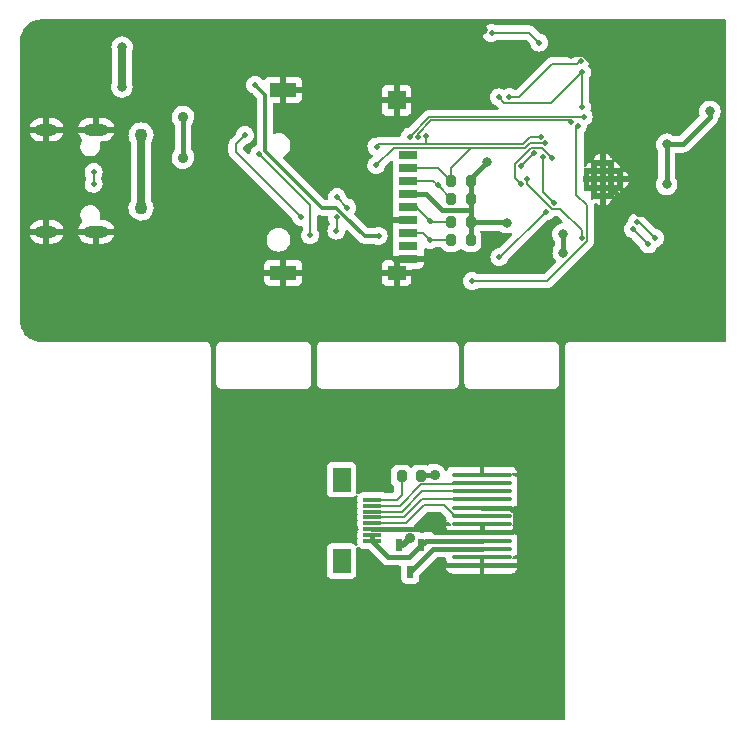
<source format=gbl>
%TF.GenerationSoftware,KiCad,Pcbnew,(6.0.7)*%
%TF.CreationDate,2022-08-03T19:32:55+08:00*%
%TF.ProjectId,Egret,45677265-742e-46b6-9963-61645f706362,rev?*%
%TF.SameCoordinates,Original*%
%TF.FileFunction,Copper,L2,Bot*%
%TF.FilePolarity,Positive*%
%FSLAX46Y46*%
G04 Gerber Fmt 4.6, Leading zero omitted, Abs format (unit mm)*
G04 Created by KiCad (PCBNEW (6.0.7)) date 2022-08-03 19:32:55*
%MOMM*%
%LPD*%
G01*
G04 APERTURE LIST*
G04 Aperture macros list*
%AMRoundRect*
0 Rectangle with rounded corners*
0 $1 Rounding radius*
0 $2 $3 $4 $5 $6 $7 $8 $9 X,Y pos of 4 corners*
0 Add a 4 corners polygon primitive as box body*
4,1,4,$2,$3,$4,$5,$6,$7,$8,$9,$2,$3,0*
0 Add four circle primitives for the rounded corners*
1,1,$1+$1,$2,$3*
1,1,$1+$1,$4,$5*
1,1,$1+$1,$6,$7*
1,1,$1+$1,$8,$9*
0 Add four rect primitives between the rounded corners*
20,1,$1+$1,$2,$3,$4,$5,0*
20,1,$1+$1,$4,$5,$6,$7,0*
20,1,$1+$1,$6,$7,$8,$9,0*
20,1,$1+$1,$8,$9,$2,$3,0*%
G04 Aperture macros list end*
%TA.AperFunction,ComponentPad*%
%ADD10O,2.100000X1.000000*%
%TD*%
%TA.AperFunction,ComponentPad*%
%ADD11O,1.900000X1.000000*%
%TD*%
%TA.AperFunction,ComponentPad*%
%ADD12C,0.610000*%
%TD*%
%TA.AperFunction,SMDPad,CuDef*%
%ADD13RoundRect,0.200000X-0.200000X-0.275000X0.200000X-0.275000X0.200000X0.275000X-0.200000X0.275000X0*%
%TD*%
%TA.AperFunction,SMDPad,CuDef*%
%ADD14R,0.532000X1.070000*%
%TD*%
%TA.AperFunction,SMDPad,CuDef*%
%ADD15R,1.500000X0.300000*%
%TD*%
%TA.AperFunction,SMDPad,CuDef*%
%ADD16R,1.500000X2.000000*%
%TD*%
%TA.AperFunction,SMDPad,CuDef*%
%ADD17R,1.600000X0.700000*%
%TD*%
%TA.AperFunction,SMDPad,CuDef*%
%ADD18R,1.500000X1.200000*%
%TD*%
%TA.AperFunction,SMDPad,CuDef*%
%ADD19R,2.200000X1.200000*%
%TD*%
%TA.AperFunction,SMDPad,CuDef*%
%ADD20R,1.500000X1.600000*%
%TD*%
%TA.AperFunction,SMDPad,CuDef*%
%ADD21RoundRect,0.087500X-2.412500X-0.087500X2.412500X-0.087500X2.412500X0.087500X-2.412500X0.087500X0*%
%TD*%
%TA.AperFunction,SMDPad,CuDef*%
%ADD22RoundRect,0.200000X0.200000X0.275000X-0.200000X0.275000X-0.200000X-0.275000X0.200000X-0.275000X0*%
%TD*%
%TA.AperFunction,ViaPad*%
%ADD23C,5.000000*%
%TD*%
%TA.AperFunction,ViaPad*%
%ADD24C,0.700000*%
%TD*%
%TA.AperFunction,ViaPad*%
%ADD25C,0.800000*%
%TD*%
%TA.AperFunction,ViaPad*%
%ADD26C,0.500000*%
%TD*%
%TA.AperFunction,ViaPad*%
%ADD27C,1.100000*%
%TD*%
%TA.AperFunction,ViaPad*%
%ADD28C,0.900000*%
%TD*%
%TA.AperFunction,Conductor*%
%ADD29C,0.400000*%
%TD*%
%TA.AperFunction,Conductor*%
%ADD30C,0.200000*%
%TD*%
%TA.AperFunction,Conductor*%
%ADD31C,0.300000*%
%TD*%
%TA.AperFunction,Conductor*%
%ADD32C,0.700000*%
%TD*%
%TA.AperFunction,Conductor*%
%ADD33C,0.500000*%
%TD*%
G04 APERTURE END LIST*
D10*
%TO.P,USB1,13,GND*%
%TO.N,GND*%
X123639000Y-82543000D03*
%TO.P,USB1,14,GND*%
X123639000Y-91193000D03*
D11*
%TO.P,USB1,15,GND*%
X119439000Y-82543000D03*
%TO.P,USB1,16,GND*%
X119439000Y-91193000D03*
%TD*%
D12*
%TO.P,U3,*%
%TO.N,GND*%
X166540000Y-86750000D03*
X167247107Y-86042893D03*
X167954214Y-86750000D03*
X166540000Y-88164214D03*
X165832893Y-87457107D03*
X167247107Y-87457107D03*
X166540000Y-85335786D03*
X165125786Y-86750000D03*
X165832893Y-86042893D03*
%TD*%
D13*
%TO.P,R20,1*%
%TO.N,/IO13*%
X153705000Y-88388000D03*
%TO.P,R20,2*%
%TO.N,/VDD33*%
X155355000Y-88388000D03*
%TD*%
D14*
%TO.P,Q3,1,G*%
%TO.N,Net-(Q3-Pad1)*%
X149277333Y-117706100D03*
%TO.P,Q3,2,S*%
%TO.N,/VDD33*%
X151177333Y-117706100D03*
%TO.P,Q3,3,D*%
%TO.N,Net-(Q3-Pad3)*%
X150227333Y-119976100D03*
%TD*%
D15*
%TO.P,U9,1,1*%
%TO.N,/VDD33*%
X147026333Y-117379100D03*
%TO.P,U9,2,2*%
X147026333Y-116879100D03*
%TO.P,U9,3,3*%
%TO.N,GND*%
X147026333Y-116379100D03*
%TO.P,U9,4,4*%
%TO.N,/IO2*%
X147026333Y-115879100D03*
%TO.P,U9,5,5*%
%TO.N,/IO18*%
X147026333Y-115379100D03*
%TO.P,U9,6,6*%
%TO.N,/IO23*%
X147026333Y-114879100D03*
%TO.P,U9,7,7*%
%TO.N,/IO4*%
X147026333Y-114379100D03*
%TO.P,U9,8,8*%
%TO.N,/IO5*%
X147026333Y-113879100D03*
D16*
%TO.P,U9,9,9*%
%TO.N,unconnected-(U9-Pad9)*%
X144426333Y-112179100D03*
%TO.P,U9,10,10*%
%TO.N,unconnected-(U9-Pad10)*%
X144426333Y-119079100D03*
%TD*%
D17*
%TO.P,Card1,1,DAT2*%
%TO.N,unconnected-(Card1-Pad1)*%
X150080000Y-84670000D03*
%TO.P,Card1,2,CD/DAT3*%
%TO.N,/IO15*%
X150080000Y-85770000D03*
%TO.P,Card1,3,CMD*%
%TO.N,/IO13*%
X150080000Y-86869000D03*
%TO.P,Card1,4,VDD*%
%TO.N,/VDD33*%
X150080000Y-87970000D03*
%TO.P,Card1,5,CLK*%
%TO.N,/IO14*%
X150080000Y-89069000D03*
%TO.P,Card1,6,VSS*%
%TO.N,GND*%
X150080000Y-90170000D03*
%TO.P,Card1,7,DAT0*%
%TO.N,/IO26*%
X150080000Y-91269000D03*
%TO.P,Card1,8,DAT1*%
%TO.N,unconnected-(Card1-Pad8)*%
X150080000Y-92369000D03*
%TO.P,Card1,9,CD*%
%TO.N,GND*%
X150080000Y-93469000D03*
D18*
%TO.P,Card1,10,GND*%
X149080000Y-94669000D03*
D19*
%TO.P,Card1,11,GND*%
X139480000Y-94661000D03*
%TO.P,Card1,12,GND*%
X139480000Y-79161000D03*
D20*
%TO.P,Card1,13,GND*%
X149080000Y-80061000D03*
%TD*%
D21*
%TO.P,U10,1,GND*%
%TO.N,GND*%
X156288333Y-119454100D03*
%TO.P,U10,2,LEDK*%
X156288333Y-118754100D03*
%TO.P,U10,3,LEDA*%
%TO.N,Net-(Q3-Pad3)*%
X156288333Y-118054100D03*
%TO.P,U10,4,VDD*%
%TO.N,/VDD33*%
X156288333Y-117354100D03*
%TO.P,U10,5,GND*%
%TO.N,GND*%
X156288333Y-116654100D03*
%TO.P,U10,6,GND*%
X156288333Y-115954100D03*
%TO.P,U10,7,DC*%
%TO.N,/IO2*%
X156288333Y-115254100D03*
%TO.P,U10,8,CS*%
%TO.N,GND*%
X156288333Y-114554100D03*
%TO.P,U10,9,SCL*%
%TO.N,/IO18*%
X156288333Y-113854100D03*
%TO.P,U10,10,SDA*%
%TO.N,/IO23*%
X156288333Y-113154100D03*
%TO.P,U10,11,RES*%
%TO.N,/IO4*%
X156288333Y-112454100D03*
%TO.P,U10,12,GND*%
%TO.N,GND*%
X156288333Y-111754100D03*
%TD*%
D13*
%TO.P,R21,1*%
%TO.N,/IO14*%
X153705000Y-90380000D03*
%TO.P,R21,2*%
%TO.N,/VDD33*%
X155355000Y-90380000D03*
%TD*%
%TO.P,R22,1*%
%TO.N,/IO15*%
X153705000Y-86868000D03*
%TO.P,R22,2*%
%TO.N,/VDD33*%
X155355000Y-86868000D03*
%TD*%
D22*
%TO.P,R18,1*%
%TO.N,Net-(Q3-Pad1)*%
X151148333Y-111889100D03*
%TO.P,R18,2*%
%TO.N,/IO5*%
X149498333Y-111889100D03*
%TD*%
D13*
%TO.P,R19,1*%
%TO.N,/IO26*%
X153705000Y-91910000D03*
%TO.P,R19,2*%
%TO.N,/VDD33*%
X155355000Y-91910000D03*
%TD*%
D23*
%TO.N,GND*%
X120560000Y-76290000D03*
D24*
X121490000Y-87090000D03*
D25*
X129250000Y-88860000D03*
D26*
X176630000Y-84580000D03*
D25*
X163870000Y-76130000D03*
X167130000Y-77180000D03*
D24*
X136170000Y-86550000D03*
X134820000Y-85120000D03*
D25*
X154480000Y-77030000D03*
X173430000Y-89730000D03*
D24*
X121500000Y-85900000D03*
D26*
X175990000Y-88350000D03*
D23*
X174400000Y-97300000D03*
D26*
X176620000Y-83260000D03*
D24*
X134810000Y-86530000D03*
D25*
X166520000Y-80720000D03*
X154480000Y-74170000D03*
D23*
X151820000Y-107990000D03*
D26*
X176120000Y-89070000D03*
D25*
X167430000Y-95490000D03*
X125830000Y-96470000D03*
D26*
X176620000Y-83920000D03*
D23*
X174400000Y-76400000D03*
D24*
X133470000Y-86520000D03*
D26*
X176570000Y-90330000D03*
D23*
X160330000Y-129040000D03*
D25*
X156360000Y-74110000D03*
D26*
X176570000Y-89640000D03*
D24*
X134820000Y-87920000D03*
D23*
X136330000Y-129040000D03*
X136330000Y-108020000D03*
X120500000Y-97300000D03*
D25*
X161110000Y-98840000D03*
%TO.N,/VDD33A*%
X175600000Y-80990000D03*
X171950000Y-87190000D03*
X163170000Y-91390000D03*
X171970000Y-83780000D03*
X163190000Y-92950000D03*
D27*
%TO.N,/EXT_5V*%
X127440000Y-82990000D03*
X127440000Y-89180000D03*
D28*
%TO.N,/VDD33*%
X131000000Y-84909163D03*
D25*
X158420000Y-90410000D03*
D28*
X131000000Y-81470000D03*
D25*
X156710000Y-85260000D03*
D26*
%TO.N,Net-(C9-Pad2)*%
X161130000Y-75170000D03*
X157120000Y-74349500D03*
D25*
%TO.N,Net-(D1-Pad2)*%
X125820000Y-78930000D03*
X125840000Y-75560000D03*
D26*
%TO.N,/IO18*%
X164740000Y-91710000D03*
X160130000Y-86740000D03*
%TO.N,/RXD0*%
X170390000Y-92270000D03*
X169090000Y-90990000D03*
%TO.N,/TXD0*%
X169420000Y-90350000D03*
X170960000Y-91730000D03*
%TO.N,/IO26*%
X164920000Y-81460000D03*
X151910000Y-91890000D03*
X150190000Y-83130000D03*
%TO.N,/IO32*%
X158640000Y-79790000D03*
X164660000Y-76700000D03*
%TO.N,/IO33*%
X157747888Y-79817463D03*
X164760000Y-77690000D03*
X164767029Y-80662972D03*
%TO.N,/IO27*%
X164420000Y-82210000D03*
X155460000Y-95380000D03*
%TO.N,/IO14*%
X150863874Y-83130000D03*
X163830000Y-81909500D03*
X151910000Y-90320000D03*
%TO.N,/IO13*%
X161320000Y-83130000D03*
X147380000Y-83980000D03*
X151610000Y-83120000D03*
X152573500Y-87256500D03*
%TO.N,/IO15*%
X161680000Y-83660000D03*
X147360000Y-85560000D03*
%TO.N,/IO2*%
X159600000Y-87130000D03*
X162250000Y-84960000D03*
%TO.N,/IO4*%
X160690000Y-84509500D03*
X159590000Y-85620000D03*
%TO.N,/IO0*%
X161702155Y-89487845D03*
X161450000Y-84870000D03*
X137110000Y-78760000D03*
X162410000Y-88770000D03*
X157780000Y-93340000D03*
X147550000Y-91540000D03*
%TO.N,/DTR*%
X143990000Y-91100000D03*
X144010000Y-89960000D03*
X140980000Y-89940000D03*
X136240000Y-83000000D03*
%TO.N,/RTS*%
X141760000Y-91480000D03*
X137450000Y-84590000D03*
%TO.N,/USB_DN*%
X123425000Y-86141500D03*
X123426500Y-87125000D03*
%TO.N,Net-(Q1-Pad2)*%
X144050000Y-88270000D03*
X144900000Y-89140000D03*
D28*
%TO.N,Net-(Q3-Pad1)*%
X150230000Y-117140000D03*
X152293333Y-111789100D03*
%TD*%
D29*
%TO.N,GND*%
X166520000Y-77743998D02*
X166520000Y-80720000D01*
X158845900Y-116654100D02*
X159088333Y-116411667D01*
X152314100Y-116654100D02*
X156288333Y-116654100D01*
X159088333Y-114918333D02*
X158724100Y-114554100D01*
X163870000Y-76130000D02*
X163877000Y-76123000D01*
X156288333Y-116654100D02*
X158845900Y-116654100D01*
X166540000Y-85335786D02*
X166540000Y-80740000D01*
X159088333Y-116411667D02*
X159088333Y-114918333D01*
X173425000Y-89725000D02*
X169515000Y-89725000D01*
X163877000Y-76123000D02*
X164899002Y-76123000D01*
X173430000Y-89730000D02*
X173425000Y-89725000D01*
D30*
X166540000Y-80740000D02*
X166520000Y-80720000D01*
D29*
X158724100Y-114554100D02*
X156288333Y-114554100D01*
D31*
X154480000Y-74170000D02*
X154480000Y-77030000D01*
D29*
X147026333Y-116379100D02*
X152039100Y-116379100D01*
X156288333Y-116654100D02*
X156288333Y-115954100D01*
D31*
X164080000Y-98840000D02*
X167430000Y-95490000D01*
D29*
X121490000Y-85920000D02*
X121490000Y-92130000D01*
X169515000Y-89725000D02*
X167247107Y-87457107D01*
X152039100Y-116379100D02*
X152314100Y-116654100D01*
X164899002Y-76123000D02*
X166520000Y-77743998D01*
D31*
X161110000Y-98840000D02*
X164080000Y-98840000D01*
D29*
X121490000Y-92130000D02*
X125830000Y-96470000D01*
%TO.N,/VDD33A*%
X171950000Y-83800000D02*
X171970000Y-83780000D01*
X171950000Y-87190000D02*
X171950000Y-83800000D01*
X175600000Y-81510000D02*
X173330000Y-83780000D01*
X173330000Y-83780000D02*
X171970000Y-83780000D01*
X175600000Y-80990000D02*
X175600000Y-81510000D01*
X163170000Y-91390000D02*
X163170000Y-92930000D01*
X163170000Y-92930000D02*
X163190000Y-92950000D01*
D32*
%TO.N,/EXT_5V*%
X127440000Y-82990000D02*
X127440000Y-89180000D01*
D29*
%TO.N,/VDD33*%
X155355000Y-89365000D02*
X155355000Y-91910000D01*
X147026333Y-117379100D02*
X147026333Y-116879100D01*
X155355000Y-86868000D02*
X155355000Y-86615000D01*
X151550000Y-87970000D02*
X152960000Y-89380000D01*
X150080000Y-87970000D02*
X151550000Y-87970000D01*
X148386333Y-118739100D02*
X147026333Y-117379100D01*
X156288333Y-117354100D02*
X151529333Y-117354100D01*
X158390000Y-90380000D02*
X158420000Y-90410000D01*
X131000000Y-84909163D02*
X131000000Y-81470000D01*
X151177333Y-117706100D02*
X150144333Y-118739100D01*
X155355000Y-86615000D02*
X156710000Y-85260000D01*
X151529333Y-117354100D02*
X151177333Y-117706100D01*
X155355000Y-90380000D02*
X158390000Y-90380000D01*
X152960000Y-89380000D02*
X155310000Y-89380000D01*
X150144333Y-118739100D02*
X148386333Y-118739100D01*
X155355000Y-86868000D02*
X155355000Y-89061000D01*
X155355000Y-89061000D02*
X155355000Y-89365000D01*
D30*
%TO.N,Net-(C9-Pad2)*%
X157140000Y-74320000D02*
X157150000Y-74330000D01*
X157150000Y-74330000D02*
X160290000Y-74330000D01*
X160290000Y-74330000D02*
X161130000Y-75170000D01*
D32*
%TO.N,Net-(D1-Pad2)*%
X125840000Y-78910000D02*
X125840000Y-75560000D01*
X125820000Y-78930000D02*
X125840000Y-78910000D01*
D30*
%TO.N,/IO23*%
X149520900Y-114879100D02*
X147026333Y-114879100D01*
X151245900Y-113154100D02*
X149520900Y-114879100D01*
X156288333Y-113154100D02*
X151245900Y-113154100D01*
%TO.N,/IO18*%
X160130000Y-86740000D02*
X160130000Y-87154681D01*
X156288333Y-113854100D02*
X151215900Y-113854100D01*
X162920000Y-89240000D02*
X164740000Y-91060000D01*
X164740000Y-91060000D02*
X164740000Y-91710000D01*
X151215900Y-113854100D02*
X149690900Y-115379100D01*
X149690900Y-115379100D02*
X147026333Y-115379100D01*
X160130000Y-87154681D02*
X162215319Y-89240000D01*
X162215319Y-89240000D02*
X162920000Y-89240000D01*
%TO.N,/IO5*%
X149073333Y-113879100D02*
X147026333Y-113879100D01*
X149498333Y-113454100D02*
X149073333Y-113879100D01*
X149498333Y-111889100D02*
X149498333Y-113454100D01*
%TO.N,/RXD0*%
X170370000Y-92270000D02*
X169090000Y-90990000D01*
X170390000Y-92270000D02*
X170370000Y-92270000D01*
%TO.N,/TXD0*%
X169580000Y-90350000D02*
X169420000Y-90350000D01*
X170960000Y-91730000D02*
X169580000Y-90350000D01*
D31*
%TO.N,/IO26*%
X151910000Y-91890000D02*
X151930000Y-91910000D01*
D30*
X151289000Y-91269000D02*
X150080000Y-91269000D01*
X151910000Y-91890000D02*
X151289000Y-91269000D01*
X151930000Y-91910000D02*
X153705000Y-91910000D01*
X164920000Y-81460000D02*
X151860000Y-81460000D01*
X151860000Y-81460000D02*
X150190000Y-83130000D01*
%TO.N,/IO32*%
X159450000Y-79790000D02*
X162217000Y-77023000D01*
X164337000Y-77023000D02*
X164660000Y-76700000D01*
X158640000Y-79790000D02*
X159450000Y-79790000D01*
X162217000Y-77023000D02*
X164337000Y-77023000D01*
%TO.N,/IO33*%
X164767029Y-80662972D02*
X164760000Y-80655943D01*
X162190000Y-80260000D02*
X164760000Y-77690000D01*
X164760000Y-80655943D02*
X164760000Y-77690000D01*
X158190425Y-80260000D02*
X162190000Y-80260000D01*
X157747888Y-79817463D02*
X158190425Y-80260000D01*
%TO.N,/IO27*%
X164300000Y-88050000D02*
X164300000Y-82330000D01*
X155460000Y-95380000D02*
X161799794Y-95380000D01*
X165217000Y-88967000D02*
X164300000Y-88050000D01*
X164300000Y-82330000D02*
X164420000Y-82210000D01*
X165217000Y-91962794D02*
X165217000Y-88967000D01*
X161799794Y-95380000D02*
X165217000Y-91962794D01*
%TO.N,/IO14*%
X152022448Y-81760000D02*
X150863874Y-82918574D01*
X163830000Y-81909500D02*
X163680500Y-81760000D01*
X150863874Y-82918574D02*
X150863874Y-83130000D01*
D31*
X151910000Y-90320000D02*
X151960000Y-90370000D01*
D30*
X163680500Y-81760000D02*
X152022448Y-81760000D01*
D31*
X153695000Y-90370000D02*
X153705000Y-90380000D01*
X151910000Y-90320000D02*
X151910000Y-90290000D01*
D30*
X151960000Y-90370000D02*
X153695000Y-90370000D01*
D31*
X150689000Y-89069000D02*
X150080000Y-89069000D01*
D30*
X151910000Y-90290000D02*
X150689000Y-89069000D01*
%TO.N,/IO13*%
X152573500Y-87256500D02*
X153705000Y-88388000D01*
X151610000Y-83120000D02*
X151610000Y-83740000D01*
X150080000Y-86869000D02*
X152186000Y-86869000D01*
X160410000Y-83130000D02*
X159780000Y-83760000D01*
X152186000Y-86869000D02*
X152573500Y-87256500D01*
X151610000Y-83740000D02*
X151590000Y-83760000D01*
X159780000Y-83760000D02*
X151590000Y-83760000D01*
X147380000Y-83980000D02*
X147600000Y-83760000D01*
X161320000Y-83130000D02*
X160410000Y-83130000D01*
X147600000Y-83760000D02*
X151590000Y-83760000D01*
%TO.N,/IO15*%
X160400000Y-83660000D02*
X159967000Y-84093000D01*
X153705000Y-86868000D02*
X153705000Y-85775000D01*
X150080000Y-85770000D02*
X152607000Y-85770000D01*
X159967000Y-84093000D02*
X155323000Y-84093000D01*
X148827000Y-84093000D02*
X153707000Y-84093000D01*
X155323000Y-84157000D02*
X155323000Y-84093000D01*
X152607000Y-85770000D02*
X153705000Y-86868000D01*
X147360000Y-85560000D02*
X148827000Y-84093000D01*
X153705000Y-85775000D02*
X155323000Y-84157000D01*
X161680000Y-83660000D02*
X160400000Y-83660000D01*
X155323000Y-84093000D02*
X154197000Y-84093000D01*
X153707000Y-84093000D02*
X154197000Y-84093000D01*
%TO.N,/IO2*%
X160470000Y-84060000D02*
X161350000Y-84060000D01*
X159113000Y-86643000D02*
X159113000Y-85417000D01*
X161350000Y-84060000D02*
X162250000Y-84960000D01*
X159600000Y-87130000D02*
X159113000Y-86643000D01*
X154043563Y-115254100D02*
X154034100Y-115254100D01*
X153080000Y-114300000D02*
X151440000Y-114300000D01*
X151440000Y-114300000D02*
X149860900Y-115879100D01*
X159113000Y-85417000D02*
X160470000Y-84060000D01*
X154034100Y-115254100D02*
X153080000Y-114300000D01*
X149860900Y-115879100D02*
X147026333Y-115879100D01*
%TO.N,/IO4*%
X160690000Y-84509500D02*
X159590000Y-85609500D01*
X149373333Y-114379100D02*
X147026333Y-114379100D01*
X151161333Y-112591100D02*
X149373333Y-114379100D01*
X156151333Y-112591100D02*
X151161333Y-112591100D01*
X159590000Y-85609500D02*
X159590000Y-85620000D01*
X156288333Y-112454100D02*
X156151333Y-112591100D01*
%TO.N,/IO0*%
X161450000Y-87810000D02*
X161450000Y-84870000D01*
D31*
X146371862Y-91540000D02*
X144751862Y-89920000D01*
X144734608Y-89920000D02*
X143974608Y-89160000D01*
X143974608Y-89160000D02*
X142755392Y-89160000D01*
X137960000Y-84364608D02*
X137960000Y-79610000D01*
D30*
X162410000Y-88770000D02*
X161450000Y-87810000D01*
X157780000Y-93340000D02*
X157850000Y-93340000D01*
D31*
X137960000Y-79610000D02*
X137110000Y-78760000D01*
X142755392Y-89160000D02*
X137960000Y-84364608D01*
D30*
X157850000Y-93340000D02*
X161702155Y-89487845D01*
D31*
X144751862Y-89920000D02*
X144734608Y-89920000D01*
X147550000Y-91540000D02*
X146371862Y-91540000D01*
D30*
%TO.N,/DTR*%
X140980000Y-89930000D02*
X135450000Y-84400000D01*
X144010000Y-91080000D02*
X144010000Y-89960000D01*
X143990000Y-91100000D02*
X144010000Y-91080000D01*
X135450000Y-84400000D02*
X135450000Y-83790000D01*
X140980000Y-89940000D02*
X140980000Y-89930000D01*
X135450000Y-83790000D02*
X136240000Y-83000000D01*
%TO.N,/RTS*%
X141750000Y-88890000D02*
X137450000Y-84590000D01*
X141760000Y-91480000D02*
X141750000Y-91470000D01*
X141750000Y-91470000D02*
X141750000Y-88890000D01*
%TO.N,/USB_DN*%
X123426500Y-87125000D02*
X123426500Y-86143000D01*
X123426500Y-86143000D02*
X123425000Y-86141500D01*
%TO.N,Net-(Q1-Pad2)*%
X144900000Y-89140000D02*
X144050000Y-88290000D01*
X144050000Y-88290000D02*
X144050000Y-88270000D01*
D33*
%TO.N,Net-(Q3-Pad1)*%
X150230000Y-117140000D02*
X149663900Y-117706100D01*
X149663900Y-117706100D02*
X149277333Y-117706100D01*
D29*
X152293333Y-111789100D02*
X151248333Y-111789100D01*
%TO.N,Net-(Q3-Pad3)*%
X150227333Y-119976100D02*
X152149333Y-118054100D01*
X152149333Y-118054100D02*
X156288333Y-118054100D01*
%TD*%
%TA.AperFunction,Conductor*%
%TO.N,GND*%
G36*
X176951378Y-73238502D02*
G01*
X176997871Y-73292158D01*
X177009257Y-73344633D01*
X176980755Y-100375132D01*
X176980754Y-100375633D01*
X176960680Y-100443732D01*
X176906975Y-100490169D01*
X176854754Y-100501500D01*
X163828855Y-100501500D01*
X163828125Y-100501498D01*
X163759099Y-100501098D01*
X163750120Y-100501046D01*
X163721784Y-100509154D01*
X163705004Y-100512740D01*
X163675813Y-100516920D01*
X163667637Y-100520637D01*
X163667635Y-100520638D01*
X163652343Y-100527591D01*
X163634860Y-100534027D01*
X163610083Y-100541117D01*
X163602493Y-100545909D01*
X163602491Y-100545910D01*
X163585167Y-100556848D01*
X163570051Y-100565007D01*
X163551392Y-100573491D01*
X163551390Y-100573492D01*
X163543218Y-100577208D01*
X163528280Y-100590080D01*
X163523693Y-100594032D01*
X163508713Y-100605120D01*
X163494510Y-100614087D01*
X163494506Y-100614091D01*
X163486920Y-100618880D01*
X163467415Y-100640979D01*
X163455202Y-100653047D01*
X163445857Y-100661099D01*
X163444479Y-100662287D01*
X163432873Y-100672287D01*
X163427994Y-100679815D01*
X163427991Y-100679818D01*
X163418852Y-100693918D01*
X163407587Y-100708763D01*
X163396475Y-100721353D01*
X163396472Y-100721357D01*
X163390534Y-100728085D01*
X163386723Y-100736209D01*
X163386721Y-100736212D01*
X163378018Y-100754763D01*
X163369680Y-100769780D01*
X163353648Y-100794515D01*
X163346263Y-100819210D01*
X163339620Y-100836617D01*
X163328672Y-100859953D01*
X163327294Y-100868823D01*
X163324147Y-100889073D01*
X163320358Y-100905828D01*
X163314904Y-100924066D01*
X163311914Y-100934066D01*
X163311859Y-100943039D01*
X163311703Y-100968533D01*
X163311668Y-100969387D01*
X163311488Y-100970545D01*
X163311489Y-100973686D01*
X163311498Y-101001709D01*
X163311496Y-101002479D01*
X163311024Y-101079721D01*
X163311427Y-101081129D01*
X163311523Y-101082540D01*
X163315775Y-114703063D01*
X163317728Y-120956329D01*
X163321302Y-132405461D01*
X163301321Y-132473588D01*
X163247680Y-132520097D01*
X163195302Y-132531500D01*
X133464302Y-132531500D01*
X133396181Y-132511498D01*
X133349688Y-132457842D01*
X133338302Y-132405539D01*
X133334469Y-120127234D01*
X143167833Y-120127234D01*
X143174588Y-120189416D01*
X143225718Y-120325805D01*
X143313072Y-120442361D01*
X143429628Y-120529715D01*
X143566017Y-120580845D01*
X143628199Y-120587600D01*
X145224467Y-120587600D01*
X145286649Y-120580845D01*
X145423038Y-120529715D01*
X145539594Y-120442361D01*
X145626948Y-120325805D01*
X145678078Y-120189416D01*
X145684833Y-120127234D01*
X145684833Y-118030966D01*
X145678188Y-117969798D01*
X145690716Y-117899917D01*
X145739036Y-117847901D01*
X145807808Y-117830266D01*
X145875196Y-117852612D01*
X145904275Y-117880623D01*
X145913072Y-117892361D01*
X146029628Y-117979715D01*
X146166017Y-118030845D01*
X146228199Y-118037600D01*
X146630673Y-118037600D01*
X146698794Y-118057602D01*
X146719768Y-118074505D01*
X147864890Y-119219628D01*
X147870744Y-119225893D01*
X147908772Y-119269485D01*
X147961062Y-119306236D01*
X147966304Y-119310128D01*
X148016615Y-119349576D01*
X148023534Y-119352700D01*
X148025826Y-119354088D01*
X148040498Y-119362457D01*
X148042858Y-119363722D01*
X148049072Y-119368090D01*
X148056151Y-119370850D01*
X148056153Y-119370851D01*
X148108608Y-119391302D01*
X148114677Y-119393853D01*
X148172906Y-119420145D01*
X148180379Y-119421530D01*
X148182945Y-119422334D01*
X148199168Y-119426955D01*
X148201760Y-119427620D01*
X148208842Y-119430382D01*
X148216377Y-119431374D01*
X148272194Y-119438722D01*
X148278710Y-119439754D01*
X148317103Y-119446870D01*
X148341519Y-119451395D01*
X148349099Y-119450958D01*
X148349100Y-119450958D01*
X148403713Y-119447809D01*
X148410966Y-119447600D01*
X149326833Y-119447600D01*
X149394954Y-119467602D01*
X149441447Y-119521258D01*
X149452833Y-119573600D01*
X149452833Y-120559234D01*
X149459588Y-120621416D01*
X149510718Y-120757805D01*
X149598072Y-120874361D01*
X149714628Y-120961715D01*
X149851017Y-121012845D01*
X149913199Y-121019600D01*
X150541467Y-121019600D01*
X150603649Y-121012845D01*
X150740038Y-120961715D01*
X150856594Y-120874361D01*
X150943948Y-120757805D01*
X150995078Y-120621416D01*
X151001833Y-120559234D01*
X151001833Y-120255760D01*
X151021835Y-120187639D01*
X151038738Y-120166665D01*
X151558720Y-119646683D01*
X153289029Y-119646683D01*
X153294582Y-119688870D01*
X153298820Y-119704685D01*
X153352504Y-119834290D01*
X153360693Y-119848473D01*
X153446088Y-119959763D01*
X153457668Y-119971343D01*
X153568963Y-120056742D01*
X153583144Y-120064929D01*
X153712747Y-120118613D01*
X153728564Y-120122851D01*
X153832711Y-120136562D01*
X153840920Y-120137100D01*
X156095218Y-120137100D01*
X156110457Y-120132625D01*
X156111662Y-120131235D01*
X156113333Y-120123552D01*
X156113333Y-120118984D01*
X156463333Y-120118984D01*
X156467808Y-120134223D01*
X156469198Y-120135428D01*
X156476881Y-120137099D01*
X158735744Y-120137099D01*
X158743957Y-120136561D01*
X158848103Y-120122851D01*
X158863918Y-120118613D01*
X158993523Y-120064929D01*
X159007706Y-120056740D01*
X159118996Y-119971345D01*
X159130576Y-119959765D01*
X159215975Y-119848470D01*
X159224162Y-119834289D01*
X159277845Y-119704688D01*
X159282084Y-119688868D01*
X159287588Y-119647060D01*
X159285377Y-119632878D01*
X159272220Y-119629100D01*
X156481448Y-119629100D01*
X156466209Y-119633575D01*
X156465004Y-119634965D01*
X156463333Y-119642648D01*
X156463333Y-120118984D01*
X156113333Y-120118984D01*
X156113333Y-119647215D01*
X156108858Y-119631976D01*
X156107468Y-119630771D01*
X156099785Y-119629100D01*
X153304829Y-119629100D01*
X153291058Y-119633144D01*
X153289029Y-119646683D01*
X151558720Y-119646683D01*
X152405899Y-118799505D01*
X152468211Y-118765479D01*
X152494994Y-118762600D01*
X153154856Y-118762600D01*
X153222977Y-118782602D01*
X153269470Y-118836258D01*
X153280586Y-118880355D01*
X153280873Y-118884725D01*
X153294582Y-118988870D01*
X153298820Y-119004685D01*
X153320026Y-119055882D01*
X153327615Y-119126472D01*
X153320026Y-119152318D01*
X153298821Y-119203512D01*
X153294582Y-119219332D01*
X153289078Y-119261140D01*
X153291289Y-119275322D01*
X153304446Y-119279100D01*
X156095218Y-119279100D01*
X156110457Y-119274625D01*
X156111662Y-119273235D01*
X156113333Y-119265552D01*
X156113333Y-118888600D01*
X156133335Y-118820479D01*
X156186991Y-118773986D01*
X156239333Y-118762600D01*
X156331336Y-118762600D01*
X156335101Y-118762144D01*
X156338754Y-118761924D01*
X156407955Y-118777788D01*
X156457594Y-118828547D01*
X156471911Y-118898085D01*
X156469461Y-118914478D01*
X156463333Y-118942648D01*
X156463333Y-119260985D01*
X156467808Y-119276224D01*
X156469198Y-119277429D01*
X156476881Y-119279100D01*
X159271837Y-119279100D01*
X159285608Y-119275056D01*
X159287637Y-119261517D01*
X159282084Y-119219330D01*
X159277846Y-119203515D01*
X159256640Y-119152318D01*
X159249051Y-119081728D01*
X159256640Y-119055882D01*
X159277845Y-119004688D01*
X159282084Y-118988868D01*
X159287588Y-118947060D01*
X159285377Y-118932878D01*
X159272220Y-118929100D01*
X158990509Y-118929100D01*
X158922388Y-118909098D01*
X158875895Y-118855442D01*
X158865791Y-118785168D01*
X158895285Y-118720588D01*
X158942291Y-118686691D01*
X158949795Y-118683583D01*
X159001405Y-118662205D01*
X159075775Y-118605138D01*
X159141996Y-118579537D01*
X159152480Y-118579100D01*
X159271837Y-118579100D01*
X159285608Y-118575056D01*
X159287637Y-118561517D01*
X159282084Y-118519330D01*
X159277846Y-118503515D01*
X159256910Y-118452970D01*
X159249321Y-118382380D01*
X159256911Y-118356533D01*
X159278332Y-118304820D01*
X159278333Y-118304815D01*
X159281493Y-118297187D01*
X159296833Y-118180666D01*
X159296833Y-117927534D01*
X159292203Y-117892361D01*
X159282571Y-117819201D01*
X159281493Y-117811013D01*
X159267792Y-117777934D01*
X159257181Y-117752318D01*
X159249592Y-117681728D01*
X159257181Y-117655882D01*
X159278333Y-117604817D01*
X159278334Y-117604814D01*
X159281493Y-117597187D01*
X159296833Y-117480666D01*
X159296833Y-117227534D01*
X159281493Y-117111013D01*
X159256910Y-117051664D01*
X159249321Y-116981076D01*
X159256910Y-116955228D01*
X159277846Y-116904685D01*
X159282084Y-116888868D01*
X159287588Y-116847060D01*
X159285377Y-116832878D01*
X159272220Y-116829100D01*
X159152481Y-116829100D01*
X159084360Y-116809098D01*
X159075777Y-116803063D01*
X159007955Y-116751022D01*
X159001404Y-116745995D01*
X158993773Y-116742834D01*
X158942291Y-116721509D01*
X158887010Y-116676960D01*
X158864589Y-116609597D01*
X158882147Y-116540806D01*
X158934110Y-116492427D01*
X158990509Y-116479100D01*
X159271837Y-116479100D01*
X159285608Y-116475056D01*
X159287637Y-116461517D01*
X159282084Y-116419330D01*
X159277846Y-116403515D01*
X159256640Y-116352318D01*
X159249051Y-116281728D01*
X159256640Y-116255882D01*
X159277845Y-116204688D01*
X159282084Y-116188868D01*
X159287588Y-116147060D01*
X159285377Y-116132878D01*
X159272220Y-116129100D01*
X158990509Y-116129100D01*
X158922388Y-116109098D01*
X158875895Y-116055442D01*
X158865791Y-115985168D01*
X158895285Y-115920588D01*
X158942291Y-115886691D01*
X158949795Y-115883583D01*
X159001405Y-115862205D01*
X159075775Y-115805138D01*
X159141996Y-115779537D01*
X159152480Y-115779100D01*
X159271837Y-115779100D01*
X159285608Y-115775056D01*
X159287637Y-115761517D01*
X159282084Y-115719330D01*
X159277846Y-115703515D01*
X159256910Y-115652970D01*
X159249321Y-115582380D01*
X159256911Y-115556533D01*
X159278332Y-115504820D01*
X159278334Y-115504813D01*
X159281493Y-115497187D01*
X159296833Y-115380666D01*
X159296833Y-115127534D01*
X159290659Y-115080633D01*
X159282571Y-115019201D01*
X159281493Y-115011013D01*
X159256910Y-114951664D01*
X159249321Y-114881076D01*
X159256910Y-114855228D01*
X159277846Y-114804685D01*
X159282084Y-114788868D01*
X159287588Y-114747060D01*
X159285377Y-114732878D01*
X159272220Y-114729100D01*
X159152481Y-114729100D01*
X159084360Y-114709098D01*
X159075778Y-114703063D01*
X159011919Y-114654063D01*
X158970051Y-114596725D01*
X158965829Y-114525854D01*
X159000592Y-114463951D01*
X159011918Y-114454138D01*
X159075776Y-114405138D01*
X159141996Y-114379537D01*
X159152480Y-114379100D01*
X159271837Y-114379100D01*
X159285608Y-114375056D01*
X159287637Y-114361517D01*
X159282084Y-114319330D01*
X159277846Y-114303515D01*
X159256910Y-114252970D01*
X159249321Y-114182380D01*
X159256911Y-114156533D01*
X159278332Y-114104820D01*
X159278333Y-114104815D01*
X159281493Y-114097187D01*
X159296833Y-113980666D01*
X159296833Y-113727534D01*
X159281493Y-113611013D01*
X159268431Y-113579477D01*
X159257181Y-113552318D01*
X159249592Y-113481728D01*
X159257181Y-113455882D01*
X159278333Y-113404817D01*
X159278334Y-113404814D01*
X159281493Y-113397187D01*
X159296833Y-113280666D01*
X159296833Y-113027534D01*
X159281493Y-112911013D01*
X159257181Y-112852318D01*
X159249592Y-112781728D01*
X159257181Y-112755882D01*
X159278333Y-112704817D01*
X159278334Y-112704814D01*
X159281493Y-112697187D01*
X159296833Y-112580666D01*
X159296833Y-112327534D01*
X159281493Y-112211013D01*
X159256910Y-112151664D01*
X159249321Y-112081076D01*
X159256910Y-112055228D01*
X159277846Y-112004685D01*
X159282084Y-111988868D01*
X159287588Y-111947060D01*
X159285377Y-111932878D01*
X159272220Y-111929100D01*
X159152481Y-111929100D01*
X159084360Y-111909098D01*
X159075777Y-111903063D01*
X159007955Y-111851022D01*
X159001404Y-111845995D01*
X158993773Y-111842834D01*
X158942291Y-111821509D01*
X158887010Y-111776960D01*
X158864589Y-111709597D01*
X158882147Y-111640806D01*
X158934110Y-111592427D01*
X158990509Y-111579100D01*
X159271837Y-111579100D01*
X159285608Y-111575056D01*
X159287637Y-111561517D01*
X159282084Y-111519330D01*
X159277846Y-111503515D01*
X159224162Y-111373910D01*
X159215973Y-111359727D01*
X159130578Y-111248437D01*
X159118998Y-111236857D01*
X159007703Y-111151458D01*
X158993522Y-111143271D01*
X158863919Y-111089587D01*
X158848102Y-111085349D01*
X158743955Y-111071638D01*
X158735746Y-111071100D01*
X156481448Y-111071100D01*
X156466209Y-111075575D01*
X156465004Y-111076965D01*
X156463333Y-111084648D01*
X156463333Y-111560986D01*
X156477461Y-111609103D01*
X156477461Y-111680099D01*
X156439077Y-111739825D01*
X156374496Y-111769318D01*
X156356565Y-111770600D01*
X156239333Y-111770600D01*
X156171212Y-111750598D01*
X156124719Y-111696942D01*
X156113333Y-111644600D01*
X156113333Y-111089216D01*
X156108858Y-111073977D01*
X156107468Y-111072772D01*
X156099785Y-111071101D01*
X153840922Y-111071101D01*
X153832709Y-111071639D01*
X153728563Y-111085349D01*
X153712748Y-111089587D01*
X153583143Y-111143271D01*
X153568960Y-111151460D01*
X153457670Y-111236855D01*
X153446086Y-111248439D01*
X153355869Y-111366012D01*
X153298531Y-111407879D01*
X153227660Y-111412101D01*
X153165758Y-111377337D01*
X153144656Y-111348461D01*
X153098449Y-111261559D01*
X153095551Y-111256108D01*
X152976748Y-111110440D01*
X152913162Y-111057837D01*
X152836662Y-110994550D01*
X152836657Y-110994547D01*
X152831913Y-110990622D01*
X152826494Y-110987692D01*
X152826491Y-110987690D01*
X152710933Y-110925209D01*
X152666564Y-110901219D01*
X152486999Y-110845634D01*
X152480874Y-110844990D01*
X152480873Y-110844990D01*
X152306185Y-110826629D01*
X152306184Y-110826629D01*
X152300057Y-110825985D01*
X152223006Y-110832997D01*
X152118998Y-110842463D01*
X152118995Y-110842464D01*
X152112859Y-110843022D01*
X152106953Y-110844760D01*
X152106949Y-110844761D01*
X151973611Y-110884005D01*
X151932535Y-110896094D01*
X151927078Y-110898947D01*
X151927075Y-110898948D01*
X151779689Y-110975999D01*
X151710053Y-110989833D01*
X151656045Y-110972114D01*
X151648532Y-110967564D01*
X151648529Y-110967563D01*
X151642032Y-110963628D01*
X151634785Y-110961357D01*
X151634783Y-110961356D01*
X151519437Y-110925209D01*
X151478395Y-110912347D01*
X151404968Y-110905600D01*
X151402070Y-110905600D01*
X151147668Y-110905601D01*
X150891699Y-110905601D01*
X150888841Y-110905864D01*
X150888832Y-110905864D01*
X150853329Y-110909126D01*
X150818271Y-110912347D01*
X150811893Y-110914346D01*
X150811892Y-110914346D01*
X150661883Y-110961356D01*
X150661881Y-110961357D01*
X150654634Y-110963628D01*
X150507952Y-111052461D01*
X150412428Y-111147985D01*
X150350116Y-111182011D01*
X150279301Y-111176946D01*
X150234238Y-111147985D01*
X150138714Y-111052461D01*
X149992032Y-110963628D01*
X149984785Y-110961357D01*
X149984783Y-110961356D01*
X149869437Y-110925209D01*
X149828395Y-110912347D01*
X149754968Y-110905600D01*
X149752070Y-110905600D01*
X149497668Y-110905601D01*
X149241699Y-110905601D01*
X149238841Y-110905864D01*
X149238832Y-110905864D01*
X149203329Y-110909126D01*
X149168271Y-110912347D01*
X149161893Y-110914346D01*
X149161892Y-110914346D01*
X149011883Y-110961356D01*
X149011881Y-110961357D01*
X149004634Y-110963628D01*
X148857952Y-111052461D01*
X148736694Y-111173719D01*
X148647861Y-111320401D01*
X148596580Y-111484038D01*
X148589833Y-111557465D01*
X148589834Y-112220734D01*
X148596580Y-112294162D01*
X148647861Y-112457799D01*
X148736694Y-112604481D01*
X148852928Y-112720715D01*
X148886954Y-112783027D01*
X148889833Y-112809810D01*
X148889833Y-113144600D01*
X148869831Y-113212721D01*
X148816175Y-113259214D01*
X148763833Y-113270600D01*
X148024846Y-113270600D01*
X147980617Y-113262582D01*
X147894044Y-113230127D01*
X147894042Y-113230127D01*
X147886649Y-113227355D01*
X147878801Y-113226502D01*
X147878799Y-113226502D01*
X147827864Y-113220969D01*
X147824467Y-113220600D01*
X146228199Y-113220600D01*
X146166017Y-113227355D01*
X146029628Y-113278485D01*
X145913072Y-113365839D01*
X145904276Y-113377576D01*
X145847417Y-113420089D01*
X145776599Y-113425114D01*
X145714306Y-113391054D01*
X145680315Y-113328723D01*
X145678188Y-113288401D01*
X145678585Y-113284753D01*
X145684833Y-113227234D01*
X145684833Y-111130966D01*
X145678078Y-111068784D01*
X145626948Y-110932395D01*
X145539594Y-110815839D01*
X145423038Y-110728485D01*
X145286649Y-110677355D01*
X145224467Y-110670600D01*
X143628199Y-110670600D01*
X143566017Y-110677355D01*
X143429628Y-110728485D01*
X143313072Y-110815839D01*
X143225718Y-110932395D01*
X143174588Y-111068784D01*
X143167833Y-111130966D01*
X143167833Y-113227234D01*
X143174588Y-113289416D01*
X143225718Y-113425805D01*
X143313072Y-113542361D01*
X143429628Y-113629715D01*
X143566017Y-113680845D01*
X143628199Y-113687600D01*
X145224467Y-113687600D01*
X145286649Y-113680845D01*
X145423038Y-113629715D01*
X145539594Y-113542361D01*
X145548390Y-113530624D01*
X145605249Y-113488111D01*
X145676067Y-113483086D01*
X145738360Y-113517146D01*
X145772351Y-113579477D01*
X145774478Y-113619797D01*
X145767833Y-113680966D01*
X145767833Y-114077234D01*
X145768202Y-114080629D01*
X145768202Y-114080633D01*
X145771989Y-114115493D01*
X145771989Y-114142706D01*
X145767833Y-114180966D01*
X145767833Y-114577234D01*
X145768202Y-114580629D01*
X145768202Y-114580633D01*
X145771989Y-114615493D01*
X145771989Y-114642706D01*
X145767833Y-114680966D01*
X145767833Y-115077234D01*
X145768202Y-115080629D01*
X145768202Y-115080633D01*
X145771989Y-115115493D01*
X145771989Y-115142706D01*
X145767833Y-115180966D01*
X145767833Y-115577234D01*
X145768202Y-115580629D01*
X145768202Y-115580633D01*
X145771989Y-115615493D01*
X145771989Y-115642706D01*
X145767833Y-115680966D01*
X145767833Y-116077234D01*
X145772242Y-116117820D01*
X145772242Y-116145033D01*
X145768702Y-116177617D01*
X145768333Y-116184428D01*
X145768333Y-116210985D01*
X145772808Y-116226224D01*
X145798503Y-116248489D01*
X145798045Y-116249018D01*
X145810433Y-116255782D01*
X145825541Y-116275940D01*
X145825719Y-116275806D01*
X145846501Y-116303536D01*
X145871348Y-116370043D01*
X145856294Y-116439425D01*
X145846501Y-116454664D01*
X145825719Y-116482394D01*
X145825430Y-116482178D01*
X145779268Y-116528239D01*
X145773915Y-116530453D01*
X145770005Y-116534965D01*
X145768334Y-116542648D01*
X145768334Y-116573770D01*
X145768703Y-116580588D01*
X145772242Y-116613167D01*
X145772242Y-116640380D01*
X145767833Y-116680966D01*
X145767833Y-117077234D01*
X145768202Y-117080629D01*
X145768202Y-117080633D01*
X145771989Y-117115493D01*
X145771989Y-117142706D01*
X145767833Y-117180966D01*
X145767833Y-117577234D01*
X145770830Y-117604817D01*
X145774478Y-117638401D01*
X145761950Y-117708283D01*
X145713630Y-117760299D01*
X145644858Y-117777934D01*
X145577470Y-117755588D01*
X145548391Y-117727577D01*
X145539594Y-117715839D01*
X145423038Y-117628485D01*
X145286649Y-117577355D01*
X145224467Y-117570600D01*
X143628199Y-117570600D01*
X143566017Y-117577355D01*
X143429628Y-117628485D01*
X143313072Y-117715839D01*
X143225718Y-117832395D01*
X143174588Y-117968784D01*
X143167833Y-118030966D01*
X143167833Y-120127234D01*
X133334469Y-120127234D01*
X133329590Y-104498500D01*
X133329453Y-104059721D01*
X133821024Y-104059721D01*
X133823491Y-104068352D01*
X133829150Y-104088153D01*
X133832728Y-104104915D01*
X133836920Y-104134187D01*
X133840634Y-104142355D01*
X133840634Y-104142356D01*
X133847548Y-104157562D01*
X133853996Y-104175086D01*
X133861051Y-104199771D01*
X133865843Y-104207365D01*
X133865844Y-104207368D01*
X133876830Y-104224780D01*
X133884969Y-104239863D01*
X133897208Y-104266782D01*
X133903069Y-104273584D01*
X133913970Y-104286235D01*
X133925073Y-104301239D01*
X133938776Y-104322958D01*
X133945501Y-104328897D01*
X133945504Y-104328901D01*
X133960938Y-104342532D01*
X133972982Y-104354724D01*
X133986427Y-104370327D01*
X133986430Y-104370329D01*
X133992287Y-104377127D01*
X133999816Y-104382007D01*
X133999817Y-104382008D01*
X134013835Y-104391094D01*
X134028709Y-104402385D01*
X134041217Y-104413431D01*
X134047951Y-104419378D01*
X134074711Y-104431942D01*
X134089691Y-104440263D01*
X134106983Y-104451471D01*
X134106988Y-104451473D01*
X134114515Y-104456352D01*
X134123108Y-104458922D01*
X134123113Y-104458924D01*
X134139120Y-104463711D01*
X134156564Y-104470372D01*
X134171676Y-104477467D01*
X134171678Y-104477468D01*
X134179800Y-104481281D01*
X134188667Y-104482662D01*
X134188668Y-104482662D01*
X134191353Y-104483080D01*
X134209017Y-104485830D01*
X134225732Y-104489613D01*
X134245466Y-104495515D01*
X134245472Y-104495516D01*
X134254066Y-104498086D01*
X134263037Y-104498141D01*
X134263038Y-104498141D01*
X134273097Y-104498202D01*
X134288506Y-104498296D01*
X134289289Y-104498329D01*
X134290386Y-104498500D01*
X134321377Y-104498500D01*
X134322147Y-104498502D01*
X134395785Y-104498952D01*
X134395786Y-104498952D01*
X134399721Y-104498976D01*
X134401065Y-104498592D01*
X134402410Y-104498500D01*
X141321377Y-104498500D01*
X141322148Y-104498502D01*
X141399721Y-104498976D01*
X141428152Y-104490850D01*
X141444915Y-104487272D01*
X141445753Y-104487152D01*
X141474187Y-104483080D01*
X141497564Y-104472451D01*
X141515087Y-104466004D01*
X141539771Y-104458949D01*
X141547365Y-104454157D01*
X141547368Y-104454156D01*
X141564780Y-104443170D01*
X141579865Y-104435030D01*
X141606782Y-104422792D01*
X141626235Y-104406030D01*
X141641239Y-104394927D01*
X141662958Y-104381224D01*
X141668897Y-104374499D01*
X141668901Y-104374496D01*
X141682532Y-104359062D01*
X141694724Y-104347018D01*
X141710327Y-104333573D01*
X141710329Y-104333570D01*
X141717127Y-104327713D01*
X141731094Y-104306165D01*
X141742385Y-104291291D01*
X141753431Y-104278783D01*
X141753432Y-104278782D01*
X141759378Y-104272049D01*
X141771943Y-104245287D01*
X141780263Y-104230309D01*
X141791471Y-104213017D01*
X141791473Y-104213012D01*
X141796352Y-104205485D01*
X141798922Y-104196892D01*
X141798924Y-104196887D01*
X141803711Y-104180880D01*
X141810372Y-104163436D01*
X141817467Y-104148324D01*
X141817468Y-104148322D01*
X141821281Y-104140200D01*
X141825830Y-104110983D01*
X141829613Y-104094268D01*
X141835515Y-104074534D01*
X141835516Y-104074528D01*
X141838086Y-104065934D01*
X141838124Y-104059721D01*
X142321024Y-104059721D01*
X142323491Y-104068352D01*
X142329150Y-104088153D01*
X142332728Y-104104915D01*
X142336920Y-104134187D01*
X142340634Y-104142355D01*
X142340634Y-104142356D01*
X142347548Y-104157562D01*
X142353996Y-104175086D01*
X142361051Y-104199771D01*
X142365843Y-104207365D01*
X142365844Y-104207368D01*
X142376830Y-104224780D01*
X142384969Y-104239863D01*
X142397208Y-104266782D01*
X142403069Y-104273584D01*
X142413970Y-104286235D01*
X142425073Y-104301239D01*
X142438776Y-104322958D01*
X142445501Y-104328897D01*
X142445504Y-104328901D01*
X142460938Y-104342532D01*
X142472982Y-104354724D01*
X142486427Y-104370327D01*
X142486430Y-104370329D01*
X142492287Y-104377127D01*
X142499816Y-104382007D01*
X142499817Y-104382008D01*
X142513835Y-104391094D01*
X142528709Y-104402385D01*
X142541217Y-104413431D01*
X142547951Y-104419378D01*
X142574711Y-104431942D01*
X142589691Y-104440263D01*
X142606983Y-104451471D01*
X142606988Y-104451473D01*
X142614515Y-104456352D01*
X142623108Y-104458922D01*
X142623113Y-104458924D01*
X142639120Y-104463711D01*
X142656564Y-104470372D01*
X142671676Y-104477467D01*
X142671678Y-104477468D01*
X142679800Y-104481281D01*
X142688667Y-104482662D01*
X142688668Y-104482662D01*
X142691353Y-104483080D01*
X142709017Y-104485830D01*
X142725732Y-104489613D01*
X142745466Y-104495515D01*
X142745472Y-104495516D01*
X142754066Y-104498086D01*
X142763037Y-104498141D01*
X142763038Y-104498141D01*
X142773097Y-104498202D01*
X142788506Y-104498296D01*
X142789289Y-104498329D01*
X142790386Y-104498500D01*
X142821377Y-104498500D01*
X142822147Y-104498502D01*
X142895785Y-104498952D01*
X142895786Y-104498952D01*
X142899721Y-104498976D01*
X142901065Y-104498592D01*
X142902410Y-104498500D01*
X153821377Y-104498500D01*
X153822148Y-104498502D01*
X153899721Y-104498976D01*
X153928152Y-104490850D01*
X153944915Y-104487272D01*
X153945753Y-104487152D01*
X153974187Y-104483080D01*
X153997564Y-104472451D01*
X154015087Y-104466004D01*
X154039771Y-104458949D01*
X154047365Y-104454157D01*
X154047368Y-104454156D01*
X154064780Y-104443170D01*
X154079865Y-104435030D01*
X154106782Y-104422792D01*
X154126235Y-104406030D01*
X154141239Y-104394927D01*
X154162958Y-104381224D01*
X154168897Y-104374499D01*
X154168901Y-104374496D01*
X154182532Y-104359062D01*
X154194724Y-104347018D01*
X154210327Y-104333573D01*
X154210329Y-104333570D01*
X154217127Y-104327713D01*
X154231094Y-104306165D01*
X154242385Y-104291291D01*
X154253431Y-104278783D01*
X154253432Y-104278782D01*
X154259378Y-104272049D01*
X154271943Y-104245287D01*
X154280263Y-104230309D01*
X154291471Y-104213017D01*
X154291473Y-104213012D01*
X154296352Y-104205485D01*
X154298922Y-104196892D01*
X154298924Y-104196887D01*
X154303711Y-104180880D01*
X154310372Y-104163436D01*
X154317467Y-104148324D01*
X154317468Y-104148322D01*
X154321281Y-104140200D01*
X154325830Y-104110983D01*
X154329613Y-104094268D01*
X154335515Y-104074534D01*
X154335516Y-104074528D01*
X154338086Y-104065934D01*
X154338124Y-104059721D01*
X154821024Y-104059721D01*
X154823491Y-104068352D01*
X154829150Y-104088153D01*
X154832728Y-104104915D01*
X154836920Y-104134187D01*
X154840634Y-104142355D01*
X154840634Y-104142356D01*
X154847548Y-104157562D01*
X154853996Y-104175086D01*
X154861051Y-104199771D01*
X154865843Y-104207365D01*
X154865844Y-104207368D01*
X154876830Y-104224780D01*
X154884969Y-104239863D01*
X154897208Y-104266782D01*
X154903069Y-104273584D01*
X154913970Y-104286235D01*
X154925073Y-104301239D01*
X154938776Y-104322958D01*
X154945501Y-104328897D01*
X154945504Y-104328901D01*
X154960938Y-104342532D01*
X154972982Y-104354724D01*
X154986427Y-104370327D01*
X154986430Y-104370329D01*
X154992287Y-104377127D01*
X154999816Y-104382007D01*
X154999817Y-104382008D01*
X155013835Y-104391094D01*
X155028709Y-104402385D01*
X155041217Y-104413431D01*
X155047951Y-104419378D01*
X155074711Y-104431942D01*
X155089691Y-104440263D01*
X155106983Y-104451471D01*
X155106988Y-104451473D01*
X155114515Y-104456352D01*
X155123108Y-104458922D01*
X155123113Y-104458924D01*
X155139120Y-104463711D01*
X155156564Y-104470372D01*
X155171676Y-104477467D01*
X155171678Y-104477468D01*
X155179800Y-104481281D01*
X155188667Y-104482662D01*
X155188668Y-104482662D01*
X155191353Y-104483080D01*
X155209017Y-104485830D01*
X155225732Y-104489613D01*
X155245466Y-104495515D01*
X155245472Y-104495516D01*
X155254066Y-104498086D01*
X155263037Y-104498141D01*
X155263038Y-104498141D01*
X155273097Y-104498202D01*
X155288506Y-104498296D01*
X155289289Y-104498329D01*
X155290386Y-104498500D01*
X155321377Y-104498500D01*
X155322147Y-104498502D01*
X155395785Y-104498952D01*
X155395786Y-104498952D01*
X155399721Y-104498976D01*
X155401065Y-104498592D01*
X155402410Y-104498500D01*
X162321377Y-104498500D01*
X162322148Y-104498502D01*
X162399721Y-104498976D01*
X162428152Y-104490850D01*
X162444915Y-104487272D01*
X162445753Y-104487152D01*
X162474187Y-104483080D01*
X162497564Y-104472451D01*
X162515087Y-104466004D01*
X162539771Y-104458949D01*
X162547365Y-104454157D01*
X162547368Y-104454156D01*
X162564780Y-104443170D01*
X162579865Y-104435030D01*
X162606782Y-104422792D01*
X162626235Y-104406030D01*
X162641239Y-104394927D01*
X162662958Y-104381224D01*
X162668897Y-104374499D01*
X162668901Y-104374496D01*
X162682532Y-104359062D01*
X162694724Y-104347018D01*
X162710327Y-104333573D01*
X162710329Y-104333570D01*
X162717127Y-104327713D01*
X162731094Y-104306165D01*
X162742385Y-104291291D01*
X162753431Y-104278783D01*
X162753432Y-104278782D01*
X162759378Y-104272049D01*
X162771943Y-104245287D01*
X162780263Y-104230309D01*
X162791471Y-104213017D01*
X162791473Y-104213012D01*
X162796352Y-104205485D01*
X162798922Y-104196892D01*
X162798924Y-104196887D01*
X162803711Y-104180880D01*
X162810372Y-104163436D01*
X162817467Y-104148324D01*
X162817468Y-104148322D01*
X162821281Y-104140200D01*
X162825830Y-104110983D01*
X162829613Y-104094268D01*
X162835515Y-104074534D01*
X162835516Y-104074528D01*
X162838086Y-104065934D01*
X162838296Y-104031494D01*
X162838329Y-104030711D01*
X162838500Y-104029614D01*
X162838500Y-103998623D01*
X162838502Y-103997853D01*
X162838952Y-103924215D01*
X162838952Y-103924214D01*
X162838976Y-103920279D01*
X162838592Y-103918935D01*
X162838500Y-103917590D01*
X162838500Y-101008623D01*
X162838502Y-101007853D01*
X162838800Y-100959102D01*
X162838976Y-100930279D01*
X162830850Y-100901847D01*
X162827272Y-100885085D01*
X162824352Y-100864698D01*
X162823080Y-100855813D01*
X162812451Y-100832436D01*
X162806004Y-100814913D01*
X162804348Y-100809120D01*
X162798949Y-100790229D01*
X162794156Y-100782632D01*
X162783170Y-100765220D01*
X162775030Y-100750135D01*
X162770993Y-100741256D01*
X162762792Y-100723218D01*
X162746030Y-100703765D01*
X162734927Y-100688761D01*
X162721224Y-100667042D01*
X162714499Y-100661103D01*
X162714496Y-100661099D01*
X162699062Y-100647468D01*
X162687018Y-100635276D01*
X162673573Y-100619673D01*
X162673570Y-100619671D01*
X162667713Y-100612873D01*
X162654009Y-100603990D01*
X162646165Y-100598906D01*
X162631291Y-100587615D01*
X162618783Y-100576569D01*
X162618782Y-100576568D01*
X162612049Y-100570622D01*
X162585287Y-100558057D01*
X162570309Y-100549737D01*
X162553017Y-100538529D01*
X162553012Y-100538527D01*
X162545485Y-100533648D01*
X162536892Y-100531078D01*
X162536887Y-100531076D01*
X162520880Y-100526289D01*
X162503436Y-100519628D01*
X162488324Y-100512533D01*
X162488322Y-100512532D01*
X162480200Y-100508719D01*
X162471333Y-100507338D01*
X162471332Y-100507338D01*
X162460478Y-100505648D01*
X162450983Y-100504170D01*
X162434268Y-100500387D01*
X162414534Y-100494485D01*
X162414528Y-100494484D01*
X162405934Y-100491914D01*
X162396963Y-100491859D01*
X162396962Y-100491859D01*
X162386903Y-100491798D01*
X162371494Y-100491704D01*
X162370711Y-100491671D01*
X162369614Y-100491500D01*
X162338623Y-100491500D01*
X162337853Y-100491498D01*
X162264215Y-100491048D01*
X162264214Y-100491048D01*
X162260279Y-100491024D01*
X162258935Y-100491408D01*
X162257590Y-100491500D01*
X155338623Y-100491500D01*
X155337853Y-100491498D01*
X155337037Y-100491493D01*
X155260279Y-100491024D01*
X155241634Y-100496353D01*
X155231847Y-100499150D01*
X155215085Y-100502728D01*
X155185813Y-100506920D01*
X155177645Y-100510634D01*
X155177644Y-100510634D01*
X155162438Y-100517548D01*
X155144914Y-100523996D01*
X155120229Y-100531051D01*
X155112635Y-100535843D01*
X155112632Y-100535844D01*
X155095220Y-100546830D01*
X155080137Y-100554969D01*
X155053218Y-100567208D01*
X155046416Y-100573069D01*
X155033765Y-100583970D01*
X155018761Y-100595073D01*
X154997042Y-100608776D01*
X154991103Y-100615501D01*
X154991099Y-100615504D01*
X154977468Y-100630938D01*
X154965276Y-100642982D01*
X154949673Y-100656427D01*
X154949671Y-100656430D01*
X154942873Y-100662287D01*
X154937993Y-100669816D01*
X154937992Y-100669817D01*
X154928906Y-100683835D01*
X154917615Y-100698709D01*
X154906569Y-100711217D01*
X154900622Y-100717951D01*
X154889680Y-100741256D01*
X154888058Y-100744711D01*
X154879737Y-100759691D01*
X154868529Y-100776983D01*
X154868527Y-100776988D01*
X154863648Y-100784515D01*
X154861078Y-100793108D01*
X154861076Y-100793113D01*
X154856289Y-100809120D01*
X154849628Y-100826564D01*
X154842533Y-100841676D01*
X154838719Y-100849800D01*
X154834866Y-100874548D01*
X154834170Y-100879015D01*
X154830387Y-100895732D01*
X154824485Y-100915466D01*
X154824484Y-100915472D01*
X154821914Y-100924066D01*
X154821859Y-100933037D01*
X154821859Y-100933038D01*
X154821704Y-100958497D01*
X154821671Y-100959289D01*
X154821500Y-100960386D01*
X154821500Y-100991377D01*
X154821498Y-100992147D01*
X154821024Y-101069721D01*
X154821408Y-101071065D01*
X154821500Y-101072410D01*
X154821500Y-103981377D01*
X154821498Y-103982147D01*
X154821024Y-104059721D01*
X154338124Y-104059721D01*
X154338296Y-104031494D01*
X154338329Y-104030711D01*
X154338500Y-104029614D01*
X154338500Y-103998623D01*
X154338502Y-103997853D01*
X154338952Y-103924215D01*
X154338952Y-103924214D01*
X154338976Y-103920279D01*
X154338592Y-103918935D01*
X154338500Y-103917590D01*
X154338500Y-101008623D01*
X154338502Y-101007853D01*
X154338800Y-100959102D01*
X154338976Y-100930279D01*
X154330850Y-100901847D01*
X154327272Y-100885085D01*
X154324352Y-100864698D01*
X154323080Y-100855813D01*
X154312451Y-100832436D01*
X154306004Y-100814913D01*
X154304348Y-100809120D01*
X154298949Y-100790229D01*
X154294156Y-100782632D01*
X154283170Y-100765220D01*
X154275030Y-100750135D01*
X154270993Y-100741256D01*
X154262792Y-100723218D01*
X154246030Y-100703765D01*
X154234927Y-100688761D01*
X154221224Y-100667042D01*
X154214499Y-100661103D01*
X154214496Y-100661099D01*
X154199062Y-100647468D01*
X154187018Y-100635276D01*
X154173573Y-100619673D01*
X154173570Y-100619671D01*
X154167713Y-100612873D01*
X154154009Y-100603990D01*
X154146165Y-100598906D01*
X154131291Y-100587615D01*
X154118783Y-100576569D01*
X154118782Y-100576568D01*
X154112049Y-100570622D01*
X154085287Y-100558057D01*
X154070309Y-100549737D01*
X154053017Y-100538529D01*
X154053012Y-100538527D01*
X154045485Y-100533648D01*
X154036892Y-100531078D01*
X154036887Y-100531076D01*
X154020880Y-100526289D01*
X154003436Y-100519628D01*
X153988324Y-100512533D01*
X153988322Y-100512532D01*
X153980200Y-100508719D01*
X153971333Y-100507338D01*
X153971332Y-100507338D01*
X153960478Y-100505648D01*
X153950983Y-100504170D01*
X153934268Y-100500387D01*
X153914534Y-100494485D01*
X153914528Y-100494484D01*
X153905934Y-100491914D01*
X153896963Y-100491859D01*
X153896962Y-100491859D01*
X153886903Y-100491798D01*
X153871494Y-100491704D01*
X153870711Y-100491671D01*
X153869614Y-100491500D01*
X153838623Y-100491500D01*
X153837853Y-100491498D01*
X153764215Y-100491048D01*
X153764214Y-100491048D01*
X153760279Y-100491024D01*
X153758935Y-100491408D01*
X153757590Y-100491500D01*
X142838623Y-100491500D01*
X142837853Y-100491498D01*
X142837037Y-100491493D01*
X142760279Y-100491024D01*
X142741634Y-100496353D01*
X142731847Y-100499150D01*
X142715085Y-100502728D01*
X142685813Y-100506920D01*
X142677645Y-100510634D01*
X142677644Y-100510634D01*
X142662438Y-100517548D01*
X142644914Y-100523996D01*
X142620229Y-100531051D01*
X142612635Y-100535843D01*
X142612632Y-100535844D01*
X142595220Y-100546830D01*
X142580137Y-100554969D01*
X142553218Y-100567208D01*
X142546416Y-100573069D01*
X142533765Y-100583970D01*
X142518761Y-100595073D01*
X142497042Y-100608776D01*
X142491103Y-100615501D01*
X142491099Y-100615504D01*
X142477468Y-100630938D01*
X142465276Y-100642982D01*
X142449673Y-100656427D01*
X142449671Y-100656430D01*
X142442873Y-100662287D01*
X142437993Y-100669816D01*
X142437992Y-100669817D01*
X142428906Y-100683835D01*
X142417615Y-100698709D01*
X142406569Y-100711217D01*
X142400622Y-100717951D01*
X142389680Y-100741256D01*
X142388058Y-100744711D01*
X142379737Y-100759691D01*
X142368529Y-100776983D01*
X142368527Y-100776988D01*
X142363648Y-100784515D01*
X142361078Y-100793108D01*
X142361076Y-100793113D01*
X142356289Y-100809120D01*
X142349628Y-100826564D01*
X142342533Y-100841676D01*
X142338719Y-100849800D01*
X142334866Y-100874548D01*
X142334170Y-100879015D01*
X142330387Y-100895732D01*
X142324485Y-100915466D01*
X142324484Y-100915472D01*
X142321914Y-100924066D01*
X142321859Y-100933037D01*
X142321859Y-100933038D01*
X142321704Y-100958497D01*
X142321671Y-100959289D01*
X142321500Y-100960386D01*
X142321500Y-100991377D01*
X142321498Y-100992147D01*
X142321024Y-101069721D01*
X142321408Y-101071065D01*
X142321500Y-101072410D01*
X142321500Y-103981377D01*
X142321498Y-103982147D01*
X142321024Y-104059721D01*
X141838124Y-104059721D01*
X141838296Y-104031494D01*
X141838329Y-104030711D01*
X141838500Y-104029614D01*
X141838500Y-103998623D01*
X141838502Y-103997853D01*
X141838952Y-103924215D01*
X141838952Y-103924214D01*
X141838976Y-103920279D01*
X141838592Y-103918935D01*
X141838500Y-103917590D01*
X141838500Y-101008623D01*
X141838502Y-101007853D01*
X141838800Y-100959102D01*
X141838976Y-100930279D01*
X141830850Y-100901847D01*
X141827272Y-100885085D01*
X141824352Y-100864698D01*
X141823080Y-100855813D01*
X141812451Y-100832436D01*
X141806004Y-100814913D01*
X141804348Y-100809120D01*
X141798949Y-100790229D01*
X141794156Y-100782632D01*
X141783170Y-100765220D01*
X141775030Y-100750135D01*
X141770993Y-100741256D01*
X141762792Y-100723218D01*
X141746030Y-100703765D01*
X141734927Y-100688761D01*
X141721224Y-100667042D01*
X141714499Y-100661103D01*
X141714496Y-100661099D01*
X141699062Y-100647468D01*
X141687018Y-100635276D01*
X141673573Y-100619673D01*
X141673570Y-100619671D01*
X141667713Y-100612873D01*
X141654009Y-100603990D01*
X141646165Y-100598906D01*
X141631291Y-100587615D01*
X141618783Y-100576569D01*
X141618782Y-100576568D01*
X141612049Y-100570622D01*
X141585287Y-100558057D01*
X141570309Y-100549737D01*
X141553017Y-100538529D01*
X141553012Y-100538527D01*
X141545485Y-100533648D01*
X141536892Y-100531078D01*
X141536887Y-100531076D01*
X141520880Y-100526289D01*
X141503436Y-100519628D01*
X141488324Y-100512533D01*
X141488322Y-100512532D01*
X141480200Y-100508719D01*
X141471333Y-100507338D01*
X141471332Y-100507338D01*
X141460478Y-100505648D01*
X141450983Y-100504170D01*
X141434268Y-100500387D01*
X141414534Y-100494485D01*
X141414528Y-100494484D01*
X141405934Y-100491914D01*
X141396963Y-100491859D01*
X141396962Y-100491859D01*
X141386903Y-100491798D01*
X141371494Y-100491704D01*
X141370711Y-100491671D01*
X141369614Y-100491500D01*
X141338623Y-100491500D01*
X141337853Y-100491498D01*
X141264215Y-100491048D01*
X141264214Y-100491048D01*
X141260279Y-100491024D01*
X141258935Y-100491408D01*
X141257590Y-100491500D01*
X134338623Y-100491500D01*
X134337853Y-100491498D01*
X134337037Y-100491493D01*
X134260279Y-100491024D01*
X134241634Y-100496353D01*
X134231847Y-100499150D01*
X134215085Y-100502728D01*
X134185813Y-100506920D01*
X134177645Y-100510634D01*
X134177644Y-100510634D01*
X134162438Y-100517548D01*
X134144914Y-100523996D01*
X134120229Y-100531051D01*
X134112635Y-100535843D01*
X134112632Y-100535844D01*
X134095220Y-100546830D01*
X134080137Y-100554969D01*
X134053218Y-100567208D01*
X134046416Y-100573069D01*
X134033765Y-100583970D01*
X134018761Y-100595073D01*
X133997042Y-100608776D01*
X133991103Y-100615501D01*
X133991099Y-100615504D01*
X133977468Y-100630938D01*
X133965276Y-100642982D01*
X133949673Y-100656427D01*
X133949671Y-100656430D01*
X133942873Y-100662287D01*
X133937993Y-100669816D01*
X133937992Y-100669817D01*
X133928906Y-100683835D01*
X133917615Y-100698709D01*
X133906569Y-100711217D01*
X133900622Y-100717951D01*
X133889680Y-100741256D01*
X133888058Y-100744711D01*
X133879737Y-100759691D01*
X133868529Y-100776983D01*
X133868527Y-100776988D01*
X133863648Y-100784515D01*
X133861078Y-100793108D01*
X133861076Y-100793113D01*
X133856289Y-100809120D01*
X133849628Y-100826564D01*
X133842533Y-100841676D01*
X133838719Y-100849800D01*
X133834866Y-100874548D01*
X133834170Y-100879015D01*
X133830387Y-100895732D01*
X133824485Y-100915466D01*
X133824484Y-100915472D01*
X133821914Y-100924066D01*
X133821859Y-100933037D01*
X133821859Y-100933038D01*
X133821704Y-100958497D01*
X133821671Y-100959289D01*
X133821500Y-100960386D01*
X133821500Y-100991377D01*
X133821498Y-100992147D01*
X133821024Y-101069721D01*
X133821408Y-101071065D01*
X133821500Y-101072410D01*
X133821500Y-103981377D01*
X133821498Y-103982147D01*
X133821024Y-104059721D01*
X133329453Y-104059721D01*
X133328503Y-101018119D01*
X133328505Y-101017361D01*
X133328976Y-100940279D01*
X133320822Y-100911749D01*
X133317250Y-100895028D01*
X133314311Y-100874548D01*
X133314311Y-100874546D01*
X133313035Y-100865659D01*
X133309316Y-100857487D01*
X133309315Y-100857483D01*
X133302440Y-100842375D01*
X133295975Y-100824813D01*
X133294053Y-100818088D01*
X133288949Y-100800229D01*
X133273118Y-100775138D01*
X133264998Y-100760093D01*
X133256426Y-100741256D01*
X133256423Y-100741251D01*
X133252706Y-100733083D01*
X133246847Y-100726288D01*
X133246844Y-100726283D01*
X133236004Y-100713711D01*
X133224868Y-100698667D01*
X133224806Y-100698569D01*
X133211224Y-100677042D01*
X133188982Y-100657398D01*
X133176968Y-100645240D01*
X133173986Y-100641782D01*
X133157592Y-100622768D01*
X133136125Y-100608863D01*
X133121224Y-100597556D01*
X133108775Y-100586562D01*
X133102049Y-100580622D01*
X133093931Y-100576810D01*
X133093927Y-100576808D01*
X133075193Y-100568013D01*
X133060243Y-100559712D01*
X133035339Y-100543581D01*
X133010824Y-100536257D01*
X132993352Y-100529588D01*
X132970200Y-100518719D01*
X132961337Y-100517339D01*
X132961334Y-100517338D01*
X132945586Y-100514886D01*
X132940886Y-100514155D01*
X132924206Y-100510383D01*
X132904376Y-100504459D01*
X132904374Y-100504459D01*
X132895775Y-100501890D01*
X132877517Y-100501784D01*
X132861372Y-100501690D01*
X132860643Y-100501660D01*
X132859614Y-100501500D01*
X132828855Y-100501500D01*
X132828125Y-100501498D01*
X132827777Y-100501496D01*
X132750120Y-100501046D01*
X132748839Y-100501413D01*
X132747558Y-100501500D01*
X119049813Y-100501500D01*
X119034192Y-100500528D01*
X119033064Y-100500387D01*
X119012238Y-100497785D01*
X119009685Y-100497466D01*
X119009684Y-100497466D01*
X119000776Y-100496353D01*
X118985055Y-100498893D01*
X118960156Y-100500414D01*
X118766479Y-100493022D01*
X118749377Y-100491194D01*
X118533002Y-100452983D01*
X118516304Y-100448842D01*
X118307144Y-100381510D01*
X118291170Y-100375134D01*
X118093137Y-100279940D01*
X118078177Y-100271445D01*
X117894962Y-100150165D01*
X117881298Y-100139712D01*
X117844643Y-100107473D01*
X117716305Y-99994599D01*
X117704193Y-99982382D01*
X117560510Y-99816152D01*
X117550174Y-99802398D01*
X117430475Y-99618146D01*
X117422109Y-99603113D01*
X117328621Y-99404263D01*
X117322382Y-99388231D01*
X117256856Y-99178511D01*
X117252858Y-99161778D01*
X117216510Y-98945081D01*
X117214829Y-98927959D01*
X117209319Y-98741521D01*
X117211074Y-98720132D01*
X117211336Y-98715001D01*
X117213061Y-98706187D01*
X117209024Y-98662066D01*
X117208500Y-98650585D01*
X117208500Y-95305669D01*
X137872001Y-95305669D01*
X137872371Y-95312490D01*
X137877895Y-95363352D01*
X137881521Y-95378604D01*
X137926676Y-95499054D01*
X137935214Y-95514649D01*
X138011715Y-95616724D01*
X138024276Y-95629285D01*
X138126351Y-95705786D01*
X138141946Y-95714324D01*
X138262394Y-95759478D01*
X138277649Y-95763105D01*
X138328514Y-95768631D01*
X138335328Y-95769000D01*
X139207885Y-95769000D01*
X139223124Y-95764525D01*
X139224329Y-95763135D01*
X139226000Y-95755452D01*
X139226000Y-95750884D01*
X139734000Y-95750884D01*
X139738475Y-95766123D01*
X139739865Y-95767328D01*
X139747548Y-95768999D01*
X140624669Y-95768999D01*
X140631490Y-95768629D01*
X140682352Y-95763105D01*
X140697604Y-95759479D01*
X140818054Y-95714324D01*
X140833649Y-95705786D01*
X140935724Y-95629285D01*
X140948285Y-95616724D01*
X141024786Y-95514649D01*
X141033324Y-95499054D01*
X141078478Y-95378606D01*
X141082105Y-95363351D01*
X141087502Y-95313669D01*
X147822001Y-95313669D01*
X147822371Y-95320490D01*
X147827895Y-95371352D01*
X147831521Y-95386604D01*
X147876676Y-95507054D01*
X147885214Y-95522649D01*
X147961715Y-95624724D01*
X147974276Y-95637285D01*
X148076351Y-95713786D01*
X148091946Y-95722324D01*
X148212394Y-95767478D01*
X148227649Y-95771105D01*
X148278514Y-95776631D01*
X148285328Y-95777000D01*
X148807885Y-95777000D01*
X148823124Y-95772525D01*
X148824329Y-95771135D01*
X148826000Y-95763452D01*
X148826000Y-95758884D01*
X149334000Y-95758884D01*
X149338475Y-95774123D01*
X149339865Y-95775328D01*
X149347548Y-95776999D01*
X149874669Y-95776999D01*
X149881490Y-95776629D01*
X149932352Y-95771105D01*
X149947604Y-95767479D01*
X150068054Y-95722324D01*
X150083649Y-95713786D01*
X150185724Y-95637285D01*
X150198285Y-95624724D01*
X150274786Y-95522649D01*
X150283324Y-95507054D01*
X150328478Y-95386606D01*
X150332105Y-95371351D01*
X150337631Y-95320486D01*
X150338000Y-95313672D01*
X150338000Y-94941115D01*
X150333525Y-94925876D01*
X150332135Y-94924671D01*
X150324452Y-94923000D01*
X149352115Y-94923000D01*
X149336876Y-94927475D01*
X149335671Y-94928865D01*
X149334000Y-94936548D01*
X149334000Y-95758884D01*
X148826000Y-95758884D01*
X148826000Y-94941115D01*
X148821525Y-94925876D01*
X148820135Y-94924671D01*
X148812452Y-94923000D01*
X147840116Y-94923000D01*
X147824877Y-94927475D01*
X147823672Y-94928865D01*
X147822001Y-94936548D01*
X147822001Y-95313669D01*
X141087502Y-95313669D01*
X141087631Y-95312486D01*
X141088000Y-95305672D01*
X141088000Y-94933115D01*
X141083525Y-94917876D01*
X141082135Y-94916671D01*
X141074452Y-94915000D01*
X139752115Y-94915000D01*
X139736876Y-94919475D01*
X139735671Y-94920865D01*
X139734000Y-94928548D01*
X139734000Y-95750884D01*
X139226000Y-95750884D01*
X139226000Y-94933115D01*
X139221525Y-94917876D01*
X139220135Y-94916671D01*
X139212452Y-94915000D01*
X137890116Y-94915000D01*
X137874877Y-94919475D01*
X137873672Y-94920865D01*
X137872001Y-94928548D01*
X137872001Y-95305669D01*
X117208500Y-95305669D01*
X117208500Y-94388885D01*
X137872000Y-94388885D01*
X137876475Y-94404124D01*
X137877865Y-94405329D01*
X137885548Y-94407000D01*
X139207885Y-94407000D01*
X139223124Y-94402525D01*
X139224329Y-94401135D01*
X139226000Y-94393452D01*
X139226000Y-94388885D01*
X139734000Y-94388885D01*
X139738475Y-94404124D01*
X139739865Y-94405329D01*
X139747548Y-94407000D01*
X141069884Y-94407000D01*
X141085123Y-94402525D01*
X141086328Y-94401135D01*
X141087252Y-94396885D01*
X147822000Y-94396885D01*
X147826475Y-94412124D01*
X147827865Y-94413329D01*
X147835548Y-94415000D01*
X148807885Y-94415000D01*
X148823124Y-94410525D01*
X148824329Y-94409135D01*
X148826000Y-94401452D01*
X148826000Y-94396885D01*
X149334000Y-94396885D01*
X149338475Y-94412124D01*
X149339865Y-94413329D01*
X149347548Y-94415000D01*
X150319884Y-94415000D01*
X150335123Y-94410525D01*
X150351501Y-94391624D01*
X150366637Y-94363904D01*
X150428949Y-94329879D01*
X150455733Y-94326999D01*
X150924669Y-94326999D01*
X150931490Y-94326629D01*
X150982352Y-94321105D01*
X150997604Y-94317479D01*
X151118054Y-94272324D01*
X151133649Y-94263786D01*
X151235724Y-94187285D01*
X151248285Y-94174724D01*
X151324786Y-94072649D01*
X151333324Y-94057054D01*
X151378478Y-93936606D01*
X151382105Y-93921351D01*
X151387631Y-93870486D01*
X151388000Y-93863672D01*
X151388000Y-93741115D01*
X151383525Y-93725876D01*
X151382135Y-93724671D01*
X151374452Y-93723000D01*
X149352115Y-93723000D01*
X149336876Y-93727475D01*
X149335671Y-93728865D01*
X149334000Y-93736548D01*
X149334000Y-94396885D01*
X148826000Y-94396885D01*
X148826000Y-93741115D01*
X148821525Y-93725876D01*
X148808773Y-93714827D01*
X148768905Y-93693057D01*
X148734880Y-93630745D01*
X148732000Y-93603961D01*
X148732000Y-93579116D01*
X148727525Y-93563877D01*
X148726135Y-93562672D01*
X148718452Y-93561001D01*
X148285331Y-93561001D01*
X148278510Y-93561371D01*
X148227648Y-93566895D01*
X148212396Y-93570521D01*
X148091946Y-93615676D01*
X148076351Y-93624214D01*
X147974276Y-93700715D01*
X147961715Y-93713276D01*
X147885214Y-93815351D01*
X147876676Y-93830946D01*
X147831522Y-93951394D01*
X147827895Y-93966649D01*
X147822369Y-94017514D01*
X147822000Y-94024328D01*
X147822000Y-94396885D01*
X141087252Y-94396885D01*
X141087999Y-94393452D01*
X141087999Y-94016331D01*
X141087629Y-94009510D01*
X141082105Y-93958648D01*
X141078479Y-93943396D01*
X141033324Y-93822946D01*
X141024786Y-93807351D01*
X140948285Y-93705276D01*
X140935724Y-93692715D01*
X140833649Y-93616214D01*
X140818054Y-93607676D01*
X140697606Y-93562522D01*
X140682351Y-93558895D01*
X140631486Y-93553369D01*
X140624672Y-93553000D01*
X139752115Y-93553000D01*
X139736876Y-93557475D01*
X139735671Y-93558865D01*
X139734000Y-93566548D01*
X139734000Y-94388885D01*
X139226000Y-94388885D01*
X139226000Y-93571116D01*
X139221525Y-93555877D01*
X139220135Y-93554672D01*
X139212452Y-93553001D01*
X138335331Y-93553001D01*
X138328510Y-93553371D01*
X138277648Y-93558895D01*
X138262396Y-93562521D01*
X138141946Y-93607676D01*
X138126351Y-93616214D01*
X138024276Y-93692715D01*
X138011715Y-93705276D01*
X137935214Y-93807351D01*
X137926676Y-93822946D01*
X137881522Y-93943394D01*
X137877895Y-93958649D01*
X137872369Y-94009514D01*
X137872000Y-94016328D01*
X137872000Y-94388885D01*
X117208500Y-94388885D01*
X117208500Y-91458768D01*
X118016425Y-91458768D01*
X118048138Y-91566521D01*
X118052731Y-91577889D01*
X118138607Y-91742154D01*
X118145321Y-91752415D01*
X118261468Y-91896873D01*
X118270046Y-91905632D01*
X118412039Y-92024778D01*
X118422159Y-92031708D01*
X118584585Y-92121002D01*
X118595858Y-92125834D01*
X118772538Y-92181880D01*
X118784532Y-92184430D01*
X118928761Y-92200607D01*
X118935785Y-92201000D01*
X119166885Y-92201000D01*
X119182124Y-92196525D01*
X119183329Y-92195135D01*
X119185000Y-92187452D01*
X119185000Y-92182885D01*
X119693000Y-92182885D01*
X119697475Y-92198124D01*
X119698865Y-92199329D01*
X119706548Y-92201000D01*
X119935657Y-92201000D01*
X119941805Y-92200699D01*
X120079603Y-92187188D01*
X120091638Y-92184805D01*
X120269076Y-92131233D01*
X120280416Y-92126559D01*
X120444077Y-92039540D01*
X120454294Y-92032751D01*
X120597933Y-91915603D01*
X120606637Y-91906959D01*
X120724784Y-91764144D01*
X120731644Y-91753973D01*
X120819804Y-91590924D01*
X120824556Y-91579619D01*
X120860250Y-91464308D01*
X120860331Y-91458768D01*
X122116425Y-91458768D01*
X122148138Y-91566521D01*
X122152731Y-91577889D01*
X122238607Y-91742154D01*
X122245321Y-91752415D01*
X122361468Y-91896873D01*
X122370046Y-91905632D01*
X122512039Y-92024778D01*
X122522159Y-92031708D01*
X122684585Y-92121002D01*
X122695858Y-92125834D01*
X122872538Y-92181880D01*
X122884532Y-92184430D01*
X123028761Y-92200607D01*
X123035785Y-92201000D01*
X123366885Y-92201000D01*
X123382124Y-92196525D01*
X123383329Y-92195135D01*
X123385000Y-92187452D01*
X123385000Y-92182885D01*
X123893000Y-92182885D01*
X123897475Y-92198124D01*
X123898865Y-92199329D01*
X123906548Y-92201000D01*
X124235657Y-92201000D01*
X124241805Y-92200699D01*
X124379603Y-92187188D01*
X124391638Y-92184805D01*
X124569076Y-92131233D01*
X124580416Y-92126559D01*
X124744077Y-92039540D01*
X124754294Y-92032751D01*
X124897933Y-91915603D01*
X124906637Y-91906959D01*
X124950511Y-91853925D01*
X138066645Y-91853925D01*
X138073242Y-91926414D01*
X138083365Y-92037644D01*
X138084570Y-92050888D01*
X138086308Y-92056794D01*
X138086309Y-92056798D01*
X138106627Y-92125834D01*
X138140410Y-92240619D01*
X138143263Y-92246077D01*
X138143265Y-92246081D01*
X138188777Y-92333136D01*
X138232040Y-92415890D01*
X138355968Y-92570025D01*
X138360692Y-92573989D01*
X138366001Y-92578444D01*
X138507474Y-92697154D01*
X138512872Y-92700121D01*
X138512877Y-92700125D01*
X138628552Y-92763717D01*
X138680787Y-92792433D01*
X138686654Y-92794294D01*
X138686656Y-92794295D01*
X138863436Y-92850373D01*
X138869306Y-92852235D01*
X139023227Y-92869500D01*
X139129769Y-92869500D01*
X139132825Y-92869200D01*
X139132832Y-92869200D01*
X139191340Y-92863463D01*
X139276833Y-92855080D01*
X139282734Y-92853298D01*
X139282736Y-92853298D01*
X139362167Y-92829316D01*
X139466169Y-92797916D01*
X139640796Y-92705066D01*
X139727062Y-92634709D01*
X139789287Y-92583960D01*
X139789290Y-92583957D01*
X139794062Y-92580065D01*
X139799089Y-92573989D01*
X139916201Y-92432425D01*
X139916203Y-92432421D01*
X139920130Y-92427675D01*
X140014198Y-92253701D01*
X140072682Y-92064768D01*
X140075563Y-92037356D01*
X140092711Y-91874204D01*
X140092711Y-91874202D01*
X140093355Y-91868075D01*
X140080727Y-91729316D01*
X140075989Y-91677251D01*
X140075988Y-91677248D01*
X140075430Y-91671112D01*
X140067859Y-91645385D01*
X140025456Y-91501313D01*
X140019590Y-91481381D01*
X140011087Y-91465115D01*
X139950147Y-91348550D01*
X139927960Y-91306110D01*
X139804032Y-91151975D01*
X139797727Y-91146684D01*
X139779460Y-91131357D01*
X139652526Y-91024846D01*
X139647128Y-91021879D01*
X139647123Y-91021875D01*
X139489145Y-90935027D01*
X139479213Y-90929567D01*
X139473346Y-90927706D01*
X139473344Y-90927705D01*
X139296564Y-90871627D01*
X139296563Y-90871627D01*
X139290694Y-90869765D01*
X139136773Y-90852500D01*
X139030231Y-90852500D01*
X139027175Y-90852800D01*
X139027168Y-90852800D01*
X138976892Y-90857730D01*
X138883167Y-90866920D01*
X138877266Y-90868702D01*
X138877264Y-90868702D01*
X138803947Y-90890838D01*
X138693831Y-90924084D01*
X138519204Y-91016934D01*
X138432950Y-91087281D01*
X138370713Y-91138040D01*
X138370710Y-91138043D01*
X138365938Y-91141935D01*
X138362011Y-91146682D01*
X138362009Y-91146684D01*
X138243799Y-91289575D01*
X138243797Y-91289579D01*
X138239870Y-91294325D01*
X138145802Y-91468299D01*
X138087318Y-91657232D01*
X138086674Y-91663357D01*
X138086674Y-91663358D01*
X138072998Y-91793484D01*
X138066645Y-91853925D01*
X124950511Y-91853925D01*
X125024784Y-91764144D01*
X125031644Y-91753973D01*
X125119804Y-91590924D01*
X125124556Y-91579619D01*
X125160250Y-91464308D01*
X125160456Y-91450205D01*
X125153701Y-91447000D01*
X123911115Y-91447000D01*
X123895876Y-91451475D01*
X123894671Y-91452865D01*
X123893000Y-91460548D01*
X123893000Y-92182885D01*
X123385000Y-92182885D01*
X123385000Y-91465115D01*
X123380525Y-91449876D01*
X123379135Y-91448671D01*
X123371452Y-91447000D01*
X122131076Y-91447000D01*
X122117545Y-91450973D01*
X122116425Y-91458768D01*
X120860331Y-91458768D01*
X120860456Y-91450205D01*
X120853701Y-91447000D01*
X119711115Y-91447000D01*
X119695876Y-91451475D01*
X119694671Y-91452865D01*
X119693000Y-91460548D01*
X119693000Y-92182885D01*
X119185000Y-92182885D01*
X119185000Y-91465115D01*
X119180525Y-91449876D01*
X119179135Y-91448671D01*
X119171452Y-91447000D01*
X118031076Y-91447000D01*
X118017545Y-91450973D01*
X118016425Y-91458768D01*
X117208500Y-91458768D01*
X117208500Y-90935795D01*
X118017544Y-90935795D01*
X118024299Y-90939000D01*
X119166885Y-90939000D01*
X119182124Y-90934525D01*
X119183329Y-90933135D01*
X119185000Y-90925452D01*
X119185000Y-90920885D01*
X119693000Y-90920885D01*
X119697475Y-90936124D01*
X119698865Y-90937329D01*
X119706548Y-90939000D01*
X120846924Y-90939000D01*
X120857839Y-90935795D01*
X122117544Y-90935795D01*
X122124299Y-90939000D01*
X125146924Y-90939000D01*
X125160455Y-90935027D01*
X125161575Y-90927232D01*
X125129862Y-90819479D01*
X125125269Y-90808111D01*
X125039393Y-90643846D01*
X125032679Y-90633585D01*
X124916532Y-90489127D01*
X124907954Y-90480368D01*
X124765961Y-90361222D01*
X124755841Y-90354292D01*
X124593415Y-90264998D01*
X124582142Y-90260166D01*
X124405462Y-90204120D01*
X124393468Y-90201570D01*
X124249239Y-90185393D01*
X124242215Y-90185000D01*
X124052023Y-90185000D01*
X123983902Y-90164998D01*
X123937409Y-90111342D01*
X123927305Y-90041068D01*
X123935034Y-90012208D01*
X123943996Y-89989803D01*
X123943997Y-89989798D01*
X123946530Y-89983466D01*
X123947644Y-89976738D01*
X123947645Y-89976734D01*
X123974993Y-89811539D01*
X123974993Y-89811536D01*
X123976108Y-89804802D01*
X123975740Y-89797768D01*
X123966987Y-89630766D01*
X123966630Y-89623953D01*
X123963195Y-89611480D01*
X123920352Y-89455941D01*
X123918539Y-89449359D01*
X123834078Y-89289164D01*
X123829673Y-89283951D01*
X123829670Y-89283947D01*
X123729278Y-89165150D01*
X126376482Y-89165150D01*
X126376998Y-89171294D01*
X126392739Y-89358745D01*
X126393852Y-89372004D01*
X126451069Y-89571545D01*
X126453887Y-89577027D01*
X126453888Y-89577031D01*
X126522841Y-89711198D01*
X126545955Y-89756173D01*
X126549786Y-89761007D01*
X126549787Y-89761008D01*
X126579597Y-89798619D01*
X126674894Y-89918854D01*
X126679581Y-89922843D01*
X126679584Y-89922846D01*
X126814862Y-90037976D01*
X126832976Y-90053392D01*
X127014180Y-90154664D01*
X127211603Y-90218810D01*
X127417725Y-90243389D01*
X127423860Y-90242917D01*
X127423862Y-90242917D01*
X127618555Y-90227936D01*
X127618560Y-90227935D01*
X127624696Y-90227463D01*
X127630626Y-90225807D01*
X127630628Y-90225807D01*
X127728258Y-90198548D01*
X127824632Y-90171640D01*
X127929438Y-90118699D01*
X128004416Y-90080825D01*
X128004418Y-90080824D01*
X128009917Y-90078046D01*
X128173495Y-89950245D01*
X128297129Y-89807013D01*
X128305109Y-89797768D01*
X128305109Y-89797767D01*
X128309133Y-89793106D01*
X128313296Y-89785779D01*
X128355663Y-89711198D01*
X128411667Y-89612614D01*
X128477190Y-89415644D01*
X128503207Y-89209698D01*
X128503622Y-89180000D01*
X128486504Y-89005418D01*
X128483966Y-88979534D01*
X128483965Y-88979531D01*
X128483365Y-88973408D01*
X128436898Y-88819498D01*
X128425152Y-88780593D01*
X128425151Y-88780590D01*
X128423368Y-88774685D01*
X128325913Y-88591401D01*
X128322015Y-88586622D01*
X128319553Y-88582916D01*
X128298500Y-88513187D01*
X128298500Y-84895715D01*
X130036956Y-84895715D01*
X130037472Y-84901859D01*
X130051060Y-85063671D01*
X130052685Y-85083028D01*
X130075187Y-85161501D01*
X130099613Y-85246684D01*
X130104497Y-85263718D01*
X130107312Y-85269195D01*
X130107313Y-85269198D01*
X130176137Y-85403115D01*
X130190418Y-85430903D01*
X130194241Y-85435727D01*
X130194244Y-85435731D01*
X130263206Y-85522738D01*
X130307177Y-85578215D01*
X130311871Y-85582210D01*
X130445621Y-85696040D01*
X130450324Y-85700043D01*
X130455702Y-85703049D01*
X130455704Y-85703050D01*
X130526909Y-85742845D01*
X130614409Y-85791747D01*
X130793180Y-85849833D01*
X130979830Y-85872090D01*
X130985965Y-85871618D01*
X130985967Y-85871618D01*
X131161105Y-85858142D01*
X131161109Y-85858141D01*
X131167247Y-85857669D01*
X131252378Y-85833900D01*
X131342350Y-85808779D01*
X131342353Y-85808778D01*
X131348294Y-85807119D01*
X131353798Y-85804339D01*
X131353800Y-85804338D01*
X131510574Y-85725146D01*
X131510576Y-85725145D01*
X131516075Y-85722367D01*
X131664199Y-85606640D01*
X131668225Y-85601976D01*
X131782994Y-85469015D01*
X131782995Y-85469013D01*
X131787023Y-85464347D01*
X131879870Y-85300907D01*
X131939203Y-85122545D01*
X131962762Y-84936055D01*
X131963138Y-84909163D01*
X131944795Y-84722089D01*
X131942181Y-84713429D01*
X131920353Y-84641133D01*
X131890465Y-84542140D01*
X131814888Y-84400000D01*
X134836250Y-84400000D01*
X134841500Y-84439880D01*
X134841500Y-84439885D01*
X134852957Y-84526908D01*
X134857162Y-84558851D01*
X134918476Y-84706876D01*
X134923503Y-84713427D01*
X134923504Y-84713429D01*
X134991520Y-84802069D01*
X134991526Y-84802075D01*
X135016013Y-84833987D01*
X135022568Y-84839017D01*
X135041379Y-84853452D01*
X135053770Y-84864319D01*
X140195525Y-90006074D01*
X140229551Y-90068386D01*
X140231828Y-90082872D01*
X140232692Y-90091681D01*
X140232694Y-90091689D01*
X140233381Y-90098699D01*
X140235605Y-90105384D01*
X140235605Y-90105385D01*
X140240034Y-90118699D01*
X140287094Y-90260167D01*
X140290741Y-90266189D01*
X140290742Y-90266191D01*
X140369238Y-90395802D01*
X140375246Y-90405723D01*
X140493455Y-90528132D01*
X140559713Y-90571490D01*
X140612765Y-90606206D01*
X140635846Y-90621310D01*
X140642450Y-90623766D01*
X140642452Y-90623767D01*
X140664663Y-90632027D01*
X140795341Y-90680626D01*
X140964015Y-90703132D01*
X140971027Y-90702494D01*
X140971032Y-90702494D01*
X141004081Y-90699486D01*
X141073734Y-90713232D01*
X141124898Y-90762453D01*
X141141500Y-90824967D01*
X141141500Y-91002363D01*
X141121411Y-91070618D01*
X141076304Y-91140610D01*
X141048556Y-91216846D01*
X141030560Y-91266292D01*
X141018103Y-91300516D01*
X140996775Y-91469343D01*
X141013381Y-91638699D01*
X141015605Y-91645384D01*
X141015605Y-91645385D01*
X141025927Y-91676414D01*
X141067094Y-91800167D01*
X141070741Y-91806189D01*
X141070742Y-91806191D01*
X141139562Y-91919825D01*
X141155246Y-91945723D01*
X141273455Y-92068132D01*
X141339429Y-92111304D01*
X141375451Y-92134876D01*
X141415846Y-92161310D01*
X141422450Y-92163766D01*
X141422452Y-92163767D01*
X141462391Y-92178620D01*
X141575341Y-92220626D01*
X141744015Y-92243132D01*
X141751026Y-92242494D01*
X141751030Y-92242494D01*
X141906462Y-92228348D01*
X141913483Y-92227709D01*
X141920185Y-92225531D01*
X141920187Y-92225531D01*
X142068623Y-92177301D01*
X142068626Y-92177300D01*
X142075322Y-92175124D01*
X142221490Y-92087990D01*
X142226584Y-92083139D01*
X142226588Y-92083136D01*
X142304707Y-92008744D01*
X142344721Y-91970639D01*
X142349934Y-91962794D01*
X142416084Y-91863229D01*
X142438891Y-91828902D01*
X142499319Y-91669825D01*
X142523001Y-91501313D01*
X142523299Y-91480000D01*
X142504331Y-91310892D01*
X142501061Y-91301500D01*
X142479183Y-91238678D01*
X142448368Y-91150189D01*
X142377645Y-91037010D01*
X142358500Y-90970242D01*
X142358500Y-89900393D01*
X142378502Y-89832272D01*
X142432158Y-89785779D01*
X142502432Y-89775675D01*
X142515833Y-89778351D01*
X142531826Y-89782457D01*
X142550528Y-89788859D01*
X142570215Y-89797379D01*
X142578044Y-89798619D01*
X142615840Y-89804605D01*
X142627466Y-89807013D01*
X142664527Y-89816529D01*
X142664528Y-89816529D01*
X142672204Y-89818500D01*
X142693650Y-89818500D01*
X142713360Y-89820051D01*
X142734543Y-89823406D01*
X142780527Y-89819059D01*
X142792386Y-89818500D01*
X143121616Y-89818500D01*
X143189737Y-89838502D01*
X143236230Y-89892158D01*
X143247329Y-89944956D01*
X143246775Y-89949343D01*
X143263381Y-90118699D01*
X143265605Y-90125384D01*
X143265605Y-90125385D01*
X143280068Y-90168862D01*
X143317094Y-90280167D01*
X143320741Y-90286189D01*
X143320742Y-90286191D01*
X143383276Y-90389447D01*
X143401500Y-90454718D01*
X143401500Y-90575812D01*
X143381411Y-90644068D01*
X143306304Y-90760610D01*
X143248103Y-90920516D01*
X143226775Y-91089343D01*
X143243381Y-91258699D01*
X143245605Y-91265384D01*
X143245605Y-91265385D01*
X143250066Y-91278794D01*
X143297094Y-91420167D01*
X143300741Y-91426189D01*
X143300742Y-91426191D01*
X143380185Y-91557366D01*
X143385246Y-91565723D01*
X143503455Y-91688132D01*
X143566391Y-91729316D01*
X143619614Y-91764144D01*
X143645846Y-91781310D01*
X143652450Y-91783766D01*
X143652452Y-91783767D01*
X143725594Y-91810968D01*
X143805341Y-91840626D01*
X143974015Y-91863132D01*
X143981026Y-91862494D01*
X143981030Y-91862494D01*
X144136462Y-91848348D01*
X144143483Y-91847709D01*
X144150185Y-91845531D01*
X144150187Y-91845531D01*
X144298623Y-91797301D01*
X144298626Y-91797300D01*
X144305322Y-91795124D01*
X144451490Y-91707990D01*
X144456584Y-91703139D01*
X144456588Y-91703136D01*
X144531613Y-91631690D01*
X144574721Y-91590639D01*
X144580468Y-91581990D01*
X144635899Y-91498559D01*
X144668891Y-91448902D01*
X144729319Y-91289825D01*
X144750966Y-91135793D01*
X144780254Y-91071119D01*
X144839858Y-91032545D01*
X144910854Y-91032320D01*
X144964835Y-91064233D01*
X145848207Y-91947605D01*
X145856197Y-91956385D01*
X145860446Y-91963080D01*
X145866224Y-91968506D01*
X145866225Y-91968507D01*
X145912119Y-92011604D01*
X145914961Y-92014359D01*
X145935529Y-92034927D01*
X145939032Y-92037644D01*
X145948057Y-92045352D01*
X145981729Y-92076972D01*
X145988680Y-92080793D01*
X145988681Y-92080794D01*
X146000520Y-92087303D01*
X146017044Y-92098157D01*
X146027133Y-92105982D01*
X146033994Y-92111304D01*
X146041266Y-92114451D01*
X146041268Y-92114452D01*
X146076397Y-92129654D01*
X146087057Y-92134876D01*
X146110911Y-92147990D01*
X146127525Y-92157124D01*
X146148303Y-92162459D01*
X146166993Y-92168858D01*
X146186686Y-92177380D01*
X146221444Y-92182885D01*
X146232310Y-92184606D01*
X146243933Y-92187013D01*
X146271934Y-92194202D01*
X146288674Y-92198500D01*
X146310121Y-92198500D01*
X146329831Y-92200051D01*
X146351014Y-92203406D01*
X146397003Y-92199059D01*
X146408858Y-92198500D01*
X147133427Y-92198500D01*
X147192705Y-92216172D01*
X147193663Y-92214276D01*
X147199950Y-92217452D01*
X147205846Y-92221310D01*
X147212450Y-92223766D01*
X147212452Y-92223767D01*
X147272453Y-92246081D01*
X147365341Y-92280626D01*
X147534015Y-92303132D01*
X147541026Y-92302494D01*
X147541030Y-92302494D01*
X147696462Y-92288348D01*
X147703483Y-92287709D01*
X147710185Y-92285531D01*
X147710187Y-92285531D01*
X147858623Y-92237301D01*
X147858626Y-92237300D01*
X147865322Y-92235124D01*
X148011490Y-92147990D01*
X148016584Y-92143139D01*
X148016588Y-92143136D01*
X148113457Y-92050888D01*
X148134721Y-92030639D01*
X148145538Y-92014359D01*
X148206293Y-91922914D01*
X148228891Y-91888902D01*
X148289319Y-91729825D01*
X148313001Y-91561313D01*
X148313299Y-91540000D01*
X148294331Y-91370892D01*
X148271120Y-91304238D01*
X148261324Y-91276109D01*
X148238368Y-91210189D01*
X148148192Y-91065879D01*
X148130170Y-91047730D01*
X148062084Y-90979167D01*
X148028286Y-90945132D01*
X148015991Y-90937329D01*
X147916162Y-90873976D01*
X147884608Y-90853951D01*
X147724300Y-90796868D01*
X147555329Y-90776720D01*
X147548326Y-90777456D01*
X147548325Y-90777456D01*
X147393101Y-90793770D01*
X147393097Y-90793771D01*
X147386093Y-90794507D01*
X147379422Y-90796778D01*
X147231673Y-90847075D01*
X147231670Y-90847076D01*
X147225003Y-90849346D01*
X147203105Y-90862818D01*
X147137083Y-90881500D01*
X146696812Y-90881500D01*
X146628691Y-90861498D01*
X146607717Y-90844595D01*
X145521335Y-89758213D01*
X145487309Y-89695901D01*
X145492374Y-89625086D01*
X145505479Y-89599395D01*
X145578891Y-89488902D01*
X145639319Y-89329825D01*
X145663001Y-89161313D01*
X145663181Y-89148455D01*
X145663244Y-89143961D01*
X145663244Y-89143955D01*
X145663299Y-89140000D01*
X145644331Y-88970892D01*
X145640142Y-88958861D01*
X145590686Y-88816846D01*
X145588368Y-88810189D01*
X145498192Y-88665879D01*
X145378286Y-88545132D01*
X145234608Y-88453951D01*
X145181803Y-88435148D01*
X145080935Y-88399230D01*
X145080930Y-88399229D01*
X145074300Y-88396868D01*
X145067312Y-88396035D01*
X145067309Y-88396034D01*
X145053040Y-88394333D01*
X144987767Y-88366406D01*
X144978863Y-88358314D01*
X144834742Y-88214193D01*
X144800716Y-88151881D01*
X144798622Y-88139145D01*
X144795116Y-88107890D01*
X144794331Y-88100892D01*
X144789748Y-88087730D01*
X144755127Y-87988314D01*
X144738368Y-87940189D01*
X144732383Y-87930610D01*
X144696818Y-87873696D01*
X144648192Y-87795879D01*
X144528286Y-87675132D01*
X144512039Y-87664821D01*
X144448725Y-87624641D01*
X144384608Y-87583951D01*
X144224300Y-87526868D01*
X144055329Y-87506720D01*
X144048326Y-87507456D01*
X144048325Y-87507456D01*
X143893101Y-87523770D01*
X143893097Y-87523771D01*
X143886093Y-87524507D01*
X143879422Y-87526778D01*
X143731673Y-87577075D01*
X143731670Y-87577076D01*
X143725003Y-87579346D01*
X143719005Y-87583036D01*
X143719003Y-87583037D01*
X143586065Y-87664821D01*
X143586063Y-87664823D01*
X143580066Y-87668512D01*
X143534502Y-87713132D01*
X143469037Y-87777241D01*
X143458486Y-87787573D01*
X143454675Y-87793487D01*
X143454673Y-87793489D01*
X143383228Y-87904349D01*
X143366304Y-87930610D01*
X143308103Y-88090516D01*
X143286775Y-88259343D01*
X143296959Y-88363204D01*
X143283700Y-88432952D01*
X143234837Y-88484459D01*
X143171560Y-88501500D01*
X143080341Y-88501500D01*
X143012220Y-88481498D01*
X142991246Y-88464595D01*
X140075994Y-85549343D01*
X146596775Y-85549343D01*
X146613381Y-85718699D01*
X146615605Y-85725384D01*
X146615605Y-85725385D01*
X146632283Y-85775521D01*
X146667094Y-85880167D01*
X146670741Y-85886189D01*
X146670742Y-85886191D01*
X146750833Y-86018436D01*
X146755246Y-86025723D01*
X146873455Y-86148132D01*
X147015846Y-86241310D01*
X147022450Y-86243766D01*
X147022452Y-86243767D01*
X147058683Y-86257241D01*
X147175341Y-86300626D01*
X147344015Y-86323132D01*
X147351026Y-86322494D01*
X147351030Y-86322494D01*
X147506462Y-86308348D01*
X147513483Y-86307709D01*
X147520185Y-86305531D01*
X147520187Y-86305531D01*
X147668623Y-86257301D01*
X147668626Y-86257300D01*
X147675322Y-86255124D01*
X147821490Y-86167990D01*
X147826584Y-86163139D01*
X147826588Y-86163136D01*
X147919894Y-86074281D01*
X147944721Y-86050639D01*
X147953958Y-86036737D01*
X148028747Y-85924170D01*
X148038891Y-85908902D01*
X148099319Y-85749825D01*
X148104668Y-85711762D01*
X148133955Y-85647088D01*
X148140347Y-85640202D01*
X148562718Y-85217831D01*
X148625030Y-85183805D01*
X148695845Y-85188870D01*
X148752681Y-85231417D01*
X148777492Y-85297937D01*
X148777076Y-85320533D01*
X148772992Y-85358129D01*
X148771500Y-85371866D01*
X148771500Y-86168134D01*
X148778255Y-86230316D01*
X148795108Y-86275271D01*
X148800291Y-86346076D01*
X148795110Y-86363723D01*
X148778255Y-86408684D01*
X148771500Y-86470866D01*
X148771500Y-87267134D01*
X148778255Y-87329316D01*
X148781029Y-87336717D01*
X148781030Y-87336719D01*
X148795482Y-87375269D01*
X148800666Y-87446076D01*
X148795482Y-87463731D01*
X148778255Y-87509684D01*
X148771500Y-87571866D01*
X148771500Y-88368134D01*
X148778255Y-88430316D01*
X148795108Y-88475271D01*
X148800291Y-88546076D01*
X148795110Y-88563723D01*
X148778255Y-88608684D01*
X148771500Y-88670866D01*
X148771500Y-89467134D01*
X148778255Y-89529316D01*
X148781030Y-89536717D01*
X148781030Y-89536719D01*
X148795749Y-89575981D01*
X148800933Y-89646788D01*
X148795749Y-89664443D01*
X148781523Y-89702390D01*
X148777895Y-89717649D01*
X148772369Y-89768514D01*
X148772000Y-89775328D01*
X148772000Y-89897885D01*
X148776475Y-89913124D01*
X148777865Y-89914329D01*
X148785548Y-89916000D01*
X149139219Y-89916000D01*
X149165130Y-89919038D01*
X149169684Y-89920745D01*
X149231866Y-89927500D01*
X150208000Y-89927500D01*
X150276121Y-89947502D01*
X150322614Y-90001158D01*
X150334000Y-90053500D01*
X150334000Y-90284500D01*
X150313998Y-90352621D01*
X150260342Y-90399114D01*
X150208000Y-90410500D01*
X149231866Y-90410500D01*
X149228469Y-90410869D01*
X149177542Y-90416401D01*
X149177539Y-90416402D01*
X149169684Y-90417255D01*
X149162284Y-90420029D01*
X149159955Y-90420583D01*
X149130808Y-90424000D01*
X148790116Y-90424000D01*
X148774877Y-90428475D01*
X148773672Y-90429865D01*
X148772001Y-90437548D01*
X148772001Y-90564669D01*
X148772371Y-90571490D01*
X148777895Y-90622352D01*
X148781520Y-90637600D01*
X148795375Y-90674557D01*
X148800558Y-90745364D01*
X148795378Y-90763007D01*
X148778255Y-90808684D01*
X148771500Y-90870866D01*
X148771500Y-91667134D01*
X148771869Y-91670531D01*
X148773231Y-91683064D01*
X148778255Y-91729316D01*
X148781027Y-91736709D01*
X148781027Y-91736711D01*
X148795295Y-91774771D01*
X148800478Y-91845578D01*
X148795295Y-91863229D01*
X148781027Y-91901289D01*
X148778255Y-91908684D01*
X148777402Y-91916532D01*
X148777402Y-91916534D01*
X148774886Y-91939700D01*
X148771500Y-91970866D01*
X148771500Y-92767134D01*
X148778255Y-92829316D01*
X148795562Y-92875482D01*
X148800745Y-92946289D01*
X148795562Y-92963942D01*
X148781522Y-93001394D01*
X148777895Y-93016649D01*
X148772369Y-93067514D01*
X148772000Y-93074328D01*
X148772000Y-93196885D01*
X148776475Y-93212124D01*
X148777865Y-93213329D01*
X148785548Y-93215000D01*
X149135014Y-93215000D01*
X149163165Y-93218301D01*
X149169684Y-93220745D01*
X149177532Y-93221598D01*
X149177534Y-93221598D01*
X149228469Y-93227131D01*
X149231866Y-93227500D01*
X150928134Y-93227500D01*
X150931531Y-93227131D01*
X150982466Y-93221598D01*
X150982468Y-93221598D01*
X150990316Y-93220745D01*
X150996835Y-93218301D01*
X151024986Y-93215000D01*
X151369884Y-93215000D01*
X151385123Y-93210525D01*
X151386328Y-93209135D01*
X151387999Y-93201452D01*
X151387999Y-93074331D01*
X151387629Y-93067510D01*
X151382105Y-93016648D01*
X151378479Y-93001396D01*
X151364438Y-92963942D01*
X151359255Y-92893135D01*
X151364438Y-92875482D01*
X151381745Y-92829316D01*
X151388500Y-92767134D01*
X151388500Y-92685656D01*
X151408502Y-92617535D01*
X151462158Y-92571042D01*
X151532432Y-92560938D01*
X151565794Y-92571451D01*
X151565846Y-92571310D01*
X151568620Y-92572342D01*
X151568626Y-92572344D01*
X151572454Y-92573768D01*
X151572455Y-92573768D01*
X151603227Y-92585212D01*
X151725341Y-92630626D01*
X151894015Y-92653132D01*
X151901026Y-92652494D01*
X151901030Y-92652494D01*
X152056462Y-92638348D01*
X152063483Y-92637709D01*
X152070185Y-92635531D01*
X152070187Y-92635531D01*
X152218623Y-92587301D01*
X152218626Y-92587300D01*
X152225322Y-92585124D01*
X152307273Y-92536271D01*
X152371791Y-92518500D01*
X152807635Y-92518500D01*
X152875756Y-92538502D01*
X152915410Y-92579228D01*
X152943361Y-92625381D01*
X153064619Y-92746639D01*
X153211301Y-92835472D01*
X153218548Y-92837743D01*
X153218550Y-92837744D01*
X153273870Y-92855080D01*
X153374938Y-92886753D01*
X153448365Y-92893500D01*
X153451263Y-92893500D01*
X153705665Y-92893499D01*
X153961634Y-92893499D01*
X153964492Y-92893236D01*
X153964501Y-92893236D01*
X154000004Y-92889974D01*
X154035062Y-92886753D01*
X154041447Y-92884752D01*
X154191450Y-92837744D01*
X154191452Y-92837743D01*
X154198699Y-92835472D01*
X154345381Y-92746639D01*
X154440905Y-92651115D01*
X154503217Y-92617089D01*
X154574032Y-92622154D01*
X154619095Y-92651115D01*
X154714619Y-92746639D01*
X154861301Y-92835472D01*
X154868548Y-92837743D01*
X154868550Y-92837744D01*
X154923870Y-92855080D01*
X155024938Y-92886753D01*
X155098365Y-92893500D01*
X155101263Y-92893500D01*
X155355665Y-92893499D01*
X155611634Y-92893499D01*
X155614492Y-92893236D01*
X155614501Y-92893236D01*
X155650004Y-92889974D01*
X155685062Y-92886753D01*
X155691447Y-92884752D01*
X155841450Y-92837744D01*
X155841452Y-92837743D01*
X155848699Y-92835472D01*
X155995381Y-92746639D01*
X156116639Y-92625381D01*
X156205472Y-92478699D01*
X156219974Y-92432425D01*
X156241146Y-92364863D01*
X156256753Y-92315062D01*
X156263500Y-92241635D01*
X156263499Y-91578366D01*
X156262338Y-91565723D01*
X156257364Y-91511592D01*
X156256753Y-91504938D01*
X156239498Y-91449876D01*
X156207744Y-91348550D01*
X156207743Y-91348548D01*
X156205472Y-91341301D01*
X156168207Y-91279769D01*
X156150029Y-91211142D01*
X156171839Y-91143578D01*
X156226715Y-91098532D01*
X156275984Y-91088500D01*
X157767303Y-91088500D01*
X157835424Y-91108502D01*
X157841364Y-91112564D01*
X157953167Y-91193794D01*
X157963248Y-91201118D01*
X157969276Y-91203802D01*
X157969278Y-91203803D01*
X158130659Y-91275654D01*
X158137712Y-91278794D01*
X158214576Y-91295132D01*
X158318056Y-91317128D01*
X158318061Y-91317128D01*
X158324513Y-91318500D01*
X158515487Y-91318500D01*
X158521939Y-91317128D01*
X158521944Y-91317128D01*
X158625424Y-91295132D01*
X158702288Y-91278794D01*
X158708315Y-91276111D01*
X158708323Y-91276108D01*
X158709180Y-91275726D01*
X158709720Y-91275654D01*
X158714600Y-91274068D01*
X158714890Y-91274960D01*
X158779547Y-91266292D01*
X158843844Y-91296399D01*
X158881657Y-91356488D01*
X158880980Y-91427482D01*
X158849523Y-91479928D01*
X157780454Y-92548997D01*
X157718142Y-92583023D01*
X157704530Y-92585212D01*
X157684653Y-92587301D01*
X157623094Y-92593771D01*
X157623093Y-92593771D01*
X157616093Y-92594507D01*
X157534880Y-92622154D01*
X157461673Y-92647075D01*
X157461670Y-92647076D01*
X157455003Y-92649346D01*
X157449005Y-92653036D01*
X157449003Y-92653037D01*
X157316065Y-92734821D01*
X157316063Y-92734823D01*
X157310066Y-92738512D01*
X157239510Y-92807607D01*
X157208735Y-92837744D01*
X157188486Y-92857573D01*
X157184675Y-92863487D01*
X157184673Y-92863489D01*
X157124689Y-92956565D01*
X157096304Y-93000610D01*
X157038103Y-93160516D01*
X157016775Y-93329343D01*
X157033381Y-93498699D01*
X157087094Y-93660167D01*
X157090741Y-93666189D01*
X157090742Y-93666191D01*
X157111651Y-93700715D01*
X157175246Y-93805723D01*
X157293455Y-93928132D01*
X157299351Y-93931990D01*
X157428233Y-94016328D01*
X157435846Y-94021310D01*
X157442450Y-94023766D01*
X157442452Y-94023767D01*
X157478844Y-94037301D01*
X157595341Y-94080626D01*
X157764015Y-94103132D01*
X157771026Y-94102494D01*
X157771030Y-94102494D01*
X157926462Y-94088348D01*
X157933483Y-94087709D01*
X157940185Y-94085531D01*
X157940187Y-94085531D01*
X158088623Y-94037301D01*
X158088626Y-94037300D01*
X158095322Y-94035124D01*
X158241490Y-93947990D01*
X158246584Y-93943139D01*
X158246588Y-93943136D01*
X158330033Y-93863672D01*
X158364721Y-93830639D01*
X158369833Y-93822946D01*
X158429453Y-93733210D01*
X158458891Y-93688902D01*
X158506384Y-93563877D01*
X158508867Y-93557340D01*
X158537560Y-93512989D01*
X161778776Y-90271773D01*
X161842537Y-90237441D01*
X161848618Y-90236193D01*
X161855638Y-90235554D01*
X161901061Y-90220795D01*
X162010778Y-90185146D01*
X162010781Y-90185145D01*
X162017477Y-90182969D01*
X162163645Y-90095835D01*
X162168739Y-90090984D01*
X162168743Y-90090981D01*
X162253140Y-90010610D01*
X162286876Y-89978484D01*
X162335850Y-89904772D01*
X162390206Y-89859103D01*
X162440797Y-89848500D01*
X162615761Y-89848500D01*
X162683882Y-89868502D01*
X162704856Y-89885405D01*
X163097164Y-90277713D01*
X163131190Y-90340025D01*
X163126125Y-90410840D01*
X163083578Y-90467676D01*
X163034267Y-90490055D01*
X162887712Y-90521206D01*
X162881682Y-90523891D01*
X162881681Y-90523891D01*
X162719278Y-90596197D01*
X162719276Y-90596198D01*
X162713248Y-90598882D01*
X162707907Y-90602762D01*
X162707906Y-90602763D01*
X162681627Y-90621856D01*
X162558747Y-90711134D01*
X162554326Y-90716044D01*
X162554325Y-90716045D01*
X162471429Y-90808111D01*
X162430960Y-90853056D01*
X162420238Y-90871627D01*
X162346987Y-90998502D01*
X162335473Y-91018444D01*
X162276458Y-91200072D01*
X162275768Y-91206633D01*
X162275768Y-91206635D01*
X162260018Y-91356488D01*
X162256496Y-91390000D01*
X162257186Y-91396565D01*
X162275737Y-91573064D01*
X162276458Y-91579928D01*
X162335473Y-91761556D01*
X162338776Y-91767278D01*
X162338777Y-91767279D01*
X162422820Y-91912845D01*
X162430960Y-91926944D01*
X162435379Y-91931852D01*
X162437436Y-91934683D01*
X162461295Y-92001551D01*
X162461500Y-92008744D01*
X162461500Y-92361039D01*
X162444619Y-92424039D01*
X162441733Y-92429038D01*
X162359747Y-92571042D01*
X162355473Y-92578444D01*
X162296458Y-92760072D01*
X162295768Y-92766633D01*
X162295768Y-92766635D01*
X162283143Y-92886753D01*
X162276496Y-92950000D01*
X162277186Y-92956565D01*
X162289564Y-93074331D01*
X162296458Y-93139928D01*
X162355473Y-93321556D01*
X162450960Y-93486944D01*
X162551633Y-93598752D01*
X162582348Y-93662757D01*
X162573584Y-93733210D01*
X162547090Y-93772155D01*
X161584650Y-94734595D01*
X161522338Y-94768621D01*
X161495555Y-94771500D01*
X155953411Y-94771500D01*
X155885897Y-94751885D01*
X155800562Y-94697729D01*
X155800558Y-94697727D01*
X155794608Y-94693951D01*
X155634300Y-94636868D01*
X155465329Y-94616720D01*
X155458326Y-94617456D01*
X155458325Y-94617456D01*
X155303101Y-94633770D01*
X155303097Y-94633771D01*
X155296093Y-94634507D01*
X155289422Y-94636778D01*
X155141673Y-94687075D01*
X155141670Y-94687076D01*
X155135003Y-94689346D01*
X155129005Y-94693036D01*
X155129003Y-94693037D01*
X154996065Y-94774821D01*
X154996063Y-94774823D01*
X154990066Y-94778512D01*
X154868486Y-94897573D01*
X154864675Y-94903487D01*
X154864673Y-94903489D01*
X154843368Y-94936548D01*
X154776304Y-95040610D01*
X154718103Y-95200516D01*
X154696775Y-95369343D01*
X154713381Y-95538699D01*
X154767094Y-95700167D01*
X154770741Y-95706189D01*
X154770742Y-95706191D01*
X154850858Y-95838477D01*
X154855246Y-95845723D01*
X154973455Y-95968132D01*
X155115846Y-96061310D01*
X155122450Y-96063766D01*
X155122452Y-96063767D01*
X155158844Y-96077301D01*
X155275341Y-96120626D01*
X155444015Y-96143132D01*
X155451026Y-96142494D01*
X155451030Y-96142494D01*
X155606462Y-96128348D01*
X155613483Y-96127709D01*
X155620185Y-96125531D01*
X155620187Y-96125531D01*
X155768623Y-96077301D01*
X155768626Y-96077300D01*
X155775322Y-96075124D01*
X155890823Y-96006271D01*
X155955341Y-95988500D01*
X161751658Y-95988500D01*
X161768101Y-95989578D01*
X161799794Y-95993750D01*
X161807983Y-95992672D01*
X161839668Y-95988501D01*
X161839678Y-95988500D01*
X161839679Y-95988500D01*
X161939251Y-95975391D01*
X161950458Y-95973916D01*
X161950460Y-95973915D01*
X161958645Y-95972838D01*
X162106670Y-95911524D01*
X162201866Y-95838477D01*
X162201869Y-95838474D01*
X162233781Y-95813987D01*
X162238811Y-95807432D01*
X162253246Y-95788621D01*
X162264113Y-95776230D01*
X165613234Y-92427109D01*
X165625625Y-92416242D01*
X165644437Y-92401807D01*
X165650987Y-92396781D01*
X165675474Y-92364869D01*
X165675480Y-92364863D01*
X165743496Y-92276223D01*
X165743497Y-92276221D01*
X165748524Y-92269670D01*
X165809838Y-92121645D01*
X165815289Y-92080242D01*
X165825500Y-92002679D01*
X165825500Y-92002674D01*
X165830750Y-91962794D01*
X165826578Y-91931101D01*
X165825500Y-91914658D01*
X165825500Y-90979343D01*
X168326775Y-90979343D01*
X168343381Y-91148699D01*
X168345605Y-91155384D01*
X168345605Y-91155385D01*
X168346091Y-91156846D01*
X168397094Y-91310167D01*
X168400741Y-91316189D01*
X168400742Y-91316191D01*
X168468143Y-91427482D01*
X168485246Y-91455723D01*
X168603455Y-91578132D01*
X168629993Y-91595498D01*
X168734243Y-91663717D01*
X168745846Y-91671310D01*
X168752450Y-91673766D01*
X168752452Y-91673767D01*
X168898731Y-91728168D01*
X168898733Y-91728169D01*
X168905341Y-91730626D01*
X168912326Y-91731558D01*
X168912330Y-91731559D01*
X168932710Y-91734278D01*
X168937770Y-91734953D01*
X169002648Y-91763788D01*
X169010202Y-91770751D01*
X169611323Y-92371872D01*
X169642362Y-92429038D01*
X169643381Y-92428699D01*
X169697094Y-92590167D01*
X169700741Y-92596189D01*
X169700742Y-92596191D01*
X169761888Y-92697154D01*
X169785246Y-92735723D01*
X169903455Y-92858132D01*
X169957503Y-92893500D01*
X170033812Y-92943435D01*
X170045846Y-92951310D01*
X170052450Y-92953766D01*
X170052452Y-92953767D01*
X170088844Y-92967301D01*
X170205341Y-93010626D01*
X170374015Y-93033132D01*
X170381026Y-93032494D01*
X170381030Y-93032494D01*
X170536462Y-93018348D01*
X170543483Y-93017709D01*
X170550185Y-93015531D01*
X170550187Y-93015531D01*
X170698623Y-92967301D01*
X170698626Y-92967300D01*
X170705322Y-92965124D01*
X170851490Y-92877990D01*
X170856584Y-92873139D01*
X170856588Y-92873136D01*
X170938613Y-92795024D01*
X170974721Y-92760639D01*
X170986148Y-92743441D01*
X171024540Y-92685656D01*
X171068891Y-92618902D01*
X171077296Y-92596776D01*
X171102362Y-92530791D01*
X171145251Y-92474213D01*
X171181213Y-92455702D01*
X171268625Y-92427300D01*
X171275322Y-92425124D01*
X171421490Y-92337990D01*
X171426584Y-92333139D01*
X171426588Y-92333136D01*
X171493833Y-92269099D01*
X171544721Y-92220639D01*
X171556995Y-92202166D01*
X171605171Y-92129654D01*
X171638891Y-92078902D01*
X171699319Y-91919825D01*
X171723001Y-91751313D01*
X171723205Y-91736711D01*
X171723244Y-91733961D01*
X171723244Y-91733955D01*
X171723299Y-91730000D01*
X171704331Y-91560892D01*
X171648368Y-91400189D01*
X171634435Y-91377891D01*
X171596465Y-91317128D01*
X171558192Y-91255879D01*
X171438286Y-91135132D01*
X171294608Y-91043951D01*
X171261944Y-91032320D01*
X171140935Y-90989230D01*
X171140930Y-90989229D01*
X171134300Y-90986868D01*
X171127312Y-90986035D01*
X171127309Y-90986034D01*
X171113040Y-90984333D01*
X171047767Y-90956406D01*
X171038863Y-90948314D01*
X170114573Y-90024024D01*
X170096814Y-90001699D01*
X170067035Y-89954043D01*
X170018192Y-89875879D01*
X170010867Y-89868502D01*
X169941470Y-89798619D01*
X169898286Y-89755132D01*
X169891281Y-89750686D01*
X169815178Y-89702390D01*
X169754608Y-89663951D01*
X169594300Y-89606868D01*
X169425329Y-89586720D01*
X169418326Y-89587456D01*
X169418325Y-89587456D01*
X169263101Y-89603770D01*
X169263097Y-89603771D01*
X169256093Y-89604507D01*
X169249422Y-89606778D01*
X169101673Y-89657075D01*
X169101670Y-89657076D01*
X169095003Y-89659346D01*
X169089005Y-89663036D01*
X169089003Y-89663037D01*
X168956065Y-89744821D01*
X168956063Y-89744823D01*
X168950066Y-89748512D01*
X168929641Y-89768514D01*
X168847963Y-89848500D01*
X168828486Y-89867573D01*
X168824675Y-89873487D01*
X168824673Y-89873489D01*
X168753797Y-89983466D01*
X168736304Y-90010610D01*
X168678103Y-90170516D01*
X168661570Y-90301393D01*
X168660273Y-90311657D01*
X168631891Y-90376733D01*
X168619892Y-90388335D01*
X168620066Y-90388512D01*
X168516375Y-90490055D01*
X168498486Y-90507573D01*
X168494675Y-90513487D01*
X168494673Y-90513489D01*
X168427673Y-90617452D01*
X168406304Y-90650610D01*
X168348103Y-90810516D01*
X168326775Y-90979343D01*
X165825500Y-90979343D01*
X165825500Y-89015136D01*
X165826578Y-88998690D01*
X165829672Y-88975188D01*
X165830750Y-88967000D01*
X165825500Y-88927120D01*
X165825500Y-88927115D01*
X165824041Y-88916034D01*
X165824557Y-88912729D01*
X165824422Y-88910675D01*
X165824422Y-88910669D01*
X165824878Y-88910669D01*
X165834983Y-88845886D01*
X165882112Y-88792789D01*
X165950467Y-88773601D01*
X166018344Y-88794414D01*
X166019420Y-88795211D01*
X166165221Y-88890620D01*
X166177723Y-88896935D01*
X166269020Y-88930888D01*
X166283087Y-88931881D01*
X166286000Y-88926535D01*
X166286000Y-88918456D01*
X166794000Y-88918456D01*
X166797973Y-88931987D01*
X166804999Y-88932997D01*
X166871283Y-88911460D01*
X166884028Y-88905678D01*
X167028597Y-88819498D01*
X167039750Y-88811032D01*
X167161632Y-88694966D01*
X167170636Y-88684236D01*
X167263770Y-88544058D01*
X167270174Y-88531596D01*
X167306811Y-88435148D01*
X167307902Y-88421090D01*
X167302710Y-88418214D01*
X166812115Y-88418214D01*
X166796876Y-88422689D01*
X166795671Y-88424079D01*
X166794000Y-88431762D01*
X166794000Y-88918456D01*
X166286000Y-88918456D01*
X166286000Y-88436329D01*
X166281525Y-88421090D01*
X166280135Y-88419885D01*
X166272452Y-88418214D01*
X165785758Y-88418214D01*
X165770518Y-88422689D01*
X165748987Y-88447537D01*
X165689261Y-88485920D01*
X165618264Y-88485920D01*
X165564668Y-88454119D01*
X165540053Y-88429504D01*
X165506027Y-88367192D01*
X165511092Y-88296377D01*
X165553639Y-88239541D01*
X165568659Y-88229878D01*
X165575129Y-88226338D01*
X165578893Y-88219428D01*
X165578893Y-88211349D01*
X167501107Y-88211349D01*
X167505080Y-88224880D01*
X167512106Y-88225890D01*
X167578390Y-88204353D01*
X167591135Y-88198571D01*
X167735704Y-88112391D01*
X167746857Y-88103925D01*
X167868739Y-87987859D01*
X167877743Y-87977129D01*
X167970877Y-87836951D01*
X167977281Y-87824489D01*
X168013918Y-87728041D01*
X168015009Y-87713983D01*
X168009817Y-87711107D01*
X167519222Y-87711107D01*
X167503983Y-87715582D01*
X167502778Y-87716972D01*
X167501107Y-87724655D01*
X167501107Y-88211349D01*
X165578893Y-88211349D01*
X165578893Y-87892099D01*
X166086893Y-87892099D01*
X166091368Y-87907338D01*
X166092758Y-87908543D01*
X166100441Y-87910214D01*
X166267885Y-87910214D01*
X166283124Y-87905739D01*
X166284329Y-87904349D01*
X166286000Y-87896666D01*
X166286000Y-87892099D01*
X166794000Y-87892099D01*
X166798475Y-87907338D01*
X166799865Y-87908543D01*
X166807548Y-87910214D01*
X166974992Y-87910214D01*
X166990231Y-87905739D01*
X166991436Y-87904349D01*
X166993107Y-87896666D01*
X166993107Y-87729222D01*
X166988632Y-87713983D01*
X166987242Y-87712778D01*
X166979559Y-87711107D01*
X166812115Y-87711107D01*
X166796876Y-87715582D01*
X166795671Y-87716972D01*
X166794000Y-87724655D01*
X166794000Y-87892099D01*
X166286000Y-87892099D01*
X166286000Y-87729222D01*
X166281525Y-87713983D01*
X166280135Y-87712778D01*
X166272452Y-87711107D01*
X166105008Y-87711107D01*
X166089769Y-87715582D01*
X166088564Y-87716972D01*
X166086893Y-87724655D01*
X166086893Y-87892099D01*
X165578893Y-87892099D01*
X165578893Y-87729222D01*
X165574418Y-87713983D01*
X165573028Y-87712778D01*
X165565345Y-87711107D01*
X165078653Y-87711107D01*
X165069999Y-87713648D01*
X164999002Y-87713648D01*
X164939276Y-87675265D01*
X164909783Y-87610684D01*
X164908500Y-87592752D01*
X164908500Y-87504242D01*
X168208214Y-87504242D01*
X168212187Y-87517773D01*
X168219213Y-87518783D01*
X168285497Y-87497246D01*
X168298242Y-87491464D01*
X168442811Y-87405284D01*
X168453964Y-87396818D01*
X168575846Y-87280752D01*
X168584850Y-87270022D01*
X168638016Y-87190000D01*
X171036496Y-87190000D01*
X171037186Y-87196565D01*
X171051917Y-87336719D01*
X171056458Y-87379928D01*
X171115473Y-87561556D01*
X171118776Y-87567278D01*
X171118777Y-87567279D01*
X171133484Y-87592752D01*
X171210960Y-87726944D01*
X171215378Y-87731851D01*
X171215379Y-87731852D01*
X171310011Y-87836951D01*
X171338747Y-87868866D01*
X171415578Y-87924687D01*
X171487758Y-87977129D01*
X171493248Y-87981118D01*
X171499276Y-87983802D01*
X171499278Y-87983803D01*
X171647960Y-88050000D01*
X171667712Y-88058794D01*
X171761112Y-88078647D01*
X171848056Y-88097128D01*
X171848061Y-88097128D01*
X171854513Y-88098500D01*
X172045487Y-88098500D01*
X172051939Y-88097128D01*
X172051944Y-88097128D01*
X172138888Y-88078647D01*
X172232288Y-88058794D01*
X172252040Y-88050000D01*
X172400722Y-87983803D01*
X172400724Y-87983802D01*
X172406752Y-87981118D01*
X172412243Y-87977129D01*
X172484422Y-87924687D01*
X172561253Y-87868866D01*
X172589989Y-87836951D01*
X172684621Y-87731852D01*
X172684622Y-87731851D01*
X172689040Y-87726944D01*
X172766516Y-87592752D01*
X172781223Y-87567279D01*
X172781224Y-87567278D01*
X172784527Y-87561556D01*
X172843542Y-87379928D01*
X172848084Y-87336719D01*
X172862814Y-87196565D01*
X172863504Y-87190000D01*
X172843542Y-87000072D01*
X172784527Y-86818444D01*
X172769394Y-86792232D01*
X172692342Y-86658775D01*
X172692341Y-86658774D01*
X172689040Y-86653056D01*
X172684621Y-86648148D01*
X172682564Y-86645317D01*
X172658705Y-86578449D01*
X172658500Y-86571256D01*
X172658500Y-84614500D01*
X172678502Y-84546379D01*
X172732158Y-84499886D01*
X172784500Y-84488500D01*
X173301088Y-84488500D01*
X173309658Y-84488792D01*
X173359776Y-84492209D01*
X173359780Y-84492209D01*
X173367352Y-84492725D01*
X173374829Y-84491420D01*
X173374830Y-84491420D01*
X173406578Y-84485879D01*
X173430303Y-84481738D01*
X173436821Y-84480777D01*
X173500242Y-84473102D01*
X173507343Y-84470419D01*
X173509952Y-84469778D01*
X173526262Y-84465315D01*
X173528798Y-84464550D01*
X173536284Y-84463243D01*
X173594800Y-84437556D01*
X173600904Y-84435065D01*
X173653548Y-84415173D01*
X173653549Y-84415172D01*
X173660656Y-84412487D01*
X173666919Y-84408183D01*
X173669285Y-84406946D01*
X173684097Y-84398701D01*
X173686351Y-84397368D01*
X173693305Y-84394315D01*
X173744002Y-84355413D01*
X173749332Y-84351541D01*
X173795720Y-84319661D01*
X173795725Y-84319656D01*
X173801981Y-84315357D01*
X173822186Y-84292680D01*
X173843435Y-84268830D01*
X173848416Y-84263554D01*
X176080520Y-82031450D01*
X176086785Y-82025596D01*
X176087651Y-82024840D01*
X176130385Y-81987561D01*
X176167114Y-81935300D01*
X176171046Y-81930005D01*
X176205791Y-81885694D01*
X176210477Y-81879718D01*
X176213602Y-81872796D01*
X176214964Y-81870548D01*
X176223368Y-81855815D01*
X176224622Y-81853476D01*
X176228990Y-81847261D01*
X176231749Y-81840185D01*
X176231751Y-81840181D01*
X176252200Y-81787731D01*
X176254749Y-81781666D01*
X176281045Y-81723427D01*
X176282429Y-81715962D01*
X176283226Y-81713418D01*
X176287859Y-81697152D01*
X176288521Y-81694572D01*
X176291282Y-81687491D01*
X176292629Y-81677263D01*
X176299621Y-81624147D01*
X176300653Y-81617630D01*
X176302037Y-81610166D01*
X176305392Y-81592060D01*
X176332000Y-81538108D01*
X176330740Y-81537192D01*
X176334617Y-81531856D01*
X176339040Y-81526944D01*
X176354378Y-81500379D01*
X176431223Y-81367279D01*
X176431224Y-81367278D01*
X176434527Y-81361556D01*
X176493542Y-81179928D01*
X176510248Y-81020984D01*
X176512814Y-80996565D01*
X176513504Y-80990000D01*
X176506706Y-80925316D01*
X176494232Y-80806635D01*
X176494232Y-80806633D01*
X176493542Y-80800072D01*
X176434527Y-80618444D01*
X176339040Y-80453056D01*
X176211253Y-80311134D01*
X176056752Y-80198882D01*
X176050724Y-80196198D01*
X176050722Y-80196197D01*
X175888319Y-80123891D01*
X175888318Y-80123891D01*
X175882288Y-80121206D01*
X175788888Y-80101353D01*
X175701944Y-80082872D01*
X175701939Y-80082872D01*
X175695487Y-80081500D01*
X175504513Y-80081500D01*
X175498061Y-80082872D01*
X175498056Y-80082872D01*
X175411113Y-80101353D01*
X175317712Y-80121206D01*
X175311682Y-80123891D01*
X175311681Y-80123891D01*
X175149278Y-80196197D01*
X175149276Y-80196198D01*
X175143248Y-80198882D01*
X174988747Y-80311134D01*
X174860960Y-80453056D01*
X174765473Y-80618444D01*
X174706458Y-80800072D01*
X174705768Y-80806633D01*
X174705768Y-80806635D01*
X174693294Y-80925316D01*
X174686496Y-80990000D01*
X174687186Y-80996565D01*
X174689753Y-81020984D01*
X174706458Y-81179928D01*
X174708498Y-81186206D01*
X174708499Y-81186211D01*
X174718414Y-81216724D01*
X174736954Y-81273784D01*
X174738982Y-81344749D01*
X174706216Y-81401814D01*
X173073435Y-83034595D01*
X173011123Y-83068621D01*
X172984340Y-83071500D01*
X172581405Y-83071500D01*
X172513284Y-83051498D01*
X172507344Y-83047436D01*
X172432094Y-82992763D01*
X172432093Y-82992762D01*
X172426752Y-82988882D01*
X172420724Y-82986198D01*
X172420722Y-82986197D01*
X172258319Y-82913891D01*
X172258318Y-82913891D01*
X172252288Y-82911206D01*
X172153200Y-82890144D01*
X172071944Y-82872872D01*
X172071939Y-82872872D01*
X172065487Y-82871500D01*
X171874513Y-82871500D01*
X171868061Y-82872872D01*
X171868056Y-82872872D01*
X171786800Y-82890144D01*
X171687712Y-82911206D01*
X171681682Y-82913891D01*
X171681681Y-82913891D01*
X171519278Y-82986197D01*
X171519276Y-82986198D01*
X171513248Y-82988882D01*
X171507907Y-82992762D01*
X171507906Y-82992763D01*
X171485661Y-83008925D01*
X171358747Y-83101134D01*
X171354326Y-83106044D01*
X171354325Y-83106045D01*
X171238658Y-83234507D01*
X171230960Y-83243056D01*
X171184104Y-83324213D01*
X171149909Y-83383441D01*
X171135473Y-83408444D01*
X171076458Y-83590072D01*
X171075768Y-83596633D01*
X171075768Y-83596635D01*
X171068125Y-83669359D01*
X171056496Y-83780000D01*
X171057186Y-83786565D01*
X171069428Y-83903037D01*
X171076458Y-83969928D01*
X171135473Y-84151556D01*
X171138776Y-84157278D01*
X171138777Y-84157279D01*
X171224619Y-84305961D01*
X171241500Y-84368961D01*
X171241500Y-86571256D01*
X171221498Y-86639377D01*
X171217436Y-86645317D01*
X171215379Y-86648148D01*
X171210960Y-86653056D01*
X171207659Y-86658774D01*
X171207658Y-86658775D01*
X171130607Y-86792232D01*
X171115473Y-86818444D01*
X171056458Y-87000072D01*
X171036496Y-87190000D01*
X168638016Y-87190000D01*
X168677984Y-87129844D01*
X168684388Y-87117382D01*
X168721025Y-87020934D01*
X168722116Y-87006876D01*
X168716924Y-87004000D01*
X168226329Y-87004000D01*
X168211090Y-87008475D01*
X168209885Y-87009865D01*
X168208214Y-87017548D01*
X168208214Y-87504242D01*
X164908500Y-87504242D01*
X164908500Y-87184992D01*
X165379786Y-87184992D01*
X165384261Y-87200231D01*
X165385651Y-87201436D01*
X165393334Y-87203107D01*
X165560778Y-87203107D01*
X165576017Y-87198632D01*
X165577222Y-87197242D01*
X165578893Y-87189559D01*
X165578893Y-87184992D01*
X166086893Y-87184992D01*
X166091368Y-87200231D01*
X166092758Y-87201436D01*
X166100441Y-87203107D01*
X166267885Y-87203107D01*
X166283124Y-87198632D01*
X166284329Y-87197242D01*
X166286000Y-87189559D01*
X166286000Y-87184992D01*
X166794000Y-87184992D01*
X166798475Y-87200231D01*
X166799865Y-87201436D01*
X166807548Y-87203107D01*
X166974992Y-87203107D01*
X166990231Y-87198632D01*
X166991436Y-87197242D01*
X166993107Y-87189559D01*
X166993107Y-87184992D01*
X167501107Y-87184992D01*
X167505582Y-87200231D01*
X167506972Y-87201436D01*
X167514655Y-87203107D01*
X167682099Y-87203107D01*
X167697338Y-87198632D01*
X167698543Y-87197242D01*
X167700214Y-87189559D01*
X167700214Y-87022115D01*
X167695739Y-87006876D01*
X167694349Y-87005671D01*
X167686666Y-87004000D01*
X167519222Y-87004000D01*
X167503983Y-87008475D01*
X167502778Y-87009865D01*
X167501107Y-87017548D01*
X167501107Y-87184992D01*
X166993107Y-87184992D01*
X166993107Y-87022115D01*
X166988632Y-87006876D01*
X166987242Y-87005671D01*
X166979559Y-87004000D01*
X166812115Y-87004000D01*
X166796876Y-87008475D01*
X166795671Y-87009865D01*
X166794000Y-87017548D01*
X166794000Y-87184992D01*
X166286000Y-87184992D01*
X166286000Y-87022115D01*
X166281525Y-87006876D01*
X166280135Y-87005671D01*
X166272452Y-87004000D01*
X166105008Y-87004000D01*
X166089769Y-87008475D01*
X166088564Y-87009865D01*
X166086893Y-87017548D01*
X166086893Y-87184992D01*
X165578893Y-87184992D01*
X165578893Y-87022115D01*
X165574418Y-87006876D01*
X165573028Y-87005671D01*
X165565345Y-87004000D01*
X165397901Y-87004000D01*
X165382662Y-87008475D01*
X165381457Y-87009865D01*
X165379786Y-87017548D01*
X165379786Y-87184992D01*
X164908500Y-87184992D01*
X164908500Y-86477885D01*
X165379786Y-86477885D01*
X165384261Y-86493124D01*
X165385651Y-86494329D01*
X165393334Y-86496000D01*
X165560778Y-86496000D01*
X165576017Y-86491525D01*
X165577222Y-86490135D01*
X165578893Y-86482452D01*
X165578893Y-86477885D01*
X166086893Y-86477885D01*
X166091368Y-86493124D01*
X166092758Y-86494329D01*
X166100441Y-86496000D01*
X166267885Y-86496000D01*
X166283124Y-86491525D01*
X166284329Y-86490135D01*
X166286000Y-86482452D01*
X166286000Y-86477885D01*
X166794000Y-86477885D01*
X166798475Y-86493124D01*
X166799865Y-86494329D01*
X166807548Y-86496000D01*
X166974992Y-86496000D01*
X166990231Y-86491525D01*
X166991436Y-86490135D01*
X166993107Y-86482452D01*
X166993107Y-86477885D01*
X167501107Y-86477885D01*
X167505582Y-86493124D01*
X167506972Y-86494329D01*
X167514655Y-86496000D01*
X167682099Y-86496000D01*
X167697338Y-86491525D01*
X167698543Y-86490135D01*
X167700214Y-86482452D01*
X167700214Y-86477885D01*
X168208214Y-86477885D01*
X168212689Y-86493124D01*
X168214079Y-86494329D01*
X168221762Y-86496000D01*
X168708581Y-86496000D01*
X168722112Y-86492027D01*
X168723047Y-86485522D01*
X168694360Y-86403147D01*
X168688309Y-86390517D01*
X168599121Y-86247786D01*
X168590424Y-86236813D01*
X168471828Y-86117386D01*
X168460918Y-86108614D01*
X168318819Y-86018436D01*
X168306222Y-86012292D01*
X168225281Y-85983469D01*
X168211201Y-85982673D01*
X168208214Y-85988342D01*
X168208214Y-86477885D01*
X167700214Y-86477885D01*
X167700214Y-86315008D01*
X167695739Y-86299769D01*
X167694349Y-86298564D01*
X167686666Y-86296893D01*
X167519222Y-86296893D01*
X167503983Y-86301368D01*
X167502778Y-86302758D01*
X167501107Y-86310441D01*
X167501107Y-86477885D01*
X166993107Y-86477885D01*
X166993107Y-86315008D01*
X166988632Y-86299769D01*
X166987242Y-86298564D01*
X166979559Y-86296893D01*
X166812115Y-86296893D01*
X166796876Y-86301368D01*
X166795671Y-86302758D01*
X166794000Y-86310441D01*
X166794000Y-86477885D01*
X166286000Y-86477885D01*
X166286000Y-86315008D01*
X166281525Y-86299769D01*
X166280135Y-86298564D01*
X166272452Y-86296893D01*
X166105008Y-86296893D01*
X166089769Y-86301368D01*
X166088564Y-86302758D01*
X166086893Y-86310441D01*
X166086893Y-86477885D01*
X165578893Y-86477885D01*
X165578893Y-86315008D01*
X165574418Y-86299769D01*
X165573028Y-86298564D01*
X165565345Y-86296893D01*
X165397901Y-86296893D01*
X165382662Y-86301368D01*
X165381457Y-86302758D01*
X165379786Y-86310441D01*
X165379786Y-86477885D01*
X164908500Y-86477885D01*
X164908500Y-85912241D01*
X164928502Y-85844120D01*
X164982158Y-85797627D01*
X165047475Y-85786911D01*
X165066620Y-85788893D01*
X165560778Y-85788893D01*
X165576017Y-85784418D01*
X165577222Y-85783028D01*
X165578893Y-85775345D01*
X165578893Y-85770778D01*
X166086893Y-85770778D01*
X166091368Y-85786017D01*
X166092758Y-85787222D01*
X166100441Y-85788893D01*
X166267885Y-85788893D01*
X166283124Y-85784418D01*
X166284329Y-85783028D01*
X166286000Y-85775345D01*
X166286000Y-85770778D01*
X166794000Y-85770778D01*
X166798475Y-85786017D01*
X166799865Y-85787222D01*
X166807548Y-85788893D01*
X166974992Y-85788893D01*
X166990231Y-85784418D01*
X166991436Y-85783028D01*
X166993107Y-85775345D01*
X166993107Y-85770778D01*
X167501107Y-85770778D01*
X167505582Y-85786017D01*
X167506972Y-85787222D01*
X167514655Y-85788893D01*
X168001474Y-85788893D01*
X168015005Y-85784920D01*
X168015940Y-85778415D01*
X167987253Y-85696040D01*
X167981202Y-85683410D01*
X167892014Y-85540679D01*
X167883317Y-85529706D01*
X167764721Y-85410279D01*
X167753811Y-85401507D01*
X167611712Y-85311329D01*
X167599115Y-85305185D01*
X167518174Y-85276362D01*
X167504094Y-85275566D01*
X167501107Y-85281235D01*
X167501107Y-85770778D01*
X166993107Y-85770778D01*
X166993107Y-85607901D01*
X166988632Y-85592662D01*
X166987242Y-85591457D01*
X166979559Y-85589786D01*
X166812115Y-85589786D01*
X166796876Y-85594261D01*
X166795671Y-85595651D01*
X166794000Y-85603334D01*
X166794000Y-85770778D01*
X166286000Y-85770778D01*
X166286000Y-85607901D01*
X166281525Y-85592662D01*
X166280135Y-85591457D01*
X166272452Y-85589786D01*
X166105008Y-85589786D01*
X166089769Y-85594261D01*
X166088564Y-85595651D01*
X166086893Y-85603334D01*
X166086893Y-85770778D01*
X165578893Y-85770778D01*
X165578893Y-85288610D01*
X165574920Y-85275079D01*
X165568246Y-85274120D01*
X165491215Y-85300343D01*
X165478540Y-85306308D01*
X165335197Y-85394493D01*
X165324161Y-85403115D01*
X165203908Y-85520875D01*
X165195060Y-85531725D01*
X165140411Y-85616523D01*
X165086696Y-85662948D01*
X165016410Y-85672963D01*
X164951867Y-85643387D01*
X164913559Y-85583613D01*
X164908500Y-85548268D01*
X164908500Y-85078836D01*
X165772526Y-85078836D01*
X165778032Y-85081786D01*
X166267885Y-85081786D01*
X166283124Y-85077311D01*
X166284329Y-85075921D01*
X166286000Y-85068238D01*
X166286000Y-85063671D01*
X166794000Y-85063671D01*
X166798475Y-85078910D01*
X166799865Y-85080115D01*
X166807548Y-85081786D01*
X167294367Y-85081786D01*
X167307898Y-85077813D01*
X167308833Y-85071308D01*
X167280146Y-84988933D01*
X167274095Y-84976303D01*
X167184907Y-84833572D01*
X167176210Y-84822599D01*
X167057614Y-84703172D01*
X167046704Y-84694400D01*
X166904605Y-84604222D01*
X166892008Y-84598078D01*
X166811067Y-84569255D01*
X166796987Y-84568459D01*
X166794000Y-84574128D01*
X166794000Y-85063671D01*
X166286000Y-85063671D01*
X166286000Y-84581503D01*
X166282027Y-84567972D01*
X166275353Y-84567013D01*
X166198322Y-84593236D01*
X166185647Y-84599201D01*
X166042304Y-84687386D01*
X166031268Y-84696008D01*
X165911015Y-84813768D01*
X165902167Y-84824618D01*
X165810999Y-84966083D01*
X165804767Y-84978636D01*
X165773420Y-85064762D01*
X165772526Y-85078836D01*
X164908500Y-85078836D01*
X164908500Y-82846273D01*
X164928502Y-82778152D01*
X164947608Y-82755027D01*
X164976067Y-82727926D01*
X165004721Y-82700639D01*
X165024067Y-82671522D01*
X165077691Y-82590810D01*
X165098891Y-82558902D01*
X165159319Y-82399825D01*
X165161491Y-82384371D01*
X165181502Y-82241981D01*
X165210790Y-82177307D01*
X165241758Y-82151288D01*
X165375444Y-82071594D01*
X165381490Y-82067990D01*
X165386584Y-82063139D01*
X165386588Y-82063136D01*
X165460705Y-81992555D01*
X165504721Y-81950639D01*
X165520452Y-81926963D01*
X165563783Y-81861744D01*
X165598891Y-81808902D01*
X165659319Y-81649825D01*
X165683001Y-81481313D01*
X165683299Y-81460000D01*
X165664331Y-81290892D01*
X165654926Y-81263883D01*
X165625689Y-81179928D01*
X165608368Y-81130189D01*
X165598658Y-81114649D01*
X165521924Y-80991851D01*
X165521923Y-80991850D01*
X165518192Y-80985879D01*
X165518548Y-80985657D01*
X165493509Y-80923803D01*
X165501105Y-80866599D01*
X165503845Y-80859387D01*
X165503846Y-80859384D01*
X165506348Y-80852797D01*
X165530030Y-80684285D01*
X165530154Y-80675450D01*
X165530273Y-80666933D01*
X165530273Y-80666927D01*
X165530328Y-80662972D01*
X165511360Y-80493864D01*
X165455397Y-80333161D01*
X165449412Y-80323582D01*
X165387646Y-80224738D01*
X165368500Y-80157968D01*
X165368500Y-78182890D01*
X165389552Y-78113163D01*
X165413094Y-78077730D01*
X165438891Y-78038902D01*
X165499319Y-77879825D01*
X165523001Y-77711313D01*
X165523299Y-77690000D01*
X165504331Y-77520892D01*
X165448368Y-77360189D01*
X165358192Y-77215879D01*
X165352565Y-77210212D01*
X165352277Y-77209680D01*
X165348853Y-77205360D01*
X165349612Y-77204758D01*
X165318761Y-77147780D01*
X165324077Y-77076982D01*
X165332150Y-77061227D01*
X165331773Y-77061033D01*
X165334989Y-77054774D01*
X165338891Y-77048902D01*
X165399319Y-76889825D01*
X165423001Y-76721313D01*
X165423299Y-76700000D01*
X165404331Y-76530892D01*
X165348368Y-76370189D01*
X165342383Y-76360610D01*
X165320420Y-76325464D01*
X165258192Y-76225879D01*
X165138286Y-76105132D01*
X165122039Y-76094821D01*
X165083406Y-76070304D01*
X164994608Y-76013951D01*
X164834300Y-75956868D01*
X164665329Y-75936720D01*
X164658326Y-75937456D01*
X164658325Y-75937456D01*
X164503101Y-75953770D01*
X164503097Y-75953771D01*
X164496093Y-75954507D01*
X164489422Y-75956778D01*
X164341673Y-76007075D01*
X164341670Y-76007076D01*
X164335003Y-76009346D01*
X164329005Y-76013036D01*
X164329003Y-76013037D01*
X164196065Y-76094821D01*
X164196063Y-76094823D01*
X164190066Y-76098512D01*
X164068486Y-76217573D01*
X164064675Y-76223487D01*
X164064673Y-76223489D01*
X163978788Y-76356756D01*
X163925073Y-76403180D01*
X163872877Y-76414500D01*
X162265136Y-76414500D01*
X162248693Y-76413422D01*
X162217000Y-76409250D01*
X162208811Y-76410328D01*
X162177126Y-76414499D01*
X162177117Y-76414500D01*
X162177115Y-76414500D01*
X162177109Y-76414501D01*
X162177107Y-76414501D01*
X162077543Y-76427609D01*
X162066336Y-76429084D01*
X162066334Y-76429085D01*
X162058149Y-76430162D01*
X161984136Y-76460819D01*
X161917752Y-76488316D01*
X161917750Y-76488317D01*
X161910124Y-76491476D01*
X161845389Y-76541150D01*
X161783013Y-76589013D01*
X161777987Y-76595563D01*
X161763548Y-76614380D01*
X161752681Y-76626771D01*
X159234856Y-79144595D01*
X159172544Y-79178621D01*
X159145761Y-79181500D01*
X159133411Y-79181500D01*
X159065897Y-79161885D01*
X158980562Y-79107729D01*
X158980558Y-79107727D01*
X158974608Y-79103951D01*
X158814300Y-79046868D01*
X158645329Y-79026720D01*
X158638326Y-79027456D01*
X158638325Y-79027456D01*
X158483101Y-79043770D01*
X158483097Y-79043771D01*
X158476093Y-79044507D01*
X158469422Y-79046778D01*
X158321673Y-79097075D01*
X158321670Y-79097076D01*
X158315003Y-79099346D01*
X158262878Y-79131414D01*
X158238346Y-79146506D01*
X158169845Y-79165165D01*
X158104810Y-79145575D01*
X158103266Y-79144595D01*
X158082496Y-79131414D01*
X157922188Y-79074331D01*
X157753217Y-79054183D01*
X157746214Y-79054919D01*
X157746213Y-79054919D01*
X157590989Y-79071233D01*
X157590985Y-79071234D01*
X157583981Y-79071970D01*
X157577310Y-79074241D01*
X157429561Y-79124538D01*
X157429558Y-79124539D01*
X157422891Y-79126809D01*
X157416893Y-79130499D01*
X157416891Y-79130500D01*
X157283953Y-79212284D01*
X157283951Y-79212286D01*
X157277954Y-79215975D01*
X157156374Y-79335036D01*
X157152563Y-79340950D01*
X157152561Y-79340952D01*
X157079545Y-79454250D01*
X157064192Y-79478073D01*
X157005991Y-79637979D01*
X156984663Y-79806806D01*
X157001269Y-79976162D01*
X157054982Y-80137630D01*
X157058629Y-80143652D01*
X157058630Y-80143654D01*
X157134543Y-80269000D01*
X157143134Y-80283186D01*
X157261343Y-80405595D01*
X157403734Y-80498773D01*
X157410338Y-80501229D01*
X157410340Y-80501230D01*
X157556619Y-80555631D01*
X157556621Y-80555632D01*
X157563229Y-80558089D01*
X157570214Y-80559021D01*
X157570218Y-80559022D01*
X157590598Y-80561741D01*
X157595658Y-80562416D01*
X157660536Y-80591251D01*
X157668090Y-80598214D01*
X157706281Y-80636405D01*
X157740307Y-80698717D01*
X157735242Y-80769532D01*
X157692695Y-80826368D01*
X157626175Y-80851179D01*
X157617186Y-80851500D01*
X151908144Y-80851500D01*
X151891698Y-80850422D01*
X151868188Y-80847327D01*
X151860000Y-80846249D01*
X151701149Y-80867162D01*
X151553124Y-80928476D01*
X151507674Y-80963351D01*
X151457937Y-81001515D01*
X151457921Y-81001529D01*
X151432566Y-81020984D01*
X151432563Y-81020987D01*
X151426013Y-81026013D01*
X151420983Y-81032568D01*
X151406548Y-81051379D01*
X151395681Y-81063770D01*
X150112233Y-82347218D01*
X150049921Y-82381244D01*
X150036313Y-82383432D01*
X150033107Y-82383769D01*
X150033100Y-82383771D01*
X150026093Y-82384507D01*
X150019422Y-82386778D01*
X149871673Y-82437075D01*
X149871670Y-82437076D01*
X149865003Y-82439346D01*
X149859005Y-82443036D01*
X149859003Y-82443037D01*
X149726065Y-82524821D01*
X149726063Y-82524823D01*
X149720066Y-82528512D01*
X149676684Y-82570995D01*
X149605320Y-82640881D01*
X149598486Y-82647573D01*
X149594675Y-82653487D01*
X149594673Y-82653489D01*
X149510121Y-82784687D01*
X149506304Y-82790610D01*
X149476816Y-82871627D01*
X149456339Y-82927889D01*
X149448103Y-82950516D01*
X149447220Y-82957506D01*
X149436635Y-83041292D01*
X149408253Y-83106369D01*
X149349193Y-83145770D01*
X149311629Y-83151500D01*
X147648136Y-83151500D01*
X147631693Y-83150422D01*
X147600000Y-83146250D01*
X147591811Y-83147328D01*
X147560126Y-83151499D01*
X147560117Y-83151500D01*
X147560115Y-83151500D01*
X147560109Y-83151501D01*
X147560107Y-83151501D01*
X147460543Y-83164609D01*
X147449336Y-83166084D01*
X147449334Y-83166085D01*
X147441149Y-83167162D01*
X147316679Y-83218720D01*
X147281637Y-83227618D01*
X147256193Y-83230293D01*
X147223101Y-83233770D01*
X147223097Y-83233771D01*
X147216093Y-83234507D01*
X147209422Y-83236778D01*
X147061673Y-83287075D01*
X147061670Y-83287076D01*
X147055003Y-83289346D01*
X147049005Y-83293036D01*
X147049003Y-83293037D01*
X146916065Y-83374821D01*
X146916063Y-83374823D01*
X146910066Y-83378512D01*
X146852784Y-83434607D01*
X146805021Y-83481381D01*
X146788486Y-83497573D01*
X146784675Y-83503487D01*
X146784673Y-83503489D01*
X146700121Y-83634687D01*
X146696304Y-83640610D01*
X146693894Y-83647232D01*
X146641931Y-83790000D01*
X146638103Y-83800516D01*
X146616775Y-83969343D01*
X146633381Y-84138699D01*
X146635605Y-84145384D01*
X146635605Y-84145385D01*
X146648735Y-84184856D01*
X146687094Y-84300167D01*
X146690741Y-84306189D01*
X146690742Y-84306191D01*
X146764316Y-84427675D01*
X146775246Y-84445723D01*
X146893455Y-84568132D01*
X146949291Y-84604670D01*
X147033164Y-84659555D01*
X147079213Y-84713592D01*
X147088736Y-84783947D01*
X147058711Y-84848282D01*
X147030193Y-84872304D01*
X146896071Y-84954817D01*
X146896067Y-84954820D01*
X146890066Y-84958512D01*
X146832456Y-85014928D01*
X146774884Y-85071308D01*
X146768486Y-85077573D01*
X146764675Y-85083487D01*
X146764673Y-85083489D01*
X146700023Y-85183805D01*
X146676304Y-85220610D01*
X146618103Y-85380516D01*
X146596775Y-85549343D01*
X140075994Y-85549343D01*
X139494128Y-84967477D01*
X139460102Y-84905165D01*
X139465167Y-84834350D01*
X139507714Y-84777514D01*
X139524070Y-84767130D01*
X139579764Y-84737517D01*
X139640796Y-84705066D01*
X139751841Y-84614500D01*
X139789287Y-84583960D01*
X139789290Y-84583957D01*
X139794062Y-84580065D01*
X139800504Y-84572278D01*
X139916201Y-84432425D01*
X139916203Y-84432421D01*
X139920130Y-84427675D01*
X140014198Y-84253701D01*
X140072682Y-84064768D01*
X140075070Y-84042049D01*
X140092711Y-83874204D01*
X140092711Y-83874202D01*
X140093355Y-83868075D01*
X140079011Y-83710460D01*
X140075989Y-83677251D01*
X140075988Y-83677248D01*
X140075430Y-83671112D01*
X140073326Y-83663961D01*
X140038763Y-83546525D01*
X140019590Y-83481381D01*
X140016691Y-83475834D01*
X139954049Y-83356013D01*
X139927960Y-83306110D01*
X139804032Y-83151975D01*
X139652526Y-83024846D01*
X139647128Y-83021879D01*
X139647123Y-83021875D01*
X139484608Y-82932533D01*
X139484609Y-82932533D01*
X139479213Y-82929567D01*
X139473346Y-82927706D01*
X139473344Y-82927705D01*
X139296564Y-82871627D01*
X139296563Y-82871627D01*
X139290694Y-82869765D01*
X139136773Y-82852500D01*
X139030231Y-82852500D01*
X139027175Y-82852800D01*
X139027168Y-82852800D01*
X138968660Y-82858537D01*
X138883167Y-82866920D01*
X138877266Y-82868702D01*
X138877264Y-82868702D01*
X138820733Y-82885770D01*
X138780917Y-82897791D01*
X138709924Y-82898332D01*
X138649907Y-82860404D01*
X138619923Y-82796050D01*
X138618500Y-82777169D01*
X138618500Y-80905669D01*
X147822001Y-80905669D01*
X147822371Y-80912490D01*
X147827895Y-80963352D01*
X147831521Y-80978604D01*
X147876676Y-81099054D01*
X147885214Y-81114649D01*
X147961715Y-81216724D01*
X147974276Y-81229285D01*
X148076351Y-81305786D01*
X148091946Y-81314324D01*
X148212394Y-81359478D01*
X148227649Y-81363105D01*
X148278514Y-81368631D01*
X148285328Y-81369000D01*
X148807885Y-81369000D01*
X148823124Y-81364525D01*
X148824329Y-81363135D01*
X148826000Y-81355452D01*
X148826000Y-81350884D01*
X149334000Y-81350884D01*
X149338475Y-81366123D01*
X149339865Y-81367328D01*
X149347548Y-81368999D01*
X149874669Y-81368999D01*
X149881490Y-81368629D01*
X149932352Y-81363105D01*
X149947604Y-81359479D01*
X150068054Y-81314324D01*
X150083649Y-81305786D01*
X150185724Y-81229285D01*
X150198285Y-81216724D01*
X150274786Y-81114649D01*
X150283324Y-81099054D01*
X150328478Y-80978606D01*
X150332105Y-80963351D01*
X150337631Y-80912486D01*
X150338000Y-80905672D01*
X150338000Y-80333115D01*
X150333525Y-80317876D01*
X150332135Y-80316671D01*
X150324452Y-80315000D01*
X149352115Y-80315000D01*
X149336876Y-80319475D01*
X149335671Y-80320865D01*
X149334000Y-80328548D01*
X149334000Y-81350884D01*
X148826000Y-81350884D01*
X148826000Y-80333115D01*
X148821525Y-80317876D01*
X148820135Y-80316671D01*
X148812452Y-80315000D01*
X147840116Y-80315000D01*
X147824877Y-80319475D01*
X147823672Y-80320865D01*
X147822001Y-80328548D01*
X147822001Y-80905669D01*
X138618500Y-80905669D01*
X138618500Y-80395000D01*
X138638502Y-80326879D01*
X138692158Y-80280386D01*
X138744500Y-80269000D01*
X139207885Y-80269000D01*
X139223124Y-80264525D01*
X139224329Y-80263135D01*
X139226000Y-80255452D01*
X139226000Y-80250884D01*
X139734000Y-80250884D01*
X139738475Y-80266123D01*
X139739865Y-80267328D01*
X139747548Y-80268999D01*
X140624669Y-80268999D01*
X140631490Y-80268629D01*
X140682352Y-80263105D01*
X140697604Y-80259479D01*
X140818054Y-80214324D01*
X140833649Y-80205786D01*
X140935724Y-80129285D01*
X140948285Y-80116724D01*
X141024786Y-80014649D01*
X141033324Y-79999054D01*
X141078478Y-79878606D01*
X141082105Y-79863351D01*
X141087631Y-79812486D01*
X141088000Y-79805672D01*
X141088000Y-79788885D01*
X147822000Y-79788885D01*
X147826475Y-79804124D01*
X147827865Y-79805329D01*
X147835548Y-79807000D01*
X148807885Y-79807000D01*
X148823124Y-79802525D01*
X148824329Y-79801135D01*
X148826000Y-79793452D01*
X148826000Y-79788885D01*
X149334000Y-79788885D01*
X149338475Y-79804124D01*
X149339865Y-79805329D01*
X149347548Y-79807000D01*
X150319884Y-79807000D01*
X150335123Y-79802525D01*
X150336328Y-79801135D01*
X150337999Y-79793452D01*
X150337999Y-79216331D01*
X150337629Y-79209510D01*
X150332105Y-79158648D01*
X150328479Y-79143396D01*
X150283324Y-79022946D01*
X150274786Y-79007351D01*
X150198285Y-78905276D01*
X150185724Y-78892715D01*
X150083649Y-78816214D01*
X150068054Y-78807676D01*
X149947606Y-78762522D01*
X149932351Y-78758895D01*
X149881486Y-78753369D01*
X149874672Y-78753000D01*
X149352115Y-78753000D01*
X149336876Y-78757475D01*
X149335671Y-78758865D01*
X149334000Y-78766548D01*
X149334000Y-79788885D01*
X148826000Y-79788885D01*
X148826000Y-78771116D01*
X148821525Y-78755877D01*
X148820135Y-78754672D01*
X148812452Y-78753001D01*
X148285331Y-78753001D01*
X148278510Y-78753371D01*
X148227648Y-78758895D01*
X148212396Y-78762521D01*
X148091946Y-78807676D01*
X148076351Y-78816214D01*
X147974276Y-78892715D01*
X147961715Y-78905276D01*
X147885214Y-79007351D01*
X147876676Y-79022946D01*
X147831522Y-79143394D01*
X147827895Y-79158649D01*
X147822369Y-79209514D01*
X147822000Y-79216328D01*
X147822000Y-79788885D01*
X141088000Y-79788885D01*
X141088000Y-79433115D01*
X141083525Y-79417876D01*
X141082135Y-79416671D01*
X141074452Y-79415000D01*
X139752115Y-79415000D01*
X139736876Y-79419475D01*
X139735671Y-79420865D01*
X139734000Y-79428548D01*
X139734000Y-80250884D01*
X139226000Y-80250884D01*
X139226000Y-78888885D01*
X139734000Y-78888885D01*
X139738475Y-78904124D01*
X139739865Y-78905329D01*
X139747548Y-78907000D01*
X141069884Y-78907000D01*
X141085123Y-78902525D01*
X141086328Y-78901135D01*
X141087999Y-78893452D01*
X141087999Y-78516331D01*
X141087629Y-78509510D01*
X141082105Y-78458648D01*
X141078479Y-78443396D01*
X141033324Y-78322946D01*
X141024786Y-78307351D01*
X140948285Y-78205276D01*
X140935724Y-78192715D01*
X140833649Y-78116214D01*
X140818054Y-78107676D01*
X140697606Y-78062522D01*
X140682351Y-78058895D01*
X140631486Y-78053369D01*
X140624672Y-78053000D01*
X139752115Y-78053000D01*
X139736876Y-78057475D01*
X139735671Y-78058865D01*
X139734000Y-78066548D01*
X139734000Y-78888885D01*
X139226000Y-78888885D01*
X139226000Y-78071116D01*
X139221525Y-78055877D01*
X139220135Y-78054672D01*
X139212452Y-78053001D01*
X138335331Y-78053001D01*
X138328510Y-78053371D01*
X138277648Y-78058895D01*
X138262396Y-78062521D01*
X138141946Y-78107676D01*
X138126351Y-78116214D01*
X138024276Y-78192715D01*
X138011715Y-78205276D01*
X137929828Y-78314538D01*
X137927089Y-78312485D01*
X137888546Y-78350943D01*
X137819155Y-78365959D01*
X137752662Y-78341076D01*
X137721429Y-78307062D01*
X137708192Y-78285879D01*
X137588286Y-78165132D01*
X137572039Y-78154821D01*
X137497750Y-78107676D01*
X137444608Y-78073951D01*
X137284300Y-78016868D01*
X137115329Y-77996720D01*
X137108326Y-77997456D01*
X137108325Y-77997456D01*
X136953101Y-78013770D01*
X136953097Y-78013771D01*
X136946093Y-78014507D01*
X136939422Y-78016778D01*
X136791673Y-78067075D01*
X136791670Y-78067076D01*
X136785003Y-78069346D01*
X136779005Y-78073036D01*
X136779003Y-78073037D01*
X136646065Y-78154821D01*
X136646063Y-78154823D01*
X136640066Y-78158512D01*
X136518486Y-78277573D01*
X136514675Y-78283487D01*
X136514673Y-78283489D01*
X136430121Y-78414687D01*
X136426304Y-78420610D01*
X136368103Y-78580516D01*
X136346775Y-78749343D01*
X136363381Y-78918699D01*
X136417094Y-79080167D01*
X136420741Y-79086189D01*
X136420742Y-79086191D01*
X136478464Y-79181500D01*
X136505246Y-79225723D01*
X136623455Y-79348132D01*
X136629351Y-79351990D01*
X136753323Y-79433115D01*
X136765846Y-79441310D01*
X136772450Y-79443766D01*
X136772452Y-79443767D01*
X136890079Y-79487512D01*
X136935254Y-79516514D01*
X137264595Y-79845855D01*
X137298621Y-79908167D01*
X137301500Y-79934950D01*
X137301500Y-83749055D01*
X137281498Y-83817176D01*
X137227842Y-83863669D01*
X137216111Y-83868330D01*
X137125003Y-83899346D01*
X137119005Y-83903036D01*
X137119003Y-83903037D01*
X136986065Y-83984821D01*
X136986063Y-83984823D01*
X136980066Y-83988512D01*
X136858486Y-84107573D01*
X136854675Y-84113487D01*
X136854673Y-84113489D01*
X136788049Y-84216868D01*
X136766304Y-84250610D01*
X136749264Y-84297426D01*
X136711931Y-84400000D01*
X136708103Y-84410516D01*
X136697718Y-84492725D01*
X136696928Y-84498975D01*
X136668546Y-84564052D01*
X136609487Y-84603453D01*
X136538500Y-84604670D01*
X136482827Y-84572278D01*
X136095405Y-84184856D01*
X136061379Y-84122544D01*
X136058500Y-84095761D01*
X136058500Y-84094239D01*
X136078502Y-84026118D01*
X136095405Y-84005144D01*
X136316621Y-83783928D01*
X136380382Y-83749596D01*
X136386463Y-83748348D01*
X136393483Y-83747709D01*
X136418747Y-83739500D01*
X136548623Y-83697301D01*
X136548626Y-83697300D01*
X136555322Y-83695124D01*
X136701490Y-83607990D01*
X136706584Y-83603139D01*
X136706588Y-83603136D01*
X136780358Y-83532885D01*
X136824721Y-83490639D01*
X136828793Y-83484511D01*
X136871806Y-83419770D01*
X136918891Y-83348902D01*
X136979319Y-83189825D01*
X137003001Y-83021313D01*
X137003299Y-83000000D01*
X136984331Y-82830892D01*
X136977247Y-82810548D01*
X136940664Y-82705498D01*
X136928368Y-82670189D01*
X136922383Y-82660610D01*
X136876355Y-82586952D01*
X136838192Y-82525879D01*
X136718286Y-82405132D01*
X136704877Y-82396622D01*
X136627028Y-82347218D01*
X136574608Y-82313951D01*
X136414300Y-82256868D01*
X136245329Y-82236720D01*
X136238326Y-82237456D01*
X136238325Y-82237456D01*
X136083101Y-82253770D01*
X136083097Y-82253771D01*
X136076093Y-82254507D01*
X136069422Y-82256778D01*
X135921673Y-82307075D01*
X135921670Y-82307076D01*
X135915003Y-82309346D01*
X135909005Y-82313036D01*
X135909003Y-82313037D01*
X135776065Y-82394821D01*
X135776063Y-82394823D01*
X135770066Y-82398512D01*
X135648486Y-82517573D01*
X135644675Y-82523487D01*
X135644673Y-82523489D01*
X135562578Y-82650875D01*
X135556304Y-82660610D01*
X135541735Y-82700639D01*
X135507677Y-82794213D01*
X135498103Y-82820516D01*
X135494713Y-82847348D01*
X135466333Y-82912421D01*
X135458803Y-82920648D01*
X135053766Y-83325685D01*
X135041375Y-83336552D01*
X135016013Y-83356013D01*
X134991526Y-83387925D01*
X134991523Y-83387928D01*
X134991517Y-83387936D01*
X134923514Y-83476559D01*
X134918476Y-83483124D01*
X134857162Y-83631149D01*
X134857162Y-83631150D01*
X134855414Y-83644426D01*
X134850558Y-83681313D01*
X134841500Y-83750115D01*
X134841500Y-83750120D01*
X134836250Y-83790000D01*
X134837328Y-83798188D01*
X134840422Y-83821690D01*
X134841500Y-83838136D01*
X134841500Y-84351864D01*
X134840422Y-84368307D01*
X134836250Y-84400000D01*
X131814888Y-84400000D01*
X131802218Y-84376171D01*
X131736857Y-84296029D01*
X131709303Y-84230599D01*
X131708500Y-84216395D01*
X131708500Y-82163012D01*
X131728502Y-82094891D01*
X131739119Y-82080681D01*
X131782994Y-82029852D01*
X131782995Y-82029850D01*
X131787023Y-82025184D01*
X131799156Y-82003827D01*
X131826610Y-81955498D01*
X131879870Y-81861744D01*
X131939203Y-81683382D01*
X131962762Y-81496892D01*
X131963138Y-81470000D01*
X131944795Y-81282926D01*
X131890465Y-81102977D01*
X131802218Y-80937008D01*
X131683415Y-80791340D01*
X131595339Y-80718477D01*
X131543329Y-80675450D01*
X131543324Y-80675447D01*
X131538580Y-80671522D01*
X131533161Y-80668592D01*
X131533158Y-80668590D01*
X131440413Y-80618444D01*
X131373231Y-80582119D01*
X131193666Y-80526534D01*
X131187541Y-80525890D01*
X131187540Y-80525890D01*
X131012852Y-80507529D01*
X131012851Y-80507529D01*
X131006724Y-80506885D01*
X130929673Y-80513897D01*
X130825665Y-80523363D01*
X130825662Y-80523364D01*
X130819526Y-80523922D01*
X130813620Y-80525660D01*
X130813616Y-80525661D01*
X130703436Y-80558089D01*
X130639202Y-80576994D01*
X130472621Y-80664080D01*
X130326128Y-80781864D01*
X130322170Y-80786582D01*
X130322167Y-80786584D01*
X130251903Y-80870322D01*
X130205302Y-80925859D01*
X130202338Y-80931251D01*
X130202335Y-80931255D01*
X130150242Y-81026013D01*
X130114746Y-81090580D01*
X130057909Y-81269752D01*
X130036956Y-81456552D01*
X130037472Y-81462696D01*
X130045065Y-81553115D01*
X130052685Y-81643865D01*
X130067965Y-81697152D01*
X130100009Y-81808902D01*
X130104497Y-81824555D01*
X130107312Y-81830032D01*
X130107313Y-81830035D01*
X130185426Y-81982027D01*
X130190418Y-81991740D01*
X130194241Y-81996564D01*
X130194244Y-81996568D01*
X130264245Y-82084886D01*
X130290883Y-82150696D01*
X130291500Y-82163151D01*
X130291500Y-84216435D01*
X130271498Y-84284556D01*
X130262021Y-84297426D01*
X130209265Y-84360298D01*
X130209261Y-84360304D01*
X130205302Y-84365022D01*
X130202338Y-84370414D01*
X130202335Y-84370418D01*
X130145383Y-84474014D01*
X130114746Y-84529743D01*
X130112885Y-84535610D01*
X130112884Y-84535612D01*
X130091364Y-84603453D01*
X130057909Y-84708915D01*
X130036956Y-84895715D01*
X128298500Y-84895715D01*
X128298500Y-83655114D01*
X128314944Y-83592877D01*
X128347933Y-83534805D01*
X128411667Y-83422614D01*
X128477190Y-83225644D01*
X128503207Y-83019698D01*
X128503622Y-82990000D01*
X128485137Y-82801475D01*
X128483966Y-82789534D01*
X128483965Y-82789531D01*
X128483365Y-82783408D01*
X128425959Y-82593267D01*
X128425152Y-82590593D01*
X128425151Y-82590590D01*
X128423368Y-82584685D01*
X128413219Y-82565598D01*
X128328809Y-82406847D01*
X128328808Y-82406845D01*
X128325913Y-82401401D01*
X128248983Y-82307075D01*
X128198610Y-82245311D01*
X128198607Y-82245308D01*
X128194715Y-82240536D01*
X128187770Y-82234790D01*
X128039518Y-82112145D01*
X128039519Y-82112145D01*
X128034770Y-82108217D01*
X128029353Y-82105288D01*
X128029350Y-82105286D01*
X127857590Y-82012416D01*
X127857585Y-82012414D01*
X127852170Y-82009486D01*
X127653871Y-81948102D01*
X127647746Y-81947458D01*
X127647745Y-81947458D01*
X127453554Y-81927048D01*
X127453552Y-81927048D01*
X127447425Y-81926404D01*
X127361515Y-81934223D01*
X127246836Y-81944659D01*
X127246833Y-81944660D01*
X127240697Y-81945218D01*
X127234791Y-81946956D01*
X127234787Y-81946957D01*
X127096827Y-81987561D01*
X127041560Y-82003827D01*
X126857600Y-82099999D01*
X126695823Y-82230071D01*
X126691865Y-82234788D01*
X126691863Y-82234790D01*
X126671353Y-82259233D01*
X126562391Y-82389089D01*
X126559427Y-82394481D01*
X126559424Y-82394485D01*
X126472657Y-82552314D01*
X126462387Y-82570995D01*
X126399621Y-82768861D01*
X126398935Y-82774978D01*
X126398934Y-82774982D01*
X126383808Y-82909834D01*
X126376482Y-82975150D01*
X126377635Y-82988882D01*
X126392606Y-83167162D01*
X126393852Y-83182004D01*
X126451069Y-83381545D01*
X126453887Y-83387027D01*
X126453888Y-83387031D01*
X126543134Y-83560685D01*
X126543137Y-83560689D01*
X126545955Y-83566173D01*
X126549785Y-83571005D01*
X126554247Y-83576635D01*
X126580883Y-83642446D01*
X126581500Y-83654898D01*
X126581500Y-88513241D01*
X126561303Y-88578491D01*
X126562391Y-88579089D01*
X126462387Y-88760995D01*
X126399621Y-88958861D01*
X126398935Y-88964978D01*
X126398934Y-88964982D01*
X126379745Y-89136062D01*
X126376482Y-89165150D01*
X123729278Y-89165150D01*
X123721594Y-89156057D01*
X123721590Y-89156053D01*
X123717187Y-89150843D01*
X123705685Y-89142049D01*
X123578743Y-89044994D01*
X123578739Y-89044991D01*
X123573322Y-89040850D01*
X123468186Y-88991825D01*
X123415369Y-88967195D01*
X123415366Y-88967194D01*
X123409192Y-88964315D01*
X123402544Y-88962829D01*
X123402541Y-88962828D01*
X123242769Y-88927115D01*
X123232457Y-88924810D01*
X123226912Y-88924500D01*
X123093756Y-88924500D01*
X122958963Y-88939143D01*
X122851858Y-88975188D01*
X122793796Y-88994728D01*
X122793794Y-88994729D01*
X122787325Y-88996906D01*
X122632095Y-89090177D01*
X122627138Y-89094865D01*
X122627135Y-89094867D01*
X122505706Y-89209698D01*
X122500515Y-89214607D01*
X122496683Y-89220245D01*
X122496680Y-89220249D01*
X122436799Y-89308361D01*
X122398723Y-89364388D01*
X122331470Y-89532534D01*
X122330356Y-89539262D01*
X122330355Y-89539266D01*
X122309632Y-89664443D01*
X122301892Y-89711198D01*
X122302249Y-89718015D01*
X122302249Y-89718019D01*
X122308217Y-89831882D01*
X122311370Y-89892047D01*
X122313181Y-89898620D01*
X122313181Y-89898623D01*
X122347722Y-90024024D01*
X122359461Y-90066641D01*
X122443922Y-90226836D01*
X122452884Y-90237441D01*
X122456954Y-90242257D01*
X122485647Y-90307197D01*
X122474675Y-90377341D01*
X122440353Y-90421229D01*
X122380068Y-90470397D01*
X122371363Y-90479041D01*
X122253216Y-90621856D01*
X122246356Y-90632027D01*
X122158196Y-90795076D01*
X122153444Y-90806381D01*
X122117750Y-90921692D01*
X122117544Y-90935795D01*
X120857839Y-90935795D01*
X120860455Y-90935027D01*
X120861575Y-90927232D01*
X120829862Y-90819479D01*
X120825269Y-90808111D01*
X120739393Y-90643846D01*
X120732679Y-90633585D01*
X120616532Y-90489127D01*
X120607954Y-90480368D01*
X120465961Y-90361222D01*
X120455841Y-90354292D01*
X120293415Y-90264998D01*
X120282142Y-90260166D01*
X120105462Y-90204120D01*
X120093468Y-90201570D01*
X119949239Y-90185393D01*
X119942215Y-90185000D01*
X119711115Y-90185000D01*
X119695876Y-90189475D01*
X119694671Y-90190865D01*
X119693000Y-90198548D01*
X119693000Y-90920885D01*
X119185000Y-90920885D01*
X119185000Y-90203115D01*
X119180525Y-90187876D01*
X119179135Y-90186671D01*
X119171452Y-90185000D01*
X118942343Y-90185000D01*
X118936195Y-90185301D01*
X118798397Y-90198812D01*
X118786362Y-90201195D01*
X118608924Y-90254767D01*
X118597584Y-90259441D01*
X118433923Y-90346460D01*
X118423706Y-90353249D01*
X118280067Y-90470397D01*
X118271363Y-90479041D01*
X118153216Y-90621856D01*
X118146356Y-90632027D01*
X118058196Y-90795076D01*
X118053444Y-90806381D01*
X118017750Y-90921692D01*
X118017544Y-90935795D01*
X117208500Y-90935795D01*
X117208500Y-86130843D01*
X122661775Y-86130843D01*
X122678381Y-86300199D01*
X122680605Y-86306884D01*
X122680605Y-86306885D01*
X122686010Y-86323132D01*
X122732094Y-86461667D01*
X122735743Y-86467692D01*
X122797638Y-86569892D01*
X122815817Y-86638522D01*
X122795774Y-86703418D01*
X122742804Y-86785610D01*
X122684603Y-86945516D01*
X122663275Y-87114343D01*
X122679881Y-87283699D01*
X122733594Y-87445167D01*
X122737241Y-87451189D01*
X122737242Y-87451191D01*
X122817645Y-87583951D01*
X122821746Y-87590723D01*
X122939955Y-87713132D01*
X122962884Y-87728136D01*
X123075537Y-87801854D01*
X123082346Y-87806310D01*
X123088950Y-87808766D01*
X123088952Y-87808767D01*
X123132935Y-87825124D01*
X123241841Y-87865626D01*
X123410515Y-87888132D01*
X123417526Y-87887494D01*
X123417530Y-87887494D01*
X123572962Y-87873348D01*
X123579983Y-87872709D01*
X123586685Y-87870531D01*
X123586687Y-87870531D01*
X123735123Y-87822301D01*
X123735126Y-87822300D01*
X123741822Y-87820124D01*
X123887990Y-87732990D01*
X123893084Y-87728139D01*
X123893088Y-87728136D01*
X123960333Y-87664099D01*
X124011221Y-87615639D01*
X124032275Y-87583951D01*
X124070260Y-87526778D01*
X124105391Y-87473902D01*
X124165819Y-87314825D01*
X124189501Y-87146313D01*
X124189618Y-87137964D01*
X124189744Y-87128961D01*
X124189744Y-87128955D01*
X124189799Y-87125000D01*
X124170831Y-86955892D01*
X124114868Y-86795189D01*
X124108883Y-86785610D01*
X124054432Y-86698472D01*
X124035296Y-86630103D01*
X124056338Y-86561975D01*
X124099990Y-86496273D01*
X124103891Y-86490402D01*
X124164319Y-86331325D01*
X124188001Y-86162813D01*
X124188152Y-86151990D01*
X124188244Y-86145461D01*
X124188244Y-86145455D01*
X124188299Y-86141500D01*
X124169331Y-85972392D01*
X124113368Y-85811689D01*
X124107383Y-85802110D01*
X124078828Y-85756414D01*
X124023192Y-85667379D01*
X124011023Y-85655124D01*
X123908248Y-85551629D01*
X123903286Y-85546632D01*
X123896538Y-85542349D01*
X123779577Y-85468124D01*
X123759608Y-85455451D01*
X123599300Y-85398368D01*
X123430329Y-85378220D01*
X123423326Y-85378956D01*
X123423325Y-85378956D01*
X123268101Y-85395270D01*
X123268097Y-85395271D01*
X123261093Y-85396007D01*
X123254422Y-85398278D01*
X123106673Y-85448575D01*
X123106670Y-85448576D01*
X123100003Y-85450846D01*
X123094005Y-85454536D01*
X123094003Y-85454537D01*
X122961065Y-85536321D01*
X122961063Y-85536323D01*
X122955066Y-85540012D01*
X122945538Y-85549343D01*
X122845725Y-85647088D01*
X122833486Y-85659073D01*
X122829675Y-85664987D01*
X122829673Y-85664989D01*
X122745121Y-85796187D01*
X122741304Y-85802110D01*
X122683103Y-85962016D01*
X122661775Y-86130843D01*
X117208500Y-86130843D01*
X117208500Y-82808768D01*
X118016425Y-82808768D01*
X118048138Y-82916521D01*
X118052731Y-82927889D01*
X118138607Y-83092154D01*
X118145321Y-83102415D01*
X118261468Y-83246873D01*
X118270046Y-83255632D01*
X118412039Y-83374778D01*
X118422159Y-83381708D01*
X118584585Y-83471002D01*
X118595858Y-83475834D01*
X118772538Y-83531880D01*
X118784532Y-83534430D01*
X118928761Y-83550607D01*
X118935785Y-83551000D01*
X119166885Y-83551000D01*
X119182124Y-83546525D01*
X119183329Y-83545135D01*
X119185000Y-83537452D01*
X119185000Y-83532885D01*
X119693000Y-83532885D01*
X119697475Y-83548124D01*
X119698865Y-83549329D01*
X119706548Y-83551000D01*
X119935657Y-83551000D01*
X119941805Y-83550699D01*
X120079603Y-83537188D01*
X120091638Y-83534805D01*
X120269076Y-83481233D01*
X120280416Y-83476559D01*
X120444077Y-83389540D01*
X120454294Y-83382751D01*
X120597933Y-83265603D01*
X120606637Y-83256959D01*
X120724784Y-83114144D01*
X120731644Y-83103973D01*
X120819804Y-82940924D01*
X120824556Y-82929619D01*
X120860250Y-82814308D01*
X120860331Y-82808768D01*
X122116425Y-82808768D01*
X122148138Y-82916521D01*
X122152731Y-82927889D01*
X122238607Y-83092154D01*
X122245321Y-83102415D01*
X122361468Y-83246873D01*
X122370046Y-83255632D01*
X122443379Y-83317166D01*
X122482706Y-83376276D01*
X122483832Y-83447263D01*
X122466600Y-83484511D01*
X122398723Y-83584388D01*
X122331470Y-83752534D01*
X122330356Y-83759262D01*
X122330355Y-83759266D01*
X122313071Y-83863669D01*
X122301892Y-83931198D01*
X122302249Y-83938015D01*
X122302249Y-83938019D01*
X122308068Y-84049044D01*
X122311370Y-84112047D01*
X122313181Y-84118620D01*
X122313181Y-84118623D01*
X122357648Y-84280059D01*
X122359461Y-84286641D01*
X122443922Y-84446836D01*
X122448327Y-84452049D01*
X122448330Y-84452053D01*
X122556406Y-84579943D01*
X122556410Y-84579947D01*
X122560813Y-84585157D01*
X122566237Y-84589304D01*
X122566238Y-84589305D01*
X122699257Y-84691006D01*
X122699261Y-84691009D01*
X122704678Y-84695150D01*
X122797439Y-84738405D01*
X122862631Y-84768805D01*
X122862634Y-84768806D01*
X122868808Y-84771685D01*
X122875456Y-84773171D01*
X122875459Y-84773172D01*
X123002816Y-84801639D01*
X123045543Y-84811190D01*
X123051088Y-84811500D01*
X123184244Y-84811500D01*
X123209375Y-84808770D01*
X123220239Y-84807590D01*
X123319037Y-84796857D01*
X123475842Y-84744086D01*
X123484204Y-84741272D01*
X123484206Y-84741271D01*
X123490675Y-84739094D01*
X123645905Y-84645823D01*
X123650862Y-84641135D01*
X123650865Y-84641133D01*
X123772527Y-84526082D01*
X123772529Y-84526080D01*
X123777485Y-84521393D01*
X123781317Y-84515755D01*
X123781320Y-84515751D01*
X123875442Y-84377255D01*
X123879277Y-84371612D01*
X123946530Y-84203466D01*
X123947644Y-84196738D01*
X123947645Y-84196734D01*
X123974993Y-84031539D01*
X123974993Y-84031536D01*
X123976108Y-84024802D01*
X123975583Y-84014771D01*
X123966987Y-83850766D01*
X123966630Y-83843953D01*
X123959255Y-83817176D01*
X123929860Y-83710460D01*
X123931054Y-83639473D01*
X123970437Y-83580401D01*
X124035504Y-83551999D01*
X124051336Y-83551000D01*
X124235657Y-83551000D01*
X124241805Y-83550699D01*
X124379603Y-83537188D01*
X124391638Y-83534805D01*
X124569076Y-83481233D01*
X124580416Y-83476559D01*
X124744077Y-83389540D01*
X124754294Y-83382751D01*
X124897933Y-83265603D01*
X124906637Y-83256959D01*
X125024784Y-83114144D01*
X125031644Y-83103973D01*
X125119804Y-82940924D01*
X125124556Y-82929619D01*
X125160250Y-82814308D01*
X125160456Y-82800205D01*
X125153701Y-82797000D01*
X122131076Y-82797000D01*
X122117545Y-82800973D01*
X122116425Y-82808768D01*
X120860331Y-82808768D01*
X120860456Y-82800205D01*
X120853701Y-82797000D01*
X119711115Y-82797000D01*
X119695876Y-82801475D01*
X119694671Y-82802865D01*
X119693000Y-82810548D01*
X119693000Y-83532885D01*
X119185000Y-83532885D01*
X119185000Y-82815115D01*
X119180525Y-82799876D01*
X119179135Y-82798671D01*
X119171452Y-82797000D01*
X118031076Y-82797000D01*
X118017545Y-82800973D01*
X118016425Y-82808768D01*
X117208500Y-82808768D01*
X117208500Y-82285795D01*
X118017544Y-82285795D01*
X118024299Y-82289000D01*
X119166885Y-82289000D01*
X119182124Y-82284525D01*
X119183329Y-82283135D01*
X119185000Y-82275452D01*
X119185000Y-82270885D01*
X119693000Y-82270885D01*
X119697475Y-82286124D01*
X119698865Y-82287329D01*
X119706548Y-82289000D01*
X120846924Y-82289000D01*
X120857839Y-82285795D01*
X122117544Y-82285795D01*
X122124299Y-82289000D01*
X123366885Y-82289000D01*
X123382124Y-82284525D01*
X123383329Y-82283135D01*
X123385000Y-82275452D01*
X123385000Y-82270885D01*
X123893000Y-82270885D01*
X123897475Y-82286124D01*
X123898865Y-82287329D01*
X123906548Y-82289000D01*
X125146924Y-82289000D01*
X125160455Y-82285027D01*
X125161575Y-82277232D01*
X125129862Y-82169479D01*
X125125269Y-82158111D01*
X125039393Y-81993846D01*
X125032679Y-81983585D01*
X124916532Y-81839127D01*
X124907954Y-81830368D01*
X124765961Y-81711222D01*
X124755841Y-81704292D01*
X124593415Y-81614998D01*
X124582142Y-81610166D01*
X124405462Y-81554120D01*
X124393468Y-81551570D01*
X124249239Y-81535393D01*
X124242215Y-81535000D01*
X123911115Y-81535000D01*
X123895876Y-81539475D01*
X123894671Y-81540865D01*
X123893000Y-81548548D01*
X123893000Y-82270885D01*
X123385000Y-82270885D01*
X123385000Y-81553115D01*
X123380525Y-81537876D01*
X123379135Y-81536671D01*
X123371452Y-81535000D01*
X123042343Y-81535000D01*
X123036195Y-81535301D01*
X122898397Y-81548812D01*
X122886362Y-81551195D01*
X122708924Y-81604767D01*
X122697584Y-81609441D01*
X122533923Y-81696460D01*
X122523706Y-81703249D01*
X122380067Y-81820397D01*
X122371363Y-81829041D01*
X122253216Y-81971856D01*
X122246356Y-81982027D01*
X122158196Y-82145076D01*
X122153444Y-82156381D01*
X122117750Y-82271692D01*
X122117544Y-82285795D01*
X120857839Y-82285795D01*
X120860455Y-82285027D01*
X120861575Y-82277232D01*
X120829862Y-82169479D01*
X120825269Y-82158111D01*
X120739393Y-81993846D01*
X120732679Y-81983585D01*
X120616532Y-81839127D01*
X120607954Y-81830368D01*
X120465961Y-81711222D01*
X120455841Y-81704292D01*
X120293415Y-81614998D01*
X120282142Y-81610166D01*
X120105462Y-81554120D01*
X120093468Y-81551570D01*
X119949239Y-81535393D01*
X119942215Y-81535000D01*
X119711115Y-81535000D01*
X119695876Y-81539475D01*
X119694671Y-81540865D01*
X119693000Y-81548548D01*
X119693000Y-82270885D01*
X119185000Y-82270885D01*
X119185000Y-81553115D01*
X119180525Y-81537876D01*
X119179135Y-81536671D01*
X119171452Y-81535000D01*
X118942343Y-81535000D01*
X118936195Y-81535301D01*
X118798397Y-81548812D01*
X118786362Y-81551195D01*
X118608924Y-81604767D01*
X118597584Y-81609441D01*
X118433923Y-81696460D01*
X118423706Y-81703249D01*
X118280067Y-81820397D01*
X118271363Y-81829041D01*
X118153216Y-81971856D01*
X118146356Y-81982027D01*
X118058196Y-82145076D01*
X118053444Y-82156381D01*
X118017750Y-82271692D01*
X118017544Y-82285795D01*
X117208500Y-82285795D01*
X117208500Y-78930000D01*
X124906496Y-78930000D01*
X124907186Y-78936565D01*
X124921666Y-79074331D01*
X124926458Y-79119928D01*
X124985473Y-79301556D01*
X125080960Y-79466944D01*
X125085378Y-79471851D01*
X125085379Y-79471852D01*
X125180813Y-79577842D01*
X125208747Y-79608866D01*
X125296280Y-79672463D01*
X125310375Y-79682703D01*
X125363248Y-79721118D01*
X125369276Y-79723802D01*
X125369278Y-79723803D01*
X125531681Y-79796109D01*
X125537712Y-79798794D01*
X125631112Y-79818647D01*
X125718056Y-79837128D01*
X125718061Y-79837128D01*
X125724513Y-79838500D01*
X125915487Y-79838500D01*
X125921939Y-79837128D01*
X125921944Y-79837128D01*
X126008888Y-79818647D01*
X126102288Y-79798794D01*
X126108319Y-79796109D01*
X126270722Y-79723803D01*
X126270724Y-79723802D01*
X126276752Y-79721118D01*
X126329626Y-79682703D01*
X126343720Y-79672463D01*
X126431253Y-79608866D01*
X126459187Y-79577842D01*
X126554621Y-79471852D01*
X126554622Y-79471851D01*
X126559040Y-79466944D01*
X126654527Y-79301556D01*
X126713542Y-79119928D01*
X126718335Y-79074331D01*
X126732814Y-78936565D01*
X126733504Y-78930000D01*
X126721545Y-78816214D01*
X126714233Y-78746642D01*
X126714232Y-78746638D01*
X126713542Y-78740072D01*
X126704667Y-78712758D01*
X126698500Y-78673821D01*
X126698500Y-75877732D01*
X126704667Y-75838795D01*
X126726001Y-75773136D01*
X126733542Y-75749928D01*
X126753504Y-75560000D01*
X126749802Y-75524773D01*
X126734232Y-75376635D01*
X126734232Y-75376633D01*
X126733542Y-75370072D01*
X126674527Y-75188444D01*
X126579040Y-75023056D01*
X126572979Y-75016324D01*
X126455675Y-74886045D01*
X126455674Y-74886044D01*
X126451253Y-74881134D01*
X126296752Y-74768882D01*
X126290724Y-74766198D01*
X126290722Y-74766197D01*
X126128319Y-74693891D01*
X126128318Y-74693891D01*
X126122288Y-74691206D01*
X126020956Y-74669667D01*
X125941944Y-74652872D01*
X125941939Y-74652872D01*
X125935487Y-74651500D01*
X125744513Y-74651500D01*
X125738061Y-74652872D01*
X125738056Y-74652872D01*
X125659044Y-74669667D01*
X125557712Y-74691206D01*
X125551682Y-74693891D01*
X125551681Y-74693891D01*
X125389278Y-74766197D01*
X125389276Y-74766198D01*
X125383248Y-74768882D01*
X125228747Y-74881134D01*
X125224326Y-74886044D01*
X125224325Y-74886045D01*
X125107022Y-75016324D01*
X125100960Y-75023056D01*
X125005473Y-75188444D01*
X124946458Y-75370072D01*
X124945768Y-75376633D01*
X124945768Y-75376635D01*
X124930198Y-75524773D01*
X124926496Y-75560000D01*
X124946458Y-75749928D01*
X124953999Y-75773136D01*
X124975333Y-75838795D01*
X124981500Y-75877732D01*
X124981500Y-78550715D01*
X124975333Y-78589652D01*
X124926458Y-78740072D01*
X124925768Y-78746638D01*
X124925767Y-78746642D01*
X124918455Y-78816214D01*
X124906496Y-78930000D01*
X117208500Y-78930000D01*
X117208500Y-75092152D01*
X117209591Y-75075605D01*
X117212522Y-75053477D01*
X117213701Y-75044579D01*
X117211247Y-75028642D01*
X117209903Y-75003875D01*
X117218596Y-74808213D01*
X117220479Y-74791404D01*
X117259942Y-74572974D01*
X117264060Y-74556569D01*
X117332418Y-74345404D01*
X117335040Y-74338843D01*
X156356775Y-74338843D01*
X156373381Y-74508199D01*
X156427094Y-74669667D01*
X156430741Y-74675689D01*
X156430742Y-74675691D01*
X156511001Y-74808213D01*
X156515246Y-74815223D01*
X156633455Y-74937632D01*
X156691178Y-74975405D01*
X156763997Y-75023056D01*
X156775846Y-75030810D01*
X156782450Y-75033266D01*
X156782452Y-75033267D01*
X156818844Y-75046801D01*
X156935341Y-75090126D01*
X157104015Y-75112632D01*
X157111026Y-75111994D01*
X157111030Y-75111994D01*
X157266462Y-75097848D01*
X157273483Y-75097209D01*
X157280185Y-75095031D01*
X157280187Y-75095031D01*
X157428623Y-75046801D01*
X157428626Y-75046800D01*
X157435322Y-75044624D01*
X157581490Y-74957490D01*
X157582860Y-74959789D01*
X157637789Y-74938884D01*
X157647614Y-74938500D01*
X159985761Y-74938500D01*
X160053882Y-74958502D01*
X160074856Y-74975405D01*
X160346612Y-75247161D01*
X160380638Y-75309473D01*
X160382177Y-75319259D01*
X160382694Y-75321690D01*
X160383381Y-75328699D01*
X160437094Y-75490167D01*
X160440741Y-75496189D01*
X160440742Y-75496191D01*
X160475411Y-75553435D01*
X160525246Y-75635723D01*
X160643455Y-75758132D01*
X160785846Y-75851310D01*
X160792450Y-75853766D01*
X160792452Y-75853767D01*
X160828844Y-75867301D01*
X160945341Y-75910626D01*
X161114015Y-75933132D01*
X161121026Y-75932494D01*
X161121030Y-75932494D01*
X161276462Y-75918348D01*
X161283483Y-75917709D01*
X161290185Y-75915531D01*
X161290187Y-75915531D01*
X161438623Y-75867301D01*
X161438626Y-75867300D01*
X161445322Y-75865124D01*
X161591490Y-75777990D01*
X161596584Y-75773139D01*
X161596588Y-75773136D01*
X161663833Y-75709099D01*
X161714721Y-75660639D01*
X161808891Y-75518902D01*
X161869319Y-75359825D01*
X161893001Y-75191313D01*
X161893299Y-75170000D01*
X161874331Y-75000892D01*
X161865456Y-74975405D01*
X161820686Y-74846846D01*
X161818368Y-74840189D01*
X161728192Y-74695879D01*
X161608286Y-74575132D01*
X161579036Y-74556569D01*
X161513352Y-74514885D01*
X161464608Y-74483951D01*
X161436416Y-74473912D01*
X161310935Y-74429230D01*
X161310930Y-74429229D01*
X161304300Y-74426868D01*
X161297312Y-74426035D01*
X161297309Y-74426034D01*
X161283040Y-74424333D01*
X161217767Y-74396406D01*
X161208863Y-74388314D01*
X160754315Y-73933766D01*
X160743448Y-73921375D01*
X160729013Y-73902563D01*
X160723987Y-73896013D01*
X160692075Y-73871526D01*
X160692072Y-73871523D01*
X160596876Y-73798476D01*
X160448851Y-73737162D01*
X160440664Y-73736084D01*
X160440663Y-73736084D01*
X160429458Y-73734609D01*
X160398262Y-73730502D01*
X160329885Y-73721500D01*
X160329882Y-73721500D01*
X160329874Y-73721499D01*
X160298189Y-73717328D01*
X160290000Y-73716250D01*
X160258307Y-73720422D01*
X160241864Y-73721500D01*
X157582684Y-73721500D01*
X157515170Y-73701885D01*
X157460562Y-73667229D01*
X157460558Y-73667227D01*
X157454608Y-73663451D01*
X157294300Y-73606368D01*
X157125329Y-73586220D01*
X157118326Y-73586956D01*
X157118325Y-73586956D01*
X156963101Y-73603270D01*
X156963097Y-73603271D01*
X156956093Y-73604007D01*
X156949422Y-73606278D01*
X156801673Y-73656575D01*
X156801670Y-73656576D01*
X156795003Y-73658846D01*
X156789005Y-73662536D01*
X156789003Y-73662537D01*
X156656065Y-73744321D01*
X156656063Y-73744323D01*
X156650066Y-73748012D01*
X156528486Y-73867073D01*
X156524675Y-73872987D01*
X156524673Y-73872989D01*
X156489269Y-73927925D01*
X156436304Y-74010110D01*
X156378103Y-74170016D01*
X156356775Y-74338843D01*
X117335040Y-74338843D01*
X117338695Y-74329698D01*
X117415321Y-74170016D01*
X117434729Y-74129573D01*
X117443052Y-74114853D01*
X117565013Y-73929410D01*
X117575234Y-73915934D01*
X117596942Y-73890987D01*
X117720941Y-73748488D01*
X117732867Y-73736510D01*
X117899693Y-73590082D01*
X117913124Y-73579804D01*
X118098056Y-73457041D01*
X118112737Y-73448658D01*
X118312439Y-73351773D01*
X118328111Y-73345430D01*
X118538991Y-73276166D01*
X118555374Y-73271979D01*
X118773644Y-73231578D01*
X118790431Y-73229625D01*
X118978897Y-73220443D01*
X119000652Y-73221797D01*
X119005386Y-73221942D01*
X119014229Y-73223487D01*
X119023149Y-73222488D01*
X119023151Y-73222488D01*
X119051763Y-73219283D01*
X119065788Y-73218500D01*
X176883257Y-73218500D01*
X176951378Y-73238502D01*
G37*
%TD.AperFunction*%
%TA.AperFunction,Conductor*%
G36*
X152843882Y-114928502D02*
G01*
X152864856Y-114945405D01*
X153246513Y-115327062D01*
X153280539Y-115389374D01*
X153282340Y-115399711D01*
X153295173Y-115497187D01*
X153319756Y-115556536D01*
X153327345Y-115627124D01*
X153319756Y-115652972D01*
X153298820Y-115703515D01*
X153294582Y-115719332D01*
X153289078Y-115761140D01*
X153291289Y-115775322D01*
X153304446Y-115779100D01*
X153424185Y-115779100D01*
X153492306Y-115799102D01*
X153500889Y-115805137D01*
X153544202Y-115838372D01*
X153575262Y-115862205D01*
X153582891Y-115865365D01*
X153582893Y-115865366D01*
X153634375Y-115886691D01*
X153689656Y-115931240D01*
X153712077Y-115998603D01*
X153694519Y-116067394D01*
X153642556Y-116115773D01*
X153586157Y-116129100D01*
X153304829Y-116129100D01*
X153291058Y-116133144D01*
X153289029Y-116146683D01*
X153294582Y-116188870D01*
X153298820Y-116204685D01*
X153320026Y-116255882D01*
X153327615Y-116326472D01*
X153320026Y-116352318D01*
X153298820Y-116403513D01*
X153294582Y-116419331D01*
X153280871Y-116523476D01*
X153280585Y-116527843D01*
X153256170Y-116594509D01*
X153199587Y-116637392D01*
X153154855Y-116645600D01*
X151558245Y-116645600D01*
X151549675Y-116645308D01*
X151499557Y-116641891D01*
X151499553Y-116641891D01*
X151491981Y-116641375D01*
X151484504Y-116642680D01*
X151484503Y-116642680D01*
X151463888Y-116646278D01*
X151429030Y-116652362D01*
X151422512Y-116653323D01*
X151359091Y-116660998D01*
X151359023Y-116660437D01*
X151341149Y-116662600D01*
X151135992Y-116662600D01*
X151067871Y-116642598D01*
X151032751Y-116608010D01*
X151032218Y-116607008D01*
X150913415Y-116461340D01*
X150814004Y-116379100D01*
X150773329Y-116345450D01*
X150773324Y-116345447D01*
X150768580Y-116341522D01*
X150763161Y-116338592D01*
X150763158Y-116338590D01*
X150608649Y-116255048D01*
X150608645Y-116255046D01*
X150603231Y-116252119D01*
X150597349Y-116250298D01*
X150596235Y-116249830D01*
X150541189Y-116204993D01*
X150519121Y-116137513D01*
X150537040Y-116068815D01*
X150555968Y-116044581D01*
X151655144Y-114945405D01*
X151717456Y-114911379D01*
X151744239Y-114908500D01*
X152775761Y-114908500D01*
X152843882Y-114928502D01*
G37*
%TD.AperFunction*%
%TA.AperFunction,Conductor*%
G36*
X156428241Y-115957602D02*
G01*
X156474734Y-116011258D01*
X156484838Y-116081532D01*
X156469159Y-116115863D01*
X156463333Y-116142648D01*
X156463333Y-116460985D01*
X156470399Y-116485050D01*
X156470399Y-116556047D01*
X156432015Y-116615773D01*
X156367434Y-116645266D01*
X156341262Y-116646278D01*
X156339125Y-116646138D01*
X156335039Y-116645600D01*
X156239333Y-116645600D01*
X156171212Y-116625598D01*
X156124719Y-116571942D01*
X156113333Y-116519600D01*
X156113333Y-116147214D01*
X156099205Y-116099097D01*
X156099205Y-116028101D01*
X156137589Y-115968375D01*
X156202170Y-115938882D01*
X156220101Y-115937600D01*
X156360120Y-115937600D01*
X156428241Y-115957602D01*
G37*
%TD.AperFunction*%
%TD*%
M02*

</source>
